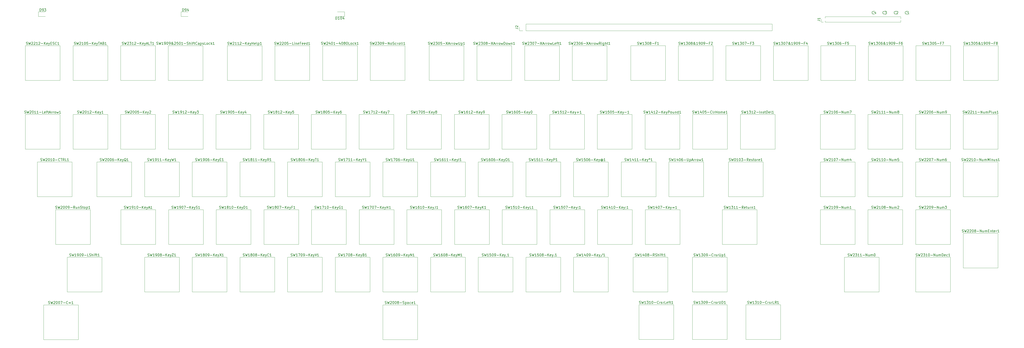
<source format=gbr>
G04 #@! TF.GenerationSoftware,KiCad,Pcbnew,(5.1.2)-1*
G04 #@! TF.CreationDate,2020-04-18T22:46:51-04:00*
G04 #@! TF.ProjectId,C128A,43313238-412e-46b6-9963-61645f706362,rev?*
G04 #@! TF.SameCoordinates,Original*
G04 #@! TF.FileFunction,Legend,Top*
G04 #@! TF.FilePolarity,Positive*
%FSLAX46Y46*%
G04 Gerber Fmt 4.6, Leading zero omitted, Abs format (unit mm)*
G04 Created by KiCad (PCBNEW (5.1.2)-1) date 2020-04-18 22:46:51*
%MOMM*%
%LPD*%
G04 APERTURE LIST*
%ADD10C,0.120000*%
%ADD11C,0.150000*%
G04 APERTURE END LIST*
D10*
X420430000Y-208120000D02*
X420430000Y-207317530D01*
X420430000Y-206702470D02*
X420430000Y-205900000D01*
X390015000Y-208120000D02*
X420430000Y-208120000D01*
X390015000Y-205900000D02*
X420430000Y-205900000D01*
X390015000Y-208120000D02*
X390015000Y-207573471D01*
X390015000Y-206446529D02*
X390015000Y-205900000D01*
X389255000Y-208120000D02*
X388495000Y-208120000D01*
X388495000Y-208120000D02*
X388495000Y-207010000D01*
X351091500Y-264414000D02*
X365061500Y-264414000D01*
X365061500Y-264414000D02*
X365061500Y-278384000D01*
X365061500Y-278384000D02*
X351091500Y-278384000D01*
X351091500Y-278384000D02*
X351091500Y-264414000D01*
X426529500Y-217560000D02*
X440499500Y-217560000D01*
X440499500Y-217560000D02*
X440499500Y-231530000D01*
X440499500Y-231530000D02*
X426529500Y-231530000D01*
X426529500Y-231530000D02*
X426529500Y-217560000D01*
X388302500Y-217560000D02*
X402272500Y-217560000D01*
X402272500Y-217560000D02*
X402272500Y-231530000D01*
X402272500Y-231530000D02*
X388302500Y-231530000D01*
X388302500Y-231530000D02*
X388302500Y-217560000D01*
X350113600Y-217560000D02*
X364083600Y-217560000D01*
X364083600Y-217560000D02*
X364083600Y-231530000D01*
X364083600Y-231530000D02*
X350113600Y-231530000D01*
X350113600Y-231530000D02*
X350113600Y-217560000D01*
X311848500Y-217560000D02*
X325818500Y-217560000D01*
X325818500Y-217560000D02*
X325818500Y-231530000D01*
X325818500Y-231530000D02*
X311848500Y-231530000D01*
X311848500Y-231530000D02*
X311848500Y-217560000D01*
X358140000Y-321881500D02*
X372110000Y-321881500D01*
X372110000Y-321881500D02*
X372110000Y-335851500D01*
X372110000Y-335851500D02*
X358140000Y-335851500D01*
X358140000Y-335851500D02*
X358140000Y-321881500D01*
X355917500Y-245237000D02*
X369887500Y-245237000D01*
X369887500Y-245237000D02*
X369887500Y-259207000D01*
X369887500Y-259207000D02*
X355917500Y-259207000D01*
X355917500Y-259207000D02*
X355917500Y-245237000D01*
X336740500Y-245237000D02*
X350710500Y-245237000D01*
X350710500Y-245237000D02*
X350710500Y-259207000D01*
X350710500Y-259207000D02*
X336740500Y-259207000D01*
X336740500Y-259207000D02*
X336740500Y-245237000D01*
X327152000Y-264414000D02*
X341122000Y-264414000D01*
X341122000Y-264414000D02*
X341122000Y-278384000D01*
X341122000Y-278384000D02*
X327152000Y-278384000D01*
X327152000Y-278384000D02*
X327152000Y-264414000D01*
X317627000Y-297561000D02*
X317627000Y-283591000D01*
X331597000Y-297561000D02*
X317627000Y-297561000D01*
X331597000Y-283591000D02*
X331597000Y-297561000D01*
X317627000Y-283591000D02*
X331597000Y-283591000D01*
X288798000Y-302768000D02*
X302768000Y-302768000D01*
X302768000Y-302768000D02*
X302768000Y-316738000D01*
X302768000Y-316738000D02*
X288798000Y-316738000D01*
X288798000Y-316738000D02*
X288798000Y-302768000D01*
X298450000Y-283591000D02*
X312420000Y-283591000D01*
X312420000Y-283591000D02*
X312420000Y-297561000D01*
X312420000Y-297561000D02*
X298450000Y-297561000D01*
X298450000Y-297561000D02*
X298450000Y-283591000D01*
X307975000Y-264414000D02*
X321945000Y-264414000D01*
X321945000Y-264414000D02*
X321945000Y-278384000D01*
X321945000Y-278384000D02*
X307975000Y-278384000D01*
X307975000Y-278384000D02*
X307975000Y-264414000D01*
X317563500Y-245237000D02*
X331533500Y-245237000D01*
X331533500Y-245237000D02*
X331533500Y-259207000D01*
X331533500Y-259207000D02*
X317563500Y-259207000D01*
X317563500Y-259207000D02*
X317563500Y-245237000D01*
X298386500Y-259207000D02*
X298386500Y-245237000D01*
X312356500Y-259207000D02*
X298386500Y-259207000D01*
X312356500Y-245237000D02*
X312356500Y-259207000D01*
X298386500Y-245237000D02*
X312356500Y-245237000D01*
X288798000Y-278384000D02*
X288798000Y-264414000D01*
X302768000Y-278384000D02*
X288798000Y-278384000D01*
X302768000Y-264414000D02*
X302768000Y-278384000D01*
X288798000Y-264414000D02*
X302768000Y-264414000D01*
X279273000Y-283591000D02*
X293243000Y-283591000D01*
X293243000Y-283591000D02*
X293243000Y-297561000D01*
X293243000Y-297561000D02*
X279273000Y-297561000D01*
X279273000Y-297561000D02*
X279273000Y-283591000D01*
X269621000Y-302768000D02*
X283591000Y-302768000D01*
X283591000Y-302768000D02*
X283591000Y-316738000D01*
X283591000Y-316738000D02*
X269621000Y-316738000D01*
X269621000Y-316738000D02*
X269621000Y-302768000D01*
X250444000Y-316738000D02*
X250444000Y-302768000D01*
X264414000Y-316738000D02*
X250444000Y-316738000D01*
X264414000Y-302768000D02*
X264414000Y-316738000D01*
X250444000Y-302768000D02*
X264414000Y-302768000D01*
X260096000Y-297561000D02*
X260096000Y-283591000D01*
X274066000Y-297561000D02*
X260096000Y-297561000D01*
X274066000Y-283591000D02*
X274066000Y-297561000D01*
X260096000Y-283591000D02*
X274066000Y-283591000D01*
X269621000Y-278384000D02*
X269621000Y-264414000D01*
X283591000Y-278384000D02*
X269621000Y-278384000D01*
X283591000Y-264414000D02*
X283591000Y-278384000D01*
X269621000Y-264414000D02*
X283591000Y-264414000D01*
X279209500Y-259207000D02*
X279209500Y-245237000D01*
X293179500Y-259207000D02*
X279209500Y-259207000D01*
X293179500Y-245237000D02*
X293179500Y-259207000D01*
X279209500Y-245237000D02*
X293179500Y-245237000D01*
X260032500Y-245237000D02*
X274002500Y-245237000D01*
X274002500Y-245237000D02*
X274002500Y-259207000D01*
X274002500Y-259207000D02*
X260032500Y-259207000D01*
X260032500Y-259207000D02*
X260032500Y-245237000D01*
X250444000Y-264414000D02*
X264414000Y-264414000D01*
X264414000Y-264414000D02*
X264414000Y-278384000D01*
X264414000Y-278384000D02*
X250444000Y-278384000D01*
X250444000Y-278384000D02*
X250444000Y-264414000D01*
X240919000Y-297561000D02*
X240919000Y-283591000D01*
X254889000Y-297561000D02*
X240919000Y-297561000D01*
X254889000Y-283591000D02*
X254889000Y-297561000D01*
X240919000Y-283591000D02*
X254889000Y-283591000D01*
X231267000Y-316738000D02*
X231267000Y-302768000D01*
X245237000Y-316738000D02*
X231267000Y-316738000D01*
X245237000Y-302768000D02*
X245237000Y-316738000D01*
X231267000Y-302768000D02*
X245237000Y-302768000D01*
X212090000Y-302768000D02*
X226060000Y-302768000D01*
X226060000Y-302768000D02*
X226060000Y-316738000D01*
X226060000Y-316738000D02*
X212090000Y-316738000D01*
X212090000Y-316738000D02*
X212090000Y-302768000D01*
X221742000Y-283591000D02*
X235712000Y-283591000D01*
X235712000Y-283591000D02*
X235712000Y-297561000D01*
X235712000Y-297561000D02*
X221742000Y-297561000D01*
X221742000Y-297561000D02*
X221742000Y-283591000D01*
X231267000Y-264414000D02*
X245237000Y-264414000D01*
X245237000Y-264414000D02*
X245237000Y-278384000D01*
X245237000Y-278384000D02*
X231267000Y-278384000D01*
X231267000Y-278384000D02*
X231267000Y-264414000D01*
X240855500Y-245237000D02*
X254825500Y-245237000D01*
X254825500Y-245237000D02*
X254825500Y-259207000D01*
X254825500Y-259207000D02*
X240855500Y-259207000D01*
X240855500Y-259207000D02*
X240855500Y-245237000D01*
X221678500Y-259207000D02*
X221678500Y-245237000D01*
X235648500Y-259207000D02*
X221678500Y-259207000D01*
X235648500Y-245237000D02*
X235648500Y-259207000D01*
X221678500Y-245237000D02*
X235648500Y-245237000D01*
X212090000Y-278384000D02*
X212090000Y-264414000D01*
X226060000Y-278384000D02*
X212090000Y-278384000D01*
X226060000Y-264414000D02*
X226060000Y-278384000D01*
X212090000Y-264414000D02*
X226060000Y-264414000D01*
X202565000Y-283591000D02*
X216535000Y-283591000D01*
X216535000Y-283591000D02*
X216535000Y-297561000D01*
X216535000Y-297561000D02*
X202565000Y-297561000D01*
X202565000Y-297561000D02*
X202565000Y-283591000D01*
X192913000Y-302768000D02*
X206883000Y-302768000D01*
X206883000Y-302768000D02*
X206883000Y-316738000D01*
X206883000Y-316738000D02*
X192913000Y-316738000D01*
X192913000Y-316738000D02*
X192913000Y-302768000D01*
X173736000Y-316738000D02*
X173736000Y-302768000D01*
X187706000Y-316738000D02*
X173736000Y-316738000D01*
X187706000Y-302768000D02*
X187706000Y-316738000D01*
X173736000Y-302768000D02*
X187706000Y-302768000D01*
X183388000Y-297561000D02*
X183388000Y-283591000D01*
X197358000Y-297561000D02*
X183388000Y-297561000D01*
X197358000Y-283591000D02*
X197358000Y-297561000D01*
X183388000Y-283591000D02*
X197358000Y-283591000D01*
X192913000Y-278384000D02*
X192913000Y-264414000D01*
X206883000Y-278384000D02*
X192913000Y-278384000D01*
X206883000Y-264414000D02*
X206883000Y-278384000D01*
X192913000Y-264414000D02*
X206883000Y-264414000D01*
X202501500Y-259207000D02*
X202501500Y-245237000D01*
X216471500Y-259207000D02*
X202501500Y-259207000D01*
X216471500Y-245237000D02*
X216471500Y-259207000D01*
X202501500Y-245237000D02*
X216471500Y-245237000D01*
X183324500Y-245237000D02*
X197294500Y-245237000D01*
X197294500Y-245237000D02*
X197294500Y-259207000D01*
X197294500Y-259207000D02*
X183324500Y-259207000D01*
X183324500Y-259207000D02*
X183324500Y-245237000D01*
X173736000Y-264414000D02*
X187706000Y-264414000D01*
X187706000Y-264414000D02*
X187706000Y-278384000D01*
X187706000Y-278384000D02*
X173736000Y-278384000D01*
X173736000Y-278384000D02*
X173736000Y-264414000D01*
X164211000Y-297561000D02*
X164211000Y-283591000D01*
X178181000Y-297561000D02*
X164211000Y-297561000D01*
X178181000Y-283591000D02*
X178181000Y-297561000D01*
X164211000Y-283591000D02*
X178181000Y-283591000D01*
X154559000Y-316738000D02*
X154559000Y-302768000D01*
X168529000Y-316738000D02*
X154559000Y-316738000D01*
X168529000Y-302768000D02*
X168529000Y-316738000D01*
X154559000Y-302768000D02*
X168529000Y-302768000D01*
X135382000Y-302768000D02*
X149352000Y-302768000D01*
X149352000Y-302768000D02*
X149352000Y-316738000D01*
X149352000Y-316738000D02*
X135382000Y-316738000D01*
X135382000Y-316738000D02*
X135382000Y-302768000D01*
X145034000Y-283591000D02*
X159004000Y-283591000D01*
X159004000Y-283591000D02*
X159004000Y-297561000D01*
X159004000Y-297561000D02*
X145034000Y-297561000D01*
X145034000Y-297561000D02*
X145034000Y-283591000D01*
X154559000Y-264414000D02*
X168529000Y-264414000D01*
X168529000Y-264414000D02*
X168529000Y-278384000D01*
X168529000Y-278384000D02*
X154559000Y-278384000D01*
X154559000Y-278384000D02*
X154559000Y-264414000D01*
X164147500Y-245237000D02*
X178117500Y-245237000D01*
X178117500Y-245237000D02*
X178117500Y-259207000D01*
X178117500Y-259207000D02*
X164147500Y-259207000D01*
X164147500Y-259207000D02*
X164147500Y-245237000D01*
X144970500Y-259207000D02*
X144970500Y-245237000D01*
X158940500Y-259207000D02*
X144970500Y-259207000D01*
X158940500Y-245237000D02*
X158940500Y-259207000D01*
X144970500Y-245237000D02*
X158940500Y-245237000D01*
X135382000Y-278384000D02*
X135382000Y-264414000D01*
X149352000Y-278384000D02*
X135382000Y-278384000D01*
X149352000Y-264414000D02*
X149352000Y-278384000D01*
X135382000Y-264414000D02*
X149352000Y-264414000D01*
X125857000Y-283591000D02*
X139827000Y-283591000D01*
X139827000Y-283591000D02*
X139827000Y-297561000D01*
X139827000Y-297561000D02*
X125857000Y-297561000D01*
X125857000Y-297561000D02*
X125857000Y-283591000D01*
X116205000Y-302768000D02*
X130175000Y-302768000D01*
X130175000Y-302768000D02*
X130175000Y-316738000D01*
X130175000Y-316738000D02*
X116205000Y-316738000D01*
X116205000Y-316738000D02*
X116205000Y-302768000D01*
X106680000Y-297561000D02*
X106680000Y-283591000D01*
X120650000Y-297561000D02*
X106680000Y-297561000D01*
X120650000Y-283591000D02*
X120650000Y-297561000D01*
X106680000Y-283591000D02*
X120650000Y-283591000D01*
X116205000Y-278384000D02*
X116205000Y-264414000D01*
X130175000Y-278384000D02*
X116205000Y-278384000D01*
X130175000Y-264414000D02*
X130175000Y-278384000D01*
X116205000Y-264414000D02*
X130175000Y-264414000D01*
X125793500Y-259207000D02*
X125793500Y-245237000D01*
X139763500Y-259207000D02*
X125793500Y-259207000D01*
X139763500Y-245237000D02*
X139763500Y-259207000D01*
X125793500Y-245237000D02*
X139763500Y-245237000D01*
X106616500Y-259207000D02*
X106616500Y-245237000D01*
X120586500Y-259207000D02*
X106616500Y-259207000D01*
X120586500Y-245237000D02*
X120586500Y-259207000D01*
X106616500Y-245237000D02*
X120586500Y-245237000D01*
X97028000Y-278384000D02*
X97028000Y-264414000D01*
X110998000Y-278384000D02*
X97028000Y-278384000D01*
X110998000Y-264414000D02*
X110998000Y-278384000D01*
X97028000Y-264414000D02*
X110998000Y-264414000D01*
X212090000Y-321945000D02*
X226060000Y-321945000D01*
X226060000Y-321945000D02*
X226060000Y-335915000D01*
X226060000Y-335915000D02*
X212090000Y-335915000D01*
X212090000Y-335915000D02*
X212090000Y-321945000D01*
X73088500Y-278384000D02*
X73088500Y-264414000D01*
X87058500Y-278384000D02*
X73088500Y-278384000D01*
X87058500Y-264414000D02*
X87058500Y-278384000D01*
X73088500Y-264414000D02*
X87058500Y-264414000D01*
X68262500Y-259207000D02*
X68262500Y-245237000D01*
X82232500Y-259207000D02*
X68262500Y-259207000D01*
X82232500Y-245237000D02*
X82232500Y-259207000D01*
X68262500Y-245237000D02*
X82232500Y-245237000D01*
X87439500Y-259207000D02*
X87439500Y-245237000D01*
X101409500Y-259207000D02*
X87439500Y-259207000D01*
X101409500Y-245237000D02*
X101409500Y-259207000D01*
X87439500Y-245237000D02*
X101409500Y-245237000D01*
X87439500Y-217560000D02*
X101409500Y-217560000D01*
X101409500Y-217560000D02*
X101409500Y-231530000D01*
X101409500Y-231530000D02*
X87439500Y-231530000D01*
X87439500Y-231530000D02*
X87439500Y-217560000D01*
X388094500Y-245237000D02*
X402064500Y-245237000D01*
X402064500Y-245237000D02*
X402064500Y-259207000D01*
X402064500Y-259207000D02*
X388094500Y-259207000D01*
X388094500Y-259207000D02*
X388094500Y-245237000D01*
X388094500Y-278384000D02*
X388094500Y-264414000D01*
X402064500Y-278384000D02*
X388094500Y-278384000D01*
X402064500Y-264414000D02*
X402064500Y-278384000D01*
X388094500Y-264414000D02*
X402064500Y-264414000D01*
X407271500Y-297561000D02*
X407271500Y-283591000D01*
X421241500Y-297561000D02*
X407271500Y-297561000D01*
X421241500Y-283591000D02*
X421241500Y-297561000D01*
X407271500Y-283591000D02*
X421241500Y-283591000D01*
X388094500Y-283591000D02*
X402064500Y-283591000D01*
X402064500Y-283591000D02*
X402064500Y-297561000D01*
X402064500Y-297561000D02*
X388094500Y-297561000D01*
X388094500Y-297561000D02*
X388094500Y-283591000D01*
X407271500Y-278384000D02*
X407271500Y-264414000D01*
X421241500Y-278384000D02*
X407271500Y-278384000D01*
X421241500Y-264414000D02*
X421241500Y-278384000D01*
X407271500Y-264414000D02*
X421241500Y-264414000D01*
X407271500Y-245237000D02*
X421241500Y-245237000D01*
X421241500Y-245237000D02*
X421241500Y-259207000D01*
X421241500Y-259207000D02*
X407271500Y-259207000D01*
X407271500Y-259207000D02*
X407271500Y-245237000D01*
X149491700Y-217560000D02*
X163461700Y-217560000D01*
X163461700Y-217560000D02*
X163461700Y-231530000D01*
X163461700Y-231530000D02*
X149491700Y-231530000D01*
X149491700Y-231530000D02*
X149491700Y-217560000D01*
X168668700Y-231530000D02*
X168668700Y-217560000D01*
X182638700Y-231530000D02*
X168668700Y-231530000D01*
X182638700Y-217560000D02*
X182638700Y-231530000D01*
X168668700Y-217560000D02*
X182638700Y-217560000D01*
X426448500Y-259207000D02*
X426448500Y-245237000D01*
X440418500Y-259207000D02*
X426448500Y-259207000D01*
X440418500Y-245237000D02*
X440418500Y-259207000D01*
X426448500Y-245237000D02*
X440418500Y-245237000D01*
X426448500Y-264414000D02*
X440418500Y-264414000D01*
X440418500Y-264414000D02*
X440418500Y-278384000D01*
X440418500Y-278384000D02*
X426448500Y-278384000D01*
X426448500Y-278384000D02*
X426448500Y-264414000D01*
X445625500Y-293116000D02*
X459595500Y-293116000D01*
X459595500Y-293116000D02*
X459595500Y-307086000D01*
X459595500Y-307086000D02*
X445625500Y-307086000D01*
X445625500Y-307086000D02*
X445625500Y-293116000D01*
X426448500Y-283591000D02*
X440418500Y-283591000D01*
X440418500Y-283591000D02*
X440418500Y-297561000D01*
X440418500Y-297561000D02*
X426448500Y-297561000D01*
X426448500Y-297561000D02*
X426448500Y-283591000D01*
X445625500Y-264414000D02*
X459595500Y-264414000D01*
X459595500Y-264414000D02*
X459595500Y-278384000D01*
X459595500Y-278384000D02*
X445625500Y-278384000D01*
X445625500Y-278384000D02*
X445625500Y-264414000D01*
X445625500Y-259207000D02*
X445625500Y-245237000D01*
X459595500Y-259207000D02*
X445625500Y-259207000D01*
X459595500Y-245237000D02*
X459595500Y-259207000D01*
X445625500Y-245237000D02*
X459595500Y-245237000D01*
X68262500Y-231530000D02*
X68262500Y-217560000D01*
X82232500Y-231530000D02*
X68262500Y-231530000D01*
X82232500Y-217560000D02*
X82232500Y-231530000D01*
X68262500Y-217560000D02*
X82232500Y-217560000D01*
X230741500Y-231530000D02*
X230741500Y-217560000D01*
X244711500Y-231530000D02*
X230741500Y-231530000D01*
X244711500Y-217560000D02*
X244711500Y-231530000D01*
X230741500Y-217560000D02*
X244711500Y-217560000D01*
X288272500Y-217560000D02*
X302242500Y-217560000D01*
X302242500Y-217560000D02*
X302242500Y-231530000D01*
X302242500Y-231530000D02*
X288272500Y-231530000D01*
X288272500Y-231530000D02*
X288272500Y-217560000D01*
X269113000Y-217551000D02*
X283083000Y-217551000D01*
X283083000Y-217551000D02*
X283083000Y-231521000D01*
X283083000Y-231521000D02*
X269113000Y-231521000D01*
X269113000Y-231521000D02*
X269113000Y-217551000D01*
X249918500Y-217560000D02*
X263888500Y-217560000D01*
X263888500Y-217560000D02*
X263888500Y-231530000D01*
X263888500Y-231530000D02*
X249918500Y-231530000D01*
X249918500Y-231530000D02*
X249918500Y-217560000D01*
X207022700Y-231530000D02*
X207022700Y-217560000D01*
X220992700Y-231530000D02*
X207022700Y-231530000D01*
X220992700Y-217560000D02*
X220992700Y-231530000D01*
X207022700Y-217560000D02*
X220992700Y-217560000D01*
X426448500Y-316738000D02*
X426448500Y-302768000D01*
X440418500Y-316738000D02*
X426448500Y-316738000D01*
X440418500Y-302768000D02*
X440418500Y-316738000D01*
X426448500Y-302768000D02*
X440418500Y-302768000D01*
X106616500Y-217560000D02*
X120586500Y-217560000D01*
X120586500Y-217560000D02*
X120586500Y-231530000D01*
X120586500Y-231530000D02*
X106616500Y-231530000D01*
X106616500Y-231530000D02*
X106616500Y-217560000D01*
X397746500Y-302768000D02*
X411716500Y-302768000D01*
X411716500Y-302768000D02*
X411716500Y-316738000D01*
X411716500Y-316738000D02*
X397746500Y-316738000D01*
X397746500Y-316738000D02*
X397746500Y-302768000D01*
X73451000Y-205811000D02*
X76311000Y-205811000D01*
X73451000Y-203891000D02*
X73451000Y-205811000D01*
X76311000Y-203891000D02*
X73451000Y-203891000D01*
X133715000Y-203891000D02*
X130855000Y-203891000D01*
X130855000Y-203891000D02*
X130855000Y-205811000D01*
X130855000Y-205811000D02*
X133715000Y-205811000D01*
X422775748Y-203633000D02*
X423298252Y-203633000D01*
X422775748Y-205053000D02*
X423298252Y-205053000D01*
X418321748Y-205053000D02*
X418844252Y-205053000D01*
X418321748Y-203633000D02*
X418844252Y-203633000D01*
X414408252Y-205053000D02*
X413885748Y-205053000D01*
X414408252Y-203633000D02*
X413885748Y-203633000D01*
X409963252Y-203633000D02*
X409440748Y-203633000D01*
X409963252Y-205053000D02*
X409440748Y-205053000D01*
X445643000Y-217551000D02*
X459613000Y-217551000D01*
X459613000Y-217551000D02*
X459613000Y-231521000D01*
X459613000Y-231521000D02*
X445643000Y-231521000D01*
X445643000Y-231521000D02*
X445643000Y-217551000D01*
X407416000Y-217551000D02*
X421386000Y-217551000D01*
X421386000Y-217551000D02*
X421386000Y-231521000D01*
X421386000Y-231521000D02*
X407416000Y-231521000D01*
X407416000Y-231521000D02*
X407416000Y-217551000D01*
X369189000Y-231533700D02*
X369189000Y-217563700D01*
X383159000Y-231533700D02*
X369189000Y-231533700D01*
X383159000Y-217563700D02*
X383159000Y-231533700D01*
X369189000Y-217563700D02*
X383159000Y-217563700D01*
X330949300Y-231533700D02*
X330949300Y-217563700D01*
X344919300Y-231533700D02*
X330949300Y-231533700D01*
X344919300Y-217563700D02*
X344919300Y-231533700D01*
X330949300Y-217563700D02*
X344919300Y-217563700D01*
X336613500Y-335851500D02*
X336613500Y-321881500D01*
X350583500Y-335851500D02*
X336613500Y-335851500D01*
X350583500Y-321881500D02*
X350583500Y-335851500D01*
X336613500Y-321881500D02*
X350583500Y-321881500D01*
X336613500Y-302768000D02*
X350583500Y-302768000D01*
X350583500Y-302768000D02*
X350583500Y-316738000D01*
X350583500Y-316738000D02*
X336613500Y-316738000D01*
X336613500Y-316738000D02*
X336613500Y-302768000D01*
X315087000Y-321881500D02*
X329057000Y-321881500D01*
X329057000Y-321881500D02*
X329057000Y-335851500D01*
X329057000Y-335851500D02*
X315087000Y-335851500D01*
X315087000Y-335851500D02*
X315087000Y-321881500D01*
X348678500Y-283591000D02*
X362648500Y-283591000D01*
X362648500Y-283591000D02*
X362648500Y-297561000D01*
X362648500Y-297561000D02*
X348678500Y-297561000D01*
X348678500Y-297561000D02*
X348678500Y-283591000D01*
X312737500Y-302768000D02*
X326707500Y-302768000D01*
X326707500Y-302768000D02*
X326707500Y-316738000D01*
X326707500Y-316738000D02*
X312737500Y-316738000D01*
X312737500Y-316738000D02*
X312737500Y-302768000D01*
X125730000Y-231521000D02*
X125730000Y-217551000D01*
X139700000Y-231521000D02*
X125730000Y-231521000D01*
X139700000Y-217551000D02*
X139700000Y-231521000D01*
X125730000Y-217551000D02*
X139700000Y-217551000D01*
X85090000Y-316738000D02*
X85090000Y-302768000D01*
X99060000Y-316738000D02*
X85090000Y-316738000D01*
X99060000Y-302768000D02*
X99060000Y-316738000D01*
X85090000Y-302768000D02*
X99060000Y-302768000D01*
X75565000Y-335915000D02*
X75565000Y-321945000D01*
X89535000Y-335915000D02*
X75565000Y-335915000D01*
X89535000Y-321945000D02*
X89535000Y-335915000D01*
X75565000Y-321945000D02*
X89535000Y-321945000D01*
X80391000Y-283591000D02*
X94361000Y-283591000D01*
X94361000Y-283591000D02*
X94361000Y-297561000D01*
X94361000Y-297561000D02*
X80391000Y-297561000D01*
X80391000Y-297561000D02*
X80391000Y-283591000D01*
X187833000Y-217551000D02*
X201803000Y-217551000D01*
X201803000Y-217551000D02*
X201803000Y-231521000D01*
X201803000Y-231521000D02*
X187833000Y-231521000D01*
X187833000Y-231521000D02*
X187833000Y-217551000D01*
X193818000Y-205811000D02*
X196678000Y-205811000D01*
X196678000Y-205811000D02*
X196678000Y-203891000D01*
X196678000Y-203891000D02*
X193818000Y-203891000D01*
X368741000Y-211515000D02*
X368741000Y-208855000D01*
X269621000Y-211515000D02*
X368741000Y-211515000D01*
X269621000Y-208855000D02*
X368741000Y-208855000D01*
X269621000Y-211515000D02*
X269621000Y-208855000D01*
X268351000Y-211515000D02*
X267021000Y-211515000D01*
X267021000Y-211515000D02*
X267021000Y-210185000D01*
D11*
X387012380Y-207343333D02*
X387726666Y-207343333D01*
X387869523Y-207390952D01*
X387964761Y-207486190D01*
X388012380Y-207629047D01*
X388012380Y-207724285D01*
X388012380Y-206343333D02*
X388012380Y-206914761D01*
X388012380Y-206629047D02*
X387012380Y-206629047D01*
X387155238Y-206724285D01*
X387250476Y-206819523D01*
X387298095Y-206914761D01*
X351409833Y-263929761D02*
X351552690Y-263977380D01*
X351790785Y-263977380D01*
X351886023Y-263929761D01*
X351933642Y-263882142D01*
X351981261Y-263786904D01*
X351981261Y-263691666D01*
X351933642Y-263596428D01*
X351886023Y-263548809D01*
X351790785Y-263501190D01*
X351600309Y-263453571D01*
X351505071Y-263405952D01*
X351457452Y-263358333D01*
X351409833Y-263263095D01*
X351409833Y-263167857D01*
X351457452Y-263072619D01*
X351505071Y-263025000D01*
X351600309Y-262977380D01*
X351838404Y-262977380D01*
X351981261Y-263025000D01*
X352314595Y-262977380D02*
X352552690Y-263977380D01*
X352743166Y-263263095D01*
X352933642Y-263977380D01*
X353171738Y-262977380D01*
X353743166Y-262977380D02*
X353838404Y-262977380D01*
X353933642Y-263025000D01*
X353981261Y-263072619D01*
X354028880Y-263167857D01*
X354076500Y-263358333D01*
X354076500Y-263596428D01*
X354028880Y-263786904D01*
X353981261Y-263882142D01*
X353933642Y-263929761D01*
X353838404Y-263977380D01*
X353743166Y-263977380D01*
X353647928Y-263929761D01*
X353600309Y-263882142D01*
X353552690Y-263786904D01*
X353505071Y-263596428D01*
X353505071Y-263358333D01*
X353552690Y-263167857D01*
X353600309Y-263072619D01*
X353647928Y-263025000D01*
X353743166Y-262977380D01*
X355028880Y-263977380D02*
X354457452Y-263977380D01*
X354743166Y-263977380D02*
X354743166Y-262977380D01*
X354647928Y-263120238D01*
X354552690Y-263215476D01*
X354457452Y-263263095D01*
X355647928Y-262977380D02*
X355743166Y-262977380D01*
X355838404Y-263025000D01*
X355886023Y-263072619D01*
X355933642Y-263167857D01*
X355981261Y-263358333D01*
X355981261Y-263596428D01*
X355933642Y-263786904D01*
X355886023Y-263882142D01*
X355838404Y-263929761D01*
X355743166Y-263977380D01*
X355647928Y-263977380D01*
X355552690Y-263929761D01*
X355505071Y-263882142D01*
X355457452Y-263786904D01*
X355409833Y-263596428D01*
X355409833Y-263358333D01*
X355457452Y-263167857D01*
X355505071Y-263072619D01*
X355552690Y-263025000D01*
X355647928Y-262977380D01*
X356314595Y-262977380D02*
X356933642Y-262977380D01*
X356600309Y-263358333D01*
X356743166Y-263358333D01*
X356838404Y-263405952D01*
X356886023Y-263453571D01*
X356933642Y-263548809D01*
X356933642Y-263786904D01*
X356886023Y-263882142D01*
X356838404Y-263929761D01*
X356743166Y-263977380D01*
X356457452Y-263977380D01*
X356362214Y-263929761D01*
X356314595Y-263882142D01*
X357362214Y-263596428D02*
X358124119Y-263596428D01*
X359171738Y-263977380D02*
X358838404Y-263501190D01*
X358600309Y-263977380D02*
X358600309Y-262977380D01*
X358981261Y-262977380D01*
X359076500Y-263025000D01*
X359124119Y-263072619D01*
X359171738Y-263167857D01*
X359171738Y-263310714D01*
X359124119Y-263405952D01*
X359076500Y-263453571D01*
X358981261Y-263501190D01*
X358600309Y-263501190D01*
X359981261Y-263929761D02*
X359886023Y-263977380D01*
X359695547Y-263977380D01*
X359600309Y-263929761D01*
X359552690Y-263834523D01*
X359552690Y-263453571D01*
X359600309Y-263358333D01*
X359695547Y-263310714D01*
X359886023Y-263310714D01*
X359981261Y-263358333D01*
X360028880Y-263453571D01*
X360028880Y-263548809D01*
X359552690Y-263644047D01*
X360409833Y-263929761D02*
X360505071Y-263977380D01*
X360695547Y-263977380D01*
X360790785Y-263929761D01*
X360838404Y-263834523D01*
X360838404Y-263786904D01*
X360790785Y-263691666D01*
X360695547Y-263644047D01*
X360552690Y-263644047D01*
X360457452Y-263596428D01*
X360409833Y-263501190D01*
X360409833Y-263453571D01*
X360457452Y-263358333D01*
X360552690Y-263310714D01*
X360695547Y-263310714D01*
X360790785Y-263358333D01*
X361124119Y-263310714D02*
X361505071Y-263310714D01*
X361266976Y-262977380D02*
X361266976Y-263834523D01*
X361314595Y-263929761D01*
X361409833Y-263977380D01*
X361505071Y-263977380D01*
X361981261Y-263977380D02*
X361886023Y-263929761D01*
X361838404Y-263882142D01*
X361790785Y-263786904D01*
X361790785Y-263501190D01*
X361838404Y-263405952D01*
X361886023Y-263358333D01*
X361981261Y-263310714D01*
X362124119Y-263310714D01*
X362219357Y-263358333D01*
X362266976Y-263405952D01*
X362314595Y-263501190D01*
X362314595Y-263786904D01*
X362266976Y-263882142D01*
X362219357Y-263929761D01*
X362124119Y-263977380D01*
X361981261Y-263977380D01*
X362743166Y-263977380D02*
X362743166Y-263310714D01*
X362743166Y-263501190D02*
X362790785Y-263405952D01*
X362838404Y-263358333D01*
X362933642Y-263310714D01*
X363028880Y-263310714D01*
X363743166Y-263929761D02*
X363647928Y-263977380D01*
X363457452Y-263977380D01*
X363362214Y-263929761D01*
X363314595Y-263834523D01*
X363314595Y-263453571D01*
X363362214Y-263358333D01*
X363457452Y-263310714D01*
X363647928Y-263310714D01*
X363743166Y-263358333D01*
X363790785Y-263453571D01*
X363790785Y-263548809D01*
X363314595Y-263644047D01*
X364743166Y-263977380D02*
X364171738Y-263977380D01*
X364457452Y-263977380D02*
X364457452Y-262977380D01*
X364362214Y-263120238D01*
X364266976Y-263215476D01*
X364171738Y-263263095D01*
X429228785Y-217075761D02*
X429371642Y-217123380D01*
X429609738Y-217123380D01*
X429704976Y-217075761D01*
X429752595Y-217028142D01*
X429800214Y-216932904D01*
X429800214Y-216837666D01*
X429752595Y-216742428D01*
X429704976Y-216694809D01*
X429609738Y-216647190D01*
X429419261Y-216599571D01*
X429324023Y-216551952D01*
X429276404Y-216504333D01*
X429228785Y-216409095D01*
X429228785Y-216313857D01*
X429276404Y-216218619D01*
X429324023Y-216171000D01*
X429419261Y-216123380D01*
X429657357Y-216123380D01*
X429800214Y-216171000D01*
X430133547Y-216123380D02*
X430371642Y-217123380D01*
X430562119Y-216409095D01*
X430752595Y-217123380D01*
X430990690Y-216123380D01*
X431895452Y-217123380D02*
X431324023Y-217123380D01*
X431609738Y-217123380D02*
X431609738Y-216123380D01*
X431514500Y-216266238D01*
X431419261Y-216361476D01*
X431324023Y-216409095D01*
X432228785Y-216123380D02*
X432847833Y-216123380D01*
X432514500Y-216504333D01*
X432657357Y-216504333D01*
X432752595Y-216551952D01*
X432800214Y-216599571D01*
X432847833Y-216694809D01*
X432847833Y-216932904D01*
X432800214Y-217028142D01*
X432752595Y-217075761D01*
X432657357Y-217123380D01*
X432371642Y-217123380D01*
X432276404Y-217075761D01*
X432228785Y-217028142D01*
X433466880Y-216123380D02*
X433562119Y-216123380D01*
X433657357Y-216171000D01*
X433704976Y-216218619D01*
X433752595Y-216313857D01*
X433800214Y-216504333D01*
X433800214Y-216742428D01*
X433752595Y-216932904D01*
X433704976Y-217028142D01*
X433657357Y-217075761D01*
X433562119Y-217123380D01*
X433466880Y-217123380D01*
X433371642Y-217075761D01*
X433324023Y-217028142D01*
X433276404Y-216932904D01*
X433228785Y-216742428D01*
X433228785Y-216504333D01*
X433276404Y-216313857D01*
X433324023Y-216218619D01*
X433371642Y-216171000D01*
X433466880Y-216123380D01*
X434704976Y-216123380D02*
X434228785Y-216123380D01*
X434181166Y-216599571D01*
X434228785Y-216551952D01*
X434324023Y-216504333D01*
X434562119Y-216504333D01*
X434657357Y-216551952D01*
X434704976Y-216599571D01*
X434752595Y-216694809D01*
X434752595Y-216932904D01*
X434704976Y-217028142D01*
X434657357Y-217075761D01*
X434562119Y-217123380D01*
X434324023Y-217123380D01*
X434228785Y-217075761D01*
X434181166Y-217028142D01*
X435181166Y-216742428D02*
X435943071Y-216742428D01*
X436752595Y-216599571D02*
X436419261Y-216599571D01*
X436419261Y-217123380D02*
X436419261Y-216123380D01*
X436895452Y-216123380D01*
X437181166Y-216123380D02*
X437847833Y-216123380D01*
X437419261Y-217123380D01*
X391001785Y-217075761D02*
X391144642Y-217123380D01*
X391382738Y-217123380D01*
X391477976Y-217075761D01*
X391525595Y-217028142D01*
X391573214Y-216932904D01*
X391573214Y-216837666D01*
X391525595Y-216742428D01*
X391477976Y-216694809D01*
X391382738Y-216647190D01*
X391192261Y-216599571D01*
X391097023Y-216551952D01*
X391049404Y-216504333D01*
X391001785Y-216409095D01*
X391001785Y-216313857D01*
X391049404Y-216218619D01*
X391097023Y-216171000D01*
X391192261Y-216123380D01*
X391430357Y-216123380D01*
X391573214Y-216171000D01*
X391906547Y-216123380D02*
X392144642Y-217123380D01*
X392335119Y-216409095D01*
X392525595Y-217123380D01*
X392763690Y-216123380D01*
X393668452Y-217123380D02*
X393097023Y-217123380D01*
X393382738Y-217123380D02*
X393382738Y-216123380D01*
X393287500Y-216266238D01*
X393192261Y-216361476D01*
X393097023Y-216409095D01*
X394001785Y-216123380D02*
X394620833Y-216123380D01*
X394287500Y-216504333D01*
X394430357Y-216504333D01*
X394525595Y-216551952D01*
X394573214Y-216599571D01*
X394620833Y-216694809D01*
X394620833Y-216932904D01*
X394573214Y-217028142D01*
X394525595Y-217075761D01*
X394430357Y-217123380D01*
X394144642Y-217123380D01*
X394049404Y-217075761D01*
X394001785Y-217028142D01*
X395239880Y-216123380D02*
X395335119Y-216123380D01*
X395430357Y-216171000D01*
X395477976Y-216218619D01*
X395525595Y-216313857D01*
X395573214Y-216504333D01*
X395573214Y-216742428D01*
X395525595Y-216932904D01*
X395477976Y-217028142D01*
X395430357Y-217075761D01*
X395335119Y-217123380D01*
X395239880Y-217123380D01*
X395144642Y-217075761D01*
X395097023Y-217028142D01*
X395049404Y-216932904D01*
X395001785Y-216742428D01*
X395001785Y-216504333D01*
X395049404Y-216313857D01*
X395097023Y-216218619D01*
X395144642Y-216171000D01*
X395239880Y-216123380D01*
X396430357Y-216123380D02*
X396239880Y-216123380D01*
X396144642Y-216171000D01*
X396097023Y-216218619D01*
X396001785Y-216361476D01*
X395954166Y-216551952D01*
X395954166Y-216932904D01*
X396001785Y-217028142D01*
X396049404Y-217075761D01*
X396144642Y-217123380D01*
X396335119Y-217123380D01*
X396430357Y-217075761D01*
X396477976Y-217028142D01*
X396525595Y-216932904D01*
X396525595Y-216694809D01*
X396477976Y-216599571D01*
X396430357Y-216551952D01*
X396335119Y-216504333D01*
X396144642Y-216504333D01*
X396049404Y-216551952D01*
X396001785Y-216599571D01*
X395954166Y-216694809D01*
X396954166Y-216742428D02*
X397716071Y-216742428D01*
X398525595Y-216599571D02*
X398192261Y-216599571D01*
X398192261Y-217123380D02*
X398192261Y-216123380D01*
X398668452Y-216123380D01*
X399525595Y-216123380D02*
X399049404Y-216123380D01*
X399001785Y-216599571D01*
X399049404Y-216551952D01*
X399144642Y-216504333D01*
X399382738Y-216504333D01*
X399477976Y-216551952D01*
X399525595Y-216599571D01*
X399573214Y-216694809D01*
X399573214Y-216932904D01*
X399525595Y-217028142D01*
X399477976Y-217075761D01*
X399382738Y-217123380D01*
X399144642Y-217123380D01*
X399049404Y-217075761D01*
X399001785Y-217028142D01*
X352812885Y-217075761D02*
X352955742Y-217123380D01*
X353193838Y-217123380D01*
X353289076Y-217075761D01*
X353336695Y-217028142D01*
X353384314Y-216932904D01*
X353384314Y-216837666D01*
X353336695Y-216742428D01*
X353289076Y-216694809D01*
X353193838Y-216647190D01*
X353003361Y-216599571D01*
X352908123Y-216551952D01*
X352860504Y-216504333D01*
X352812885Y-216409095D01*
X352812885Y-216313857D01*
X352860504Y-216218619D01*
X352908123Y-216171000D01*
X353003361Y-216123380D01*
X353241457Y-216123380D01*
X353384314Y-216171000D01*
X353717647Y-216123380D02*
X353955742Y-217123380D01*
X354146219Y-216409095D01*
X354336695Y-217123380D01*
X354574790Y-216123380D01*
X355479552Y-217123380D02*
X354908123Y-217123380D01*
X355193838Y-217123380D02*
X355193838Y-216123380D01*
X355098600Y-216266238D01*
X355003361Y-216361476D01*
X354908123Y-216409095D01*
X355812885Y-216123380D02*
X356431933Y-216123380D01*
X356098600Y-216504333D01*
X356241457Y-216504333D01*
X356336695Y-216551952D01*
X356384314Y-216599571D01*
X356431933Y-216694809D01*
X356431933Y-216932904D01*
X356384314Y-217028142D01*
X356336695Y-217075761D01*
X356241457Y-217123380D01*
X355955742Y-217123380D01*
X355860504Y-217075761D01*
X355812885Y-217028142D01*
X357050980Y-216123380D02*
X357146219Y-216123380D01*
X357241457Y-216171000D01*
X357289076Y-216218619D01*
X357336695Y-216313857D01*
X357384314Y-216504333D01*
X357384314Y-216742428D01*
X357336695Y-216932904D01*
X357289076Y-217028142D01*
X357241457Y-217075761D01*
X357146219Y-217123380D01*
X357050980Y-217123380D01*
X356955742Y-217075761D01*
X356908123Y-217028142D01*
X356860504Y-216932904D01*
X356812885Y-216742428D01*
X356812885Y-216504333D01*
X356860504Y-216313857D01*
X356908123Y-216218619D01*
X356955742Y-216171000D01*
X357050980Y-216123380D01*
X357717647Y-216123380D02*
X358384314Y-216123380D01*
X357955742Y-217123380D01*
X358765266Y-216742428D02*
X359527171Y-216742428D01*
X360336695Y-216599571D02*
X360003361Y-216599571D01*
X360003361Y-217123380D02*
X360003361Y-216123380D01*
X360479552Y-216123380D01*
X360765266Y-216123380D02*
X361384314Y-216123380D01*
X361050980Y-216504333D01*
X361193838Y-216504333D01*
X361289076Y-216551952D01*
X361336695Y-216599571D01*
X361384314Y-216694809D01*
X361384314Y-216932904D01*
X361336695Y-217028142D01*
X361289076Y-217075761D01*
X361193838Y-217123380D01*
X360908123Y-217123380D01*
X360812885Y-217075761D01*
X360765266Y-217028142D01*
X314547785Y-217075761D02*
X314690642Y-217123380D01*
X314928738Y-217123380D01*
X315023976Y-217075761D01*
X315071595Y-217028142D01*
X315119214Y-216932904D01*
X315119214Y-216837666D01*
X315071595Y-216742428D01*
X315023976Y-216694809D01*
X314928738Y-216647190D01*
X314738261Y-216599571D01*
X314643023Y-216551952D01*
X314595404Y-216504333D01*
X314547785Y-216409095D01*
X314547785Y-216313857D01*
X314595404Y-216218619D01*
X314643023Y-216171000D01*
X314738261Y-216123380D01*
X314976357Y-216123380D01*
X315119214Y-216171000D01*
X315452547Y-216123380D02*
X315690642Y-217123380D01*
X315881119Y-216409095D01*
X316071595Y-217123380D01*
X316309690Y-216123380D01*
X317214452Y-217123380D02*
X316643023Y-217123380D01*
X316928738Y-217123380D02*
X316928738Y-216123380D01*
X316833500Y-216266238D01*
X316738261Y-216361476D01*
X316643023Y-216409095D01*
X317547785Y-216123380D02*
X318166833Y-216123380D01*
X317833500Y-216504333D01*
X317976357Y-216504333D01*
X318071595Y-216551952D01*
X318119214Y-216599571D01*
X318166833Y-216694809D01*
X318166833Y-216932904D01*
X318119214Y-217028142D01*
X318071595Y-217075761D01*
X317976357Y-217123380D01*
X317690642Y-217123380D01*
X317595404Y-217075761D01*
X317547785Y-217028142D01*
X318785880Y-216123380D02*
X318881119Y-216123380D01*
X318976357Y-216171000D01*
X319023976Y-216218619D01*
X319071595Y-216313857D01*
X319119214Y-216504333D01*
X319119214Y-216742428D01*
X319071595Y-216932904D01*
X319023976Y-217028142D01*
X318976357Y-217075761D01*
X318881119Y-217123380D01*
X318785880Y-217123380D01*
X318690642Y-217075761D01*
X318643023Y-217028142D01*
X318595404Y-216932904D01*
X318547785Y-216742428D01*
X318547785Y-216504333D01*
X318595404Y-216313857D01*
X318643023Y-216218619D01*
X318690642Y-216171000D01*
X318785880Y-216123380D01*
X319690642Y-216551952D02*
X319595404Y-216504333D01*
X319547785Y-216456714D01*
X319500166Y-216361476D01*
X319500166Y-216313857D01*
X319547785Y-216218619D01*
X319595404Y-216171000D01*
X319690642Y-216123380D01*
X319881119Y-216123380D01*
X319976357Y-216171000D01*
X320023976Y-216218619D01*
X320071595Y-216313857D01*
X320071595Y-216361476D01*
X320023976Y-216456714D01*
X319976357Y-216504333D01*
X319881119Y-216551952D01*
X319690642Y-216551952D01*
X319595404Y-216599571D01*
X319547785Y-216647190D01*
X319500166Y-216742428D01*
X319500166Y-216932904D01*
X319547785Y-217028142D01*
X319595404Y-217075761D01*
X319690642Y-217123380D01*
X319881119Y-217123380D01*
X319976357Y-217075761D01*
X320023976Y-217028142D01*
X320071595Y-216932904D01*
X320071595Y-216742428D01*
X320023976Y-216647190D01*
X319976357Y-216599571D01*
X319881119Y-216551952D01*
X320500166Y-216742428D02*
X321262071Y-216742428D01*
X322071595Y-216599571D02*
X321738261Y-216599571D01*
X321738261Y-217123380D02*
X321738261Y-216123380D01*
X322214452Y-216123380D01*
X323119214Y-217123380D02*
X322547785Y-217123380D01*
X322833500Y-217123380D02*
X322833500Y-216123380D01*
X322738261Y-216266238D01*
X322643023Y-216361476D01*
X322547785Y-216409095D01*
X358839285Y-321397261D02*
X358982142Y-321444880D01*
X359220238Y-321444880D01*
X359315476Y-321397261D01*
X359363095Y-321349642D01*
X359410714Y-321254404D01*
X359410714Y-321159166D01*
X359363095Y-321063928D01*
X359315476Y-321016309D01*
X359220238Y-320968690D01*
X359029761Y-320921071D01*
X358934523Y-320873452D01*
X358886904Y-320825833D01*
X358839285Y-320730595D01*
X358839285Y-320635357D01*
X358886904Y-320540119D01*
X358934523Y-320492500D01*
X359029761Y-320444880D01*
X359267857Y-320444880D01*
X359410714Y-320492500D01*
X359744047Y-320444880D02*
X359982142Y-321444880D01*
X360172619Y-320730595D01*
X360363095Y-321444880D01*
X360601190Y-320444880D01*
X361505952Y-321444880D02*
X360934523Y-321444880D01*
X361220238Y-321444880D02*
X361220238Y-320444880D01*
X361125000Y-320587738D01*
X361029761Y-320682976D01*
X360934523Y-320730595D01*
X361839285Y-320444880D02*
X362458333Y-320444880D01*
X362125000Y-320825833D01*
X362267857Y-320825833D01*
X362363095Y-320873452D01*
X362410714Y-320921071D01*
X362458333Y-321016309D01*
X362458333Y-321254404D01*
X362410714Y-321349642D01*
X362363095Y-321397261D01*
X362267857Y-321444880D01*
X361982142Y-321444880D01*
X361886904Y-321397261D01*
X361839285Y-321349642D01*
X363410714Y-321444880D02*
X362839285Y-321444880D01*
X363125000Y-321444880D02*
X363125000Y-320444880D01*
X363029761Y-320587738D01*
X362934523Y-320682976D01*
X362839285Y-320730595D01*
X364029761Y-320444880D02*
X364125000Y-320444880D01*
X364220238Y-320492500D01*
X364267857Y-320540119D01*
X364315476Y-320635357D01*
X364363095Y-320825833D01*
X364363095Y-321063928D01*
X364315476Y-321254404D01*
X364267857Y-321349642D01*
X364220238Y-321397261D01*
X364125000Y-321444880D01*
X364029761Y-321444880D01*
X363934523Y-321397261D01*
X363886904Y-321349642D01*
X363839285Y-321254404D01*
X363791666Y-321063928D01*
X363791666Y-320825833D01*
X363839285Y-320635357D01*
X363886904Y-320540119D01*
X363934523Y-320492500D01*
X364029761Y-320444880D01*
X364791666Y-321063928D02*
X365553571Y-321063928D01*
X366601190Y-321349642D02*
X366553571Y-321397261D01*
X366410714Y-321444880D01*
X366315476Y-321444880D01*
X366172619Y-321397261D01*
X366077380Y-321302023D01*
X366029761Y-321206785D01*
X365982142Y-321016309D01*
X365982142Y-320873452D01*
X366029761Y-320682976D01*
X366077380Y-320587738D01*
X366172619Y-320492500D01*
X366315476Y-320444880D01*
X366410714Y-320444880D01*
X366553571Y-320492500D01*
X366601190Y-320540119D01*
X367029761Y-321444880D02*
X367029761Y-320778214D01*
X367029761Y-320968690D02*
X367077380Y-320873452D01*
X367125000Y-320825833D01*
X367220238Y-320778214D01*
X367315476Y-320778214D01*
X367601190Y-321397261D02*
X367696428Y-321444880D01*
X367886904Y-321444880D01*
X367982142Y-321397261D01*
X368029761Y-321302023D01*
X368029761Y-321254404D01*
X367982142Y-321159166D01*
X367886904Y-321111547D01*
X367744047Y-321111547D01*
X367648809Y-321063928D01*
X367601190Y-320968690D01*
X367601190Y-320921071D01*
X367648809Y-320825833D01*
X367744047Y-320778214D01*
X367886904Y-320778214D01*
X367982142Y-320825833D01*
X368458333Y-321444880D02*
X368458333Y-320778214D01*
X368458333Y-320968690D02*
X368505952Y-320873452D01*
X368553571Y-320825833D01*
X368648809Y-320778214D01*
X368744047Y-320778214D01*
X369553571Y-321444880D02*
X369077380Y-321444880D01*
X369077380Y-320444880D01*
X370458333Y-321444880D02*
X370125000Y-320968690D01*
X369886904Y-321444880D02*
X369886904Y-320444880D01*
X370267857Y-320444880D01*
X370363095Y-320492500D01*
X370410714Y-320540119D01*
X370458333Y-320635357D01*
X370458333Y-320778214D01*
X370410714Y-320873452D01*
X370363095Y-320921071D01*
X370267857Y-320968690D01*
X369886904Y-320968690D01*
X371410714Y-321444880D02*
X370839285Y-321444880D01*
X371125000Y-321444880D02*
X371125000Y-320444880D01*
X371029761Y-320587738D01*
X370934523Y-320682976D01*
X370839285Y-320730595D01*
X356473928Y-244752761D02*
X356616785Y-244800380D01*
X356854880Y-244800380D01*
X356950119Y-244752761D01*
X356997738Y-244705142D01*
X357045357Y-244609904D01*
X357045357Y-244514666D01*
X356997738Y-244419428D01*
X356950119Y-244371809D01*
X356854880Y-244324190D01*
X356664404Y-244276571D01*
X356569166Y-244228952D01*
X356521547Y-244181333D01*
X356473928Y-244086095D01*
X356473928Y-243990857D01*
X356521547Y-243895619D01*
X356569166Y-243848000D01*
X356664404Y-243800380D01*
X356902500Y-243800380D01*
X357045357Y-243848000D01*
X357378690Y-243800380D02*
X357616785Y-244800380D01*
X357807261Y-244086095D01*
X357997738Y-244800380D01*
X358235833Y-243800380D01*
X359140595Y-244800380D02*
X358569166Y-244800380D01*
X358854880Y-244800380D02*
X358854880Y-243800380D01*
X358759642Y-243943238D01*
X358664404Y-244038476D01*
X358569166Y-244086095D01*
X359473928Y-243800380D02*
X360092976Y-243800380D01*
X359759642Y-244181333D01*
X359902500Y-244181333D01*
X359997738Y-244228952D01*
X360045357Y-244276571D01*
X360092976Y-244371809D01*
X360092976Y-244609904D01*
X360045357Y-244705142D01*
X359997738Y-244752761D01*
X359902500Y-244800380D01*
X359616785Y-244800380D01*
X359521547Y-244752761D01*
X359473928Y-244705142D01*
X361045357Y-244800380D02*
X360473928Y-244800380D01*
X360759642Y-244800380D02*
X360759642Y-243800380D01*
X360664404Y-243943238D01*
X360569166Y-244038476D01*
X360473928Y-244086095D01*
X361426309Y-243895619D02*
X361473928Y-243848000D01*
X361569166Y-243800380D01*
X361807261Y-243800380D01*
X361902500Y-243848000D01*
X361950119Y-243895619D01*
X361997738Y-243990857D01*
X361997738Y-244086095D01*
X361950119Y-244228952D01*
X361378690Y-244800380D01*
X361997738Y-244800380D01*
X362426309Y-244419428D02*
X363188214Y-244419428D01*
X363664404Y-244800380D02*
X363664404Y-243800380D01*
X364140595Y-244133714D02*
X364140595Y-244800380D01*
X364140595Y-244228952D02*
X364188214Y-244181333D01*
X364283452Y-244133714D01*
X364426309Y-244133714D01*
X364521547Y-244181333D01*
X364569166Y-244276571D01*
X364569166Y-244800380D01*
X364997738Y-244752761D02*
X365092976Y-244800380D01*
X365283452Y-244800380D01*
X365378690Y-244752761D01*
X365426309Y-244657523D01*
X365426309Y-244609904D01*
X365378690Y-244514666D01*
X365283452Y-244467047D01*
X365140595Y-244467047D01*
X365045357Y-244419428D01*
X364997738Y-244324190D01*
X364997738Y-244276571D01*
X365045357Y-244181333D01*
X365140595Y-244133714D01*
X365283452Y-244133714D01*
X365378690Y-244181333D01*
X365712023Y-244133714D02*
X366092976Y-244133714D01*
X365854880Y-243800380D02*
X365854880Y-244657523D01*
X365902500Y-244752761D01*
X365997738Y-244800380D01*
X366092976Y-244800380D01*
X366426309Y-244800380D02*
X366426309Y-243800380D01*
X366664404Y-243800380D01*
X366807261Y-243848000D01*
X366902500Y-243943238D01*
X366950119Y-244038476D01*
X366997738Y-244228952D01*
X366997738Y-244371809D01*
X366950119Y-244562285D01*
X366902500Y-244657523D01*
X366807261Y-244752761D01*
X366664404Y-244800380D01*
X366426309Y-244800380D01*
X367807261Y-244752761D02*
X367712023Y-244800380D01*
X367521547Y-244800380D01*
X367426309Y-244752761D01*
X367378690Y-244657523D01*
X367378690Y-244276571D01*
X367426309Y-244181333D01*
X367521547Y-244133714D01*
X367712023Y-244133714D01*
X367807261Y-244181333D01*
X367854880Y-244276571D01*
X367854880Y-244371809D01*
X367378690Y-244467047D01*
X368426309Y-244800380D02*
X368331071Y-244752761D01*
X368283452Y-244657523D01*
X368283452Y-243800380D01*
X369331071Y-244800380D02*
X368759642Y-244800380D01*
X369045357Y-244800380D02*
X369045357Y-243800380D01*
X368950119Y-243943238D01*
X368854880Y-244038476D01*
X368759642Y-244086095D01*
X336725500Y-244752761D02*
X336868357Y-244800380D01*
X337106452Y-244800380D01*
X337201690Y-244752761D01*
X337249309Y-244705142D01*
X337296928Y-244609904D01*
X337296928Y-244514666D01*
X337249309Y-244419428D01*
X337201690Y-244371809D01*
X337106452Y-244324190D01*
X336915976Y-244276571D01*
X336820738Y-244228952D01*
X336773119Y-244181333D01*
X336725500Y-244086095D01*
X336725500Y-243990857D01*
X336773119Y-243895619D01*
X336820738Y-243848000D01*
X336915976Y-243800380D01*
X337154071Y-243800380D01*
X337296928Y-243848000D01*
X337630261Y-243800380D02*
X337868357Y-244800380D01*
X338058833Y-244086095D01*
X338249309Y-244800380D01*
X338487404Y-243800380D01*
X339392166Y-244800380D02*
X338820738Y-244800380D01*
X339106452Y-244800380D02*
X339106452Y-243800380D01*
X339011214Y-243943238D01*
X338915976Y-244038476D01*
X338820738Y-244086095D01*
X340249309Y-244133714D02*
X340249309Y-244800380D01*
X340011214Y-243752761D02*
X339773119Y-244467047D01*
X340392166Y-244467047D01*
X340963595Y-243800380D02*
X341058833Y-243800380D01*
X341154071Y-243848000D01*
X341201690Y-243895619D01*
X341249309Y-243990857D01*
X341296928Y-244181333D01*
X341296928Y-244419428D01*
X341249309Y-244609904D01*
X341201690Y-244705142D01*
X341154071Y-244752761D01*
X341058833Y-244800380D01*
X340963595Y-244800380D01*
X340868357Y-244752761D01*
X340820738Y-244705142D01*
X340773119Y-244609904D01*
X340725500Y-244419428D01*
X340725500Y-244181333D01*
X340773119Y-243990857D01*
X340820738Y-243895619D01*
X340868357Y-243848000D01*
X340963595Y-243800380D01*
X342201690Y-243800380D02*
X341725500Y-243800380D01*
X341677880Y-244276571D01*
X341725500Y-244228952D01*
X341820738Y-244181333D01*
X342058833Y-244181333D01*
X342154071Y-244228952D01*
X342201690Y-244276571D01*
X342249309Y-244371809D01*
X342249309Y-244609904D01*
X342201690Y-244705142D01*
X342154071Y-244752761D01*
X342058833Y-244800380D01*
X341820738Y-244800380D01*
X341725500Y-244752761D01*
X341677880Y-244705142D01*
X342677880Y-244419428D02*
X343439785Y-244419428D01*
X344487404Y-244705142D02*
X344439785Y-244752761D01*
X344296928Y-244800380D01*
X344201690Y-244800380D01*
X344058833Y-244752761D01*
X343963595Y-244657523D01*
X343915976Y-244562285D01*
X343868357Y-244371809D01*
X343868357Y-244228952D01*
X343915976Y-244038476D01*
X343963595Y-243943238D01*
X344058833Y-243848000D01*
X344201690Y-243800380D01*
X344296928Y-243800380D01*
X344439785Y-243848000D01*
X344487404Y-243895619D01*
X345058833Y-244800380D02*
X344963595Y-244752761D01*
X344915976Y-244657523D01*
X344915976Y-243800380D01*
X345439785Y-244800380D02*
X345439785Y-244133714D01*
X345439785Y-244324190D02*
X345487404Y-244228952D01*
X345535023Y-244181333D01*
X345630261Y-244133714D01*
X345725500Y-244133714D01*
X346058833Y-244800380D02*
X346058833Y-243800380D01*
X346058833Y-244276571D02*
X346630261Y-244276571D01*
X346630261Y-244800380D02*
X346630261Y-243800380D01*
X347249309Y-244800380D02*
X347154071Y-244752761D01*
X347106452Y-244705142D01*
X347058833Y-244609904D01*
X347058833Y-244324190D01*
X347106452Y-244228952D01*
X347154071Y-244181333D01*
X347249309Y-244133714D01*
X347392166Y-244133714D01*
X347487404Y-244181333D01*
X347535023Y-244228952D01*
X347582642Y-244324190D01*
X347582642Y-244609904D01*
X347535023Y-244705142D01*
X347487404Y-244752761D01*
X347392166Y-244800380D01*
X347249309Y-244800380D01*
X348011214Y-244800380D02*
X348011214Y-244133714D01*
X348011214Y-244228952D02*
X348058833Y-244181333D01*
X348154071Y-244133714D01*
X348296928Y-244133714D01*
X348392166Y-244181333D01*
X348439785Y-244276571D01*
X348439785Y-244800380D01*
X348439785Y-244276571D02*
X348487404Y-244181333D01*
X348582642Y-244133714D01*
X348725500Y-244133714D01*
X348820738Y-244181333D01*
X348868357Y-244276571D01*
X348868357Y-244800380D01*
X349725500Y-244752761D02*
X349630261Y-244800380D01*
X349439785Y-244800380D01*
X349344547Y-244752761D01*
X349296928Y-244657523D01*
X349296928Y-244276571D01*
X349344547Y-244181333D01*
X349439785Y-244133714D01*
X349630261Y-244133714D01*
X349725500Y-244181333D01*
X349773119Y-244276571D01*
X349773119Y-244371809D01*
X349296928Y-244467047D01*
X350725500Y-244800380D02*
X350154071Y-244800380D01*
X350439785Y-244800380D02*
X350439785Y-243800380D01*
X350344547Y-243943238D01*
X350249309Y-244038476D01*
X350154071Y-244086095D01*
X327279857Y-263929761D02*
X327422714Y-263977380D01*
X327660809Y-263977380D01*
X327756047Y-263929761D01*
X327803666Y-263882142D01*
X327851285Y-263786904D01*
X327851285Y-263691666D01*
X327803666Y-263596428D01*
X327756047Y-263548809D01*
X327660809Y-263501190D01*
X327470333Y-263453571D01*
X327375095Y-263405952D01*
X327327476Y-263358333D01*
X327279857Y-263263095D01*
X327279857Y-263167857D01*
X327327476Y-263072619D01*
X327375095Y-263025000D01*
X327470333Y-262977380D01*
X327708428Y-262977380D01*
X327851285Y-263025000D01*
X328184619Y-262977380D02*
X328422714Y-263977380D01*
X328613190Y-263263095D01*
X328803666Y-263977380D01*
X329041761Y-262977380D01*
X329946523Y-263977380D02*
X329375095Y-263977380D01*
X329660809Y-263977380D02*
X329660809Y-262977380D01*
X329565571Y-263120238D01*
X329470333Y-263215476D01*
X329375095Y-263263095D01*
X330803666Y-263310714D02*
X330803666Y-263977380D01*
X330565571Y-262929761D02*
X330327476Y-263644047D01*
X330946523Y-263644047D01*
X331517952Y-262977380D02*
X331613190Y-262977380D01*
X331708428Y-263025000D01*
X331756047Y-263072619D01*
X331803666Y-263167857D01*
X331851285Y-263358333D01*
X331851285Y-263596428D01*
X331803666Y-263786904D01*
X331756047Y-263882142D01*
X331708428Y-263929761D01*
X331613190Y-263977380D01*
X331517952Y-263977380D01*
X331422714Y-263929761D01*
X331375095Y-263882142D01*
X331327476Y-263786904D01*
X331279857Y-263596428D01*
X331279857Y-263358333D01*
X331327476Y-263167857D01*
X331375095Y-263072619D01*
X331422714Y-263025000D01*
X331517952Y-262977380D01*
X332708428Y-262977380D02*
X332517952Y-262977380D01*
X332422714Y-263025000D01*
X332375095Y-263072619D01*
X332279857Y-263215476D01*
X332232238Y-263405952D01*
X332232238Y-263786904D01*
X332279857Y-263882142D01*
X332327476Y-263929761D01*
X332422714Y-263977380D01*
X332613190Y-263977380D01*
X332708428Y-263929761D01*
X332756047Y-263882142D01*
X332803666Y-263786904D01*
X332803666Y-263548809D01*
X332756047Y-263453571D01*
X332708428Y-263405952D01*
X332613190Y-263358333D01*
X332422714Y-263358333D01*
X332327476Y-263405952D01*
X332279857Y-263453571D01*
X332232238Y-263548809D01*
X333232238Y-263596428D02*
X333994142Y-263596428D01*
X334470333Y-262977380D02*
X334470333Y-263786904D01*
X334517952Y-263882142D01*
X334565571Y-263929761D01*
X334660809Y-263977380D01*
X334851285Y-263977380D01*
X334946523Y-263929761D01*
X334994142Y-263882142D01*
X335041761Y-263786904D01*
X335041761Y-262977380D01*
X335517952Y-263310714D02*
X335517952Y-264310714D01*
X335517952Y-263358333D02*
X335613190Y-263310714D01*
X335803666Y-263310714D01*
X335898904Y-263358333D01*
X335946523Y-263405952D01*
X335994142Y-263501190D01*
X335994142Y-263786904D01*
X335946523Y-263882142D01*
X335898904Y-263929761D01*
X335803666Y-263977380D01*
X335613190Y-263977380D01*
X335517952Y-263929761D01*
X336375095Y-263691666D02*
X336851285Y-263691666D01*
X336279857Y-263977380D02*
X336613190Y-262977380D01*
X336946523Y-263977380D01*
X337279857Y-263977380D02*
X337279857Y-263310714D01*
X337279857Y-263501190D02*
X337327476Y-263405952D01*
X337375095Y-263358333D01*
X337470333Y-263310714D01*
X337565571Y-263310714D01*
X337898904Y-263977380D02*
X337898904Y-263310714D01*
X337898904Y-263501190D02*
X337946523Y-263405952D01*
X337994142Y-263358333D01*
X338089380Y-263310714D01*
X338184619Y-263310714D01*
X338660809Y-263977380D02*
X338565571Y-263929761D01*
X338517952Y-263882142D01*
X338470333Y-263786904D01*
X338470333Y-263501190D01*
X338517952Y-263405952D01*
X338565571Y-263358333D01*
X338660809Y-263310714D01*
X338803666Y-263310714D01*
X338898904Y-263358333D01*
X338946523Y-263405952D01*
X338994142Y-263501190D01*
X338994142Y-263786904D01*
X338946523Y-263882142D01*
X338898904Y-263929761D01*
X338803666Y-263977380D01*
X338660809Y-263977380D01*
X339327476Y-263310714D02*
X339517952Y-263977380D01*
X339708428Y-263501190D01*
X339898904Y-263977380D01*
X340089380Y-263310714D01*
X340994142Y-263977380D02*
X340422714Y-263977380D01*
X340708428Y-263977380D02*
X340708428Y-262977380D01*
X340613190Y-263120238D01*
X340517952Y-263215476D01*
X340422714Y-263263095D01*
X318826285Y-283106761D02*
X318969142Y-283154380D01*
X319207238Y-283154380D01*
X319302476Y-283106761D01*
X319350095Y-283059142D01*
X319397714Y-282963904D01*
X319397714Y-282868666D01*
X319350095Y-282773428D01*
X319302476Y-282725809D01*
X319207238Y-282678190D01*
X319016761Y-282630571D01*
X318921523Y-282582952D01*
X318873904Y-282535333D01*
X318826285Y-282440095D01*
X318826285Y-282344857D01*
X318873904Y-282249619D01*
X318921523Y-282202000D01*
X319016761Y-282154380D01*
X319254857Y-282154380D01*
X319397714Y-282202000D01*
X319731047Y-282154380D02*
X319969142Y-283154380D01*
X320159619Y-282440095D01*
X320350095Y-283154380D01*
X320588190Y-282154380D01*
X321492952Y-283154380D02*
X320921523Y-283154380D01*
X321207238Y-283154380D02*
X321207238Y-282154380D01*
X321112000Y-282297238D01*
X321016761Y-282392476D01*
X320921523Y-282440095D01*
X322350095Y-282487714D02*
X322350095Y-283154380D01*
X322112000Y-282106761D02*
X321873904Y-282821047D01*
X322492952Y-282821047D01*
X323064380Y-282154380D02*
X323159619Y-282154380D01*
X323254857Y-282202000D01*
X323302476Y-282249619D01*
X323350095Y-282344857D01*
X323397714Y-282535333D01*
X323397714Y-282773428D01*
X323350095Y-282963904D01*
X323302476Y-283059142D01*
X323254857Y-283106761D01*
X323159619Y-283154380D01*
X323064380Y-283154380D01*
X322969142Y-283106761D01*
X322921523Y-283059142D01*
X322873904Y-282963904D01*
X322826285Y-282773428D01*
X322826285Y-282535333D01*
X322873904Y-282344857D01*
X322921523Y-282249619D01*
X322969142Y-282202000D01*
X323064380Y-282154380D01*
X323731047Y-282154380D02*
X324397714Y-282154380D01*
X323969142Y-283154380D01*
X324778666Y-282773428D02*
X325540571Y-282773428D01*
X326016761Y-283154380D02*
X326016761Y-282154380D01*
X326588190Y-283154380D02*
X326159619Y-282582952D01*
X326588190Y-282154380D02*
X326016761Y-282725809D01*
X327397714Y-283106761D02*
X327302476Y-283154380D01*
X327112000Y-283154380D01*
X327016761Y-283106761D01*
X326969142Y-283011523D01*
X326969142Y-282630571D01*
X327016761Y-282535333D01*
X327112000Y-282487714D01*
X327302476Y-282487714D01*
X327397714Y-282535333D01*
X327445333Y-282630571D01*
X327445333Y-282725809D01*
X326969142Y-282821047D01*
X327778666Y-282487714D02*
X328016761Y-283154380D01*
X328254857Y-282487714D02*
X328016761Y-283154380D01*
X327921523Y-283392476D01*
X327873904Y-283440095D01*
X327778666Y-283487714D01*
X328635809Y-282630571D02*
X329397714Y-282630571D01*
X329397714Y-282916285D02*
X328635809Y-282916285D01*
X330397714Y-283154380D02*
X329826285Y-283154380D01*
X330112000Y-283154380D02*
X330112000Y-282154380D01*
X330016761Y-282297238D01*
X329921523Y-282392476D01*
X329826285Y-282440095D01*
X290092523Y-302283761D02*
X290235380Y-302331380D01*
X290473476Y-302331380D01*
X290568714Y-302283761D01*
X290616333Y-302236142D01*
X290663952Y-302140904D01*
X290663952Y-302045666D01*
X290616333Y-301950428D01*
X290568714Y-301902809D01*
X290473476Y-301855190D01*
X290283000Y-301807571D01*
X290187761Y-301759952D01*
X290140142Y-301712333D01*
X290092523Y-301617095D01*
X290092523Y-301521857D01*
X290140142Y-301426619D01*
X290187761Y-301379000D01*
X290283000Y-301331380D01*
X290521095Y-301331380D01*
X290663952Y-301379000D01*
X290997285Y-301331380D02*
X291235380Y-302331380D01*
X291425857Y-301617095D01*
X291616333Y-302331380D01*
X291854428Y-301331380D01*
X292759190Y-302331380D02*
X292187761Y-302331380D01*
X292473476Y-302331380D02*
X292473476Y-301331380D01*
X292378238Y-301474238D01*
X292283000Y-301569476D01*
X292187761Y-301617095D01*
X293616333Y-301664714D02*
X293616333Y-302331380D01*
X293378238Y-301283761D02*
X293140142Y-301998047D01*
X293759190Y-301998047D01*
X294330619Y-301331380D02*
X294425857Y-301331380D01*
X294521095Y-301379000D01*
X294568714Y-301426619D01*
X294616333Y-301521857D01*
X294663952Y-301712333D01*
X294663952Y-301950428D01*
X294616333Y-302140904D01*
X294568714Y-302236142D01*
X294521095Y-302283761D01*
X294425857Y-302331380D01*
X294330619Y-302331380D01*
X294235380Y-302283761D01*
X294187761Y-302236142D01*
X294140142Y-302140904D01*
X294092523Y-301950428D01*
X294092523Y-301712333D01*
X294140142Y-301521857D01*
X294187761Y-301426619D01*
X294235380Y-301379000D01*
X294330619Y-301331380D01*
X295140142Y-302331380D02*
X295330619Y-302331380D01*
X295425857Y-302283761D01*
X295473476Y-302236142D01*
X295568714Y-302093285D01*
X295616333Y-301902809D01*
X295616333Y-301521857D01*
X295568714Y-301426619D01*
X295521095Y-301379000D01*
X295425857Y-301331380D01*
X295235380Y-301331380D01*
X295140142Y-301379000D01*
X295092523Y-301426619D01*
X295044904Y-301521857D01*
X295044904Y-301759952D01*
X295092523Y-301855190D01*
X295140142Y-301902809D01*
X295235380Y-301950428D01*
X295425857Y-301950428D01*
X295521095Y-301902809D01*
X295568714Y-301855190D01*
X295616333Y-301759952D01*
X296044904Y-301950428D02*
X296806809Y-301950428D01*
X297283000Y-302331380D02*
X297283000Y-301331380D01*
X297854428Y-302331380D02*
X297425857Y-301759952D01*
X297854428Y-301331380D02*
X297283000Y-301902809D01*
X298663952Y-302283761D02*
X298568714Y-302331380D01*
X298378238Y-302331380D01*
X298283000Y-302283761D01*
X298235380Y-302188523D01*
X298235380Y-301807571D01*
X298283000Y-301712333D01*
X298378238Y-301664714D01*
X298568714Y-301664714D01*
X298663952Y-301712333D01*
X298711571Y-301807571D01*
X298711571Y-301902809D01*
X298235380Y-301998047D01*
X299044904Y-301664714D02*
X299283000Y-302331380D01*
X299521095Y-301664714D02*
X299283000Y-302331380D01*
X299187761Y-302569476D01*
X299140142Y-302617095D01*
X299044904Y-302664714D01*
X300616333Y-301283761D02*
X299759190Y-302569476D01*
X301473476Y-302331380D02*
X300902047Y-302331380D01*
X301187761Y-302331380D02*
X301187761Y-301331380D01*
X301092523Y-301474238D01*
X300997285Y-301569476D01*
X300902047Y-301617095D01*
X300030238Y-283106761D02*
X300173095Y-283154380D01*
X300411190Y-283154380D01*
X300506428Y-283106761D01*
X300554047Y-283059142D01*
X300601666Y-282963904D01*
X300601666Y-282868666D01*
X300554047Y-282773428D01*
X300506428Y-282725809D01*
X300411190Y-282678190D01*
X300220714Y-282630571D01*
X300125476Y-282582952D01*
X300077857Y-282535333D01*
X300030238Y-282440095D01*
X300030238Y-282344857D01*
X300077857Y-282249619D01*
X300125476Y-282202000D01*
X300220714Y-282154380D01*
X300458809Y-282154380D01*
X300601666Y-282202000D01*
X300935000Y-282154380D02*
X301173095Y-283154380D01*
X301363571Y-282440095D01*
X301554047Y-283154380D01*
X301792142Y-282154380D01*
X302696904Y-283154380D02*
X302125476Y-283154380D01*
X302411190Y-283154380D02*
X302411190Y-282154380D01*
X302315952Y-282297238D01*
X302220714Y-282392476D01*
X302125476Y-282440095D01*
X303554047Y-282487714D02*
X303554047Y-283154380D01*
X303315952Y-282106761D02*
X303077857Y-282821047D01*
X303696904Y-282821047D01*
X304601666Y-283154380D02*
X304030238Y-283154380D01*
X304315952Y-283154380D02*
X304315952Y-282154380D01*
X304220714Y-282297238D01*
X304125476Y-282392476D01*
X304030238Y-282440095D01*
X305220714Y-282154380D02*
X305315952Y-282154380D01*
X305411190Y-282202000D01*
X305458809Y-282249619D01*
X305506428Y-282344857D01*
X305554047Y-282535333D01*
X305554047Y-282773428D01*
X305506428Y-282963904D01*
X305458809Y-283059142D01*
X305411190Y-283106761D01*
X305315952Y-283154380D01*
X305220714Y-283154380D01*
X305125476Y-283106761D01*
X305077857Y-283059142D01*
X305030238Y-282963904D01*
X304982619Y-282773428D01*
X304982619Y-282535333D01*
X305030238Y-282344857D01*
X305077857Y-282249619D01*
X305125476Y-282202000D01*
X305220714Y-282154380D01*
X305982619Y-282773428D02*
X306744523Y-282773428D01*
X307220714Y-283154380D02*
X307220714Y-282154380D01*
X307792142Y-283154380D02*
X307363571Y-282582952D01*
X307792142Y-282154380D02*
X307220714Y-282725809D01*
X308601666Y-283106761D02*
X308506428Y-283154380D01*
X308315952Y-283154380D01*
X308220714Y-283106761D01*
X308173095Y-283011523D01*
X308173095Y-282630571D01*
X308220714Y-282535333D01*
X308315952Y-282487714D01*
X308506428Y-282487714D01*
X308601666Y-282535333D01*
X308649285Y-282630571D01*
X308649285Y-282725809D01*
X308173095Y-282821047D01*
X308982619Y-282487714D02*
X309220714Y-283154380D01*
X309458809Y-282487714D02*
X309220714Y-283154380D01*
X309125476Y-283392476D01*
X309077857Y-283440095D01*
X308982619Y-283487714D01*
X309887380Y-283106761D02*
X309887380Y-283154380D01*
X309839761Y-283249619D01*
X309792142Y-283297238D01*
X309839761Y-282535333D02*
X309887380Y-282582952D01*
X309839761Y-282630571D01*
X309792142Y-282582952D01*
X309839761Y-282535333D01*
X309839761Y-282630571D01*
X310839761Y-283154380D02*
X310268333Y-283154380D01*
X310554047Y-283154380D02*
X310554047Y-282154380D01*
X310458809Y-282297238D01*
X310363571Y-282392476D01*
X310268333Y-282440095D01*
X309412380Y-263929761D02*
X309555238Y-263977380D01*
X309793333Y-263977380D01*
X309888571Y-263929761D01*
X309936190Y-263882142D01*
X309983809Y-263786904D01*
X309983809Y-263691666D01*
X309936190Y-263596428D01*
X309888571Y-263548809D01*
X309793333Y-263501190D01*
X309602857Y-263453571D01*
X309507619Y-263405952D01*
X309460000Y-263358333D01*
X309412380Y-263263095D01*
X309412380Y-263167857D01*
X309460000Y-263072619D01*
X309507619Y-263025000D01*
X309602857Y-262977380D01*
X309840952Y-262977380D01*
X309983809Y-263025000D01*
X310317142Y-262977380D02*
X310555238Y-263977380D01*
X310745714Y-263263095D01*
X310936190Y-263977380D01*
X311174285Y-262977380D01*
X312079047Y-263977380D02*
X311507619Y-263977380D01*
X311793333Y-263977380D02*
X311793333Y-262977380D01*
X311698095Y-263120238D01*
X311602857Y-263215476D01*
X311507619Y-263263095D01*
X312936190Y-263310714D02*
X312936190Y-263977380D01*
X312698095Y-262929761D02*
X312460000Y-263644047D01*
X313079047Y-263644047D01*
X313983809Y-263977380D02*
X313412380Y-263977380D01*
X313698095Y-263977380D02*
X313698095Y-262977380D01*
X313602857Y-263120238D01*
X313507619Y-263215476D01*
X313412380Y-263263095D01*
X314936190Y-263977380D02*
X314364761Y-263977380D01*
X314650476Y-263977380D02*
X314650476Y-262977380D01*
X314555238Y-263120238D01*
X314460000Y-263215476D01*
X314364761Y-263263095D01*
X315364761Y-263596428D02*
X316126666Y-263596428D01*
X316602857Y-263977380D02*
X316602857Y-262977380D01*
X317174285Y-263977380D02*
X316745714Y-263405952D01*
X317174285Y-262977380D02*
X316602857Y-263548809D01*
X317983809Y-263929761D02*
X317888571Y-263977380D01*
X317698095Y-263977380D01*
X317602857Y-263929761D01*
X317555238Y-263834523D01*
X317555238Y-263453571D01*
X317602857Y-263358333D01*
X317698095Y-263310714D01*
X317888571Y-263310714D01*
X317983809Y-263358333D01*
X318031428Y-263453571D01*
X318031428Y-263548809D01*
X317555238Y-263644047D01*
X318364761Y-263310714D02*
X318602857Y-263977380D01*
X318840952Y-263310714D02*
X318602857Y-263977380D01*
X318507619Y-264215476D01*
X318460000Y-264263095D01*
X318364761Y-264310714D01*
X319364761Y-262977380D02*
X319364761Y-263215476D01*
X319126666Y-263120238D02*
X319364761Y-263215476D01*
X319602857Y-263120238D01*
X319221904Y-263405952D02*
X319364761Y-263215476D01*
X319507619Y-263405952D01*
X320507619Y-263977380D02*
X319936190Y-263977380D01*
X320221904Y-263977380D02*
X320221904Y-262977380D01*
X320126666Y-263120238D01*
X320031428Y-263215476D01*
X319936190Y-263263095D01*
X317072309Y-244752761D02*
X317215166Y-244800380D01*
X317453261Y-244800380D01*
X317548500Y-244752761D01*
X317596119Y-244705142D01*
X317643738Y-244609904D01*
X317643738Y-244514666D01*
X317596119Y-244419428D01*
X317548500Y-244371809D01*
X317453261Y-244324190D01*
X317262785Y-244276571D01*
X317167547Y-244228952D01*
X317119928Y-244181333D01*
X317072309Y-244086095D01*
X317072309Y-243990857D01*
X317119928Y-243895619D01*
X317167547Y-243848000D01*
X317262785Y-243800380D01*
X317500880Y-243800380D01*
X317643738Y-243848000D01*
X317977071Y-243800380D02*
X318215166Y-244800380D01*
X318405642Y-244086095D01*
X318596119Y-244800380D01*
X318834214Y-243800380D01*
X319738976Y-244800380D02*
X319167547Y-244800380D01*
X319453261Y-244800380D02*
X319453261Y-243800380D01*
X319358023Y-243943238D01*
X319262785Y-244038476D01*
X319167547Y-244086095D01*
X320596119Y-244133714D02*
X320596119Y-244800380D01*
X320358023Y-243752761D02*
X320119928Y-244467047D01*
X320738976Y-244467047D01*
X321643738Y-244800380D02*
X321072309Y-244800380D01*
X321358023Y-244800380D02*
X321358023Y-243800380D01*
X321262785Y-243943238D01*
X321167547Y-244038476D01*
X321072309Y-244086095D01*
X322024690Y-243895619D02*
X322072309Y-243848000D01*
X322167547Y-243800380D01*
X322405642Y-243800380D01*
X322500880Y-243848000D01*
X322548500Y-243895619D01*
X322596119Y-243990857D01*
X322596119Y-244086095D01*
X322548500Y-244228952D01*
X321977071Y-244800380D01*
X322596119Y-244800380D01*
X323024690Y-244419428D02*
X323786595Y-244419428D01*
X324262785Y-244800380D02*
X324262785Y-243800380D01*
X324834214Y-244800380D02*
X324405642Y-244228952D01*
X324834214Y-243800380D02*
X324262785Y-244371809D01*
X325643738Y-244752761D02*
X325548500Y-244800380D01*
X325358023Y-244800380D01*
X325262785Y-244752761D01*
X325215166Y-244657523D01*
X325215166Y-244276571D01*
X325262785Y-244181333D01*
X325358023Y-244133714D01*
X325548500Y-244133714D01*
X325643738Y-244181333D01*
X325691357Y-244276571D01*
X325691357Y-244371809D01*
X325215166Y-244467047D01*
X326024690Y-244133714D02*
X326262785Y-244800380D01*
X326500880Y-244133714D02*
X326262785Y-244800380D01*
X326167547Y-245038476D01*
X326119928Y-245086095D01*
X326024690Y-245133714D01*
X326881833Y-244800380D02*
X326881833Y-243800380D01*
X327262785Y-243800380D01*
X327358023Y-243848000D01*
X327405642Y-243895619D01*
X327453261Y-243990857D01*
X327453261Y-244133714D01*
X327405642Y-244228952D01*
X327358023Y-244276571D01*
X327262785Y-244324190D01*
X326881833Y-244324190D01*
X328024690Y-244800380D02*
X327929452Y-244752761D01*
X327881833Y-244705142D01*
X327834214Y-244609904D01*
X327834214Y-244324190D01*
X327881833Y-244228952D01*
X327929452Y-244181333D01*
X328024690Y-244133714D01*
X328167547Y-244133714D01*
X328262785Y-244181333D01*
X328310404Y-244228952D01*
X328358023Y-244324190D01*
X328358023Y-244609904D01*
X328310404Y-244705142D01*
X328262785Y-244752761D01*
X328167547Y-244800380D01*
X328024690Y-244800380D01*
X329215166Y-244133714D02*
X329215166Y-244800380D01*
X328786595Y-244133714D02*
X328786595Y-244657523D01*
X328834214Y-244752761D01*
X328929452Y-244800380D01*
X329072309Y-244800380D01*
X329167547Y-244752761D01*
X329215166Y-244705142D01*
X329691357Y-244133714D02*
X329691357Y-244800380D01*
X329691357Y-244228952D02*
X329738976Y-244181333D01*
X329834214Y-244133714D01*
X329977071Y-244133714D01*
X330072309Y-244181333D01*
X330119928Y-244276571D01*
X330119928Y-244800380D01*
X331024690Y-244800380D02*
X331024690Y-243800380D01*
X331024690Y-244752761D02*
X330929452Y-244800380D01*
X330738976Y-244800380D01*
X330643738Y-244752761D01*
X330596119Y-244705142D01*
X330548500Y-244609904D01*
X330548500Y-244324190D01*
X330596119Y-244228952D01*
X330643738Y-244181333D01*
X330738976Y-244133714D01*
X330929452Y-244133714D01*
X331024690Y-244181333D01*
X332024690Y-244800380D02*
X331453261Y-244800380D01*
X331738976Y-244800380D02*
X331738976Y-243800380D01*
X331643738Y-243943238D01*
X331548500Y-244038476D01*
X331453261Y-244086095D01*
X299585785Y-244752761D02*
X299728642Y-244800380D01*
X299966738Y-244800380D01*
X300061976Y-244752761D01*
X300109595Y-244705142D01*
X300157214Y-244609904D01*
X300157214Y-244514666D01*
X300109595Y-244419428D01*
X300061976Y-244371809D01*
X299966738Y-244324190D01*
X299776261Y-244276571D01*
X299681023Y-244228952D01*
X299633404Y-244181333D01*
X299585785Y-244086095D01*
X299585785Y-243990857D01*
X299633404Y-243895619D01*
X299681023Y-243848000D01*
X299776261Y-243800380D01*
X300014357Y-243800380D01*
X300157214Y-243848000D01*
X300490547Y-243800380D02*
X300728642Y-244800380D01*
X300919119Y-244086095D01*
X301109595Y-244800380D01*
X301347690Y-243800380D01*
X302252452Y-244800380D02*
X301681023Y-244800380D01*
X301966738Y-244800380D02*
X301966738Y-243800380D01*
X301871500Y-243943238D01*
X301776261Y-244038476D01*
X301681023Y-244086095D01*
X303157214Y-243800380D02*
X302681023Y-243800380D01*
X302633404Y-244276571D01*
X302681023Y-244228952D01*
X302776261Y-244181333D01*
X303014357Y-244181333D01*
X303109595Y-244228952D01*
X303157214Y-244276571D01*
X303204833Y-244371809D01*
X303204833Y-244609904D01*
X303157214Y-244705142D01*
X303109595Y-244752761D01*
X303014357Y-244800380D01*
X302776261Y-244800380D01*
X302681023Y-244752761D01*
X302633404Y-244705142D01*
X303823880Y-243800380D02*
X303919119Y-243800380D01*
X304014357Y-243848000D01*
X304061976Y-243895619D01*
X304109595Y-243990857D01*
X304157214Y-244181333D01*
X304157214Y-244419428D01*
X304109595Y-244609904D01*
X304061976Y-244705142D01*
X304014357Y-244752761D01*
X303919119Y-244800380D01*
X303823880Y-244800380D01*
X303728642Y-244752761D01*
X303681023Y-244705142D01*
X303633404Y-244609904D01*
X303585785Y-244419428D01*
X303585785Y-244181333D01*
X303633404Y-243990857D01*
X303681023Y-243895619D01*
X303728642Y-243848000D01*
X303823880Y-243800380D01*
X305061976Y-243800380D02*
X304585785Y-243800380D01*
X304538166Y-244276571D01*
X304585785Y-244228952D01*
X304681023Y-244181333D01*
X304919119Y-244181333D01*
X305014357Y-244228952D01*
X305061976Y-244276571D01*
X305109595Y-244371809D01*
X305109595Y-244609904D01*
X305061976Y-244705142D01*
X305014357Y-244752761D01*
X304919119Y-244800380D01*
X304681023Y-244800380D01*
X304585785Y-244752761D01*
X304538166Y-244705142D01*
X305538166Y-244419428D02*
X306300071Y-244419428D01*
X306776261Y-244800380D02*
X306776261Y-243800380D01*
X307347690Y-244800380D02*
X306919119Y-244228952D01*
X307347690Y-243800380D02*
X306776261Y-244371809D01*
X308157214Y-244752761D02*
X308061976Y-244800380D01*
X307871500Y-244800380D01*
X307776261Y-244752761D01*
X307728642Y-244657523D01*
X307728642Y-244276571D01*
X307776261Y-244181333D01*
X307871500Y-244133714D01*
X308061976Y-244133714D01*
X308157214Y-244181333D01*
X308204833Y-244276571D01*
X308204833Y-244371809D01*
X307728642Y-244467047D01*
X308538166Y-244133714D02*
X308776261Y-244800380D01*
X309014357Y-244133714D02*
X308776261Y-244800380D01*
X308681023Y-245038476D01*
X308633404Y-245086095D01*
X308538166Y-245133714D01*
X309395309Y-244419428D02*
X310157214Y-244419428D01*
X311157214Y-244800380D02*
X310585785Y-244800380D01*
X310871500Y-244800380D02*
X310871500Y-243800380D01*
X310776261Y-243943238D01*
X310681023Y-244038476D01*
X310585785Y-244086095D01*
X289973476Y-263929761D02*
X290116333Y-263977380D01*
X290354428Y-263977380D01*
X290449666Y-263929761D01*
X290497285Y-263882142D01*
X290544904Y-263786904D01*
X290544904Y-263691666D01*
X290497285Y-263596428D01*
X290449666Y-263548809D01*
X290354428Y-263501190D01*
X290163952Y-263453571D01*
X290068714Y-263405952D01*
X290021095Y-263358333D01*
X289973476Y-263263095D01*
X289973476Y-263167857D01*
X290021095Y-263072619D01*
X290068714Y-263025000D01*
X290163952Y-262977380D01*
X290402047Y-262977380D01*
X290544904Y-263025000D01*
X290878238Y-262977380D02*
X291116333Y-263977380D01*
X291306809Y-263263095D01*
X291497285Y-263977380D01*
X291735380Y-262977380D01*
X292640142Y-263977380D02*
X292068714Y-263977380D01*
X292354428Y-263977380D02*
X292354428Y-262977380D01*
X292259190Y-263120238D01*
X292163952Y-263215476D01*
X292068714Y-263263095D01*
X293544904Y-262977380D02*
X293068714Y-262977380D01*
X293021095Y-263453571D01*
X293068714Y-263405952D01*
X293163952Y-263358333D01*
X293402047Y-263358333D01*
X293497285Y-263405952D01*
X293544904Y-263453571D01*
X293592523Y-263548809D01*
X293592523Y-263786904D01*
X293544904Y-263882142D01*
X293497285Y-263929761D01*
X293402047Y-263977380D01*
X293163952Y-263977380D01*
X293068714Y-263929761D01*
X293021095Y-263882142D01*
X294211571Y-262977380D02*
X294306809Y-262977380D01*
X294402047Y-263025000D01*
X294449666Y-263072619D01*
X294497285Y-263167857D01*
X294544904Y-263358333D01*
X294544904Y-263596428D01*
X294497285Y-263786904D01*
X294449666Y-263882142D01*
X294402047Y-263929761D01*
X294306809Y-263977380D01*
X294211571Y-263977380D01*
X294116333Y-263929761D01*
X294068714Y-263882142D01*
X294021095Y-263786904D01*
X293973476Y-263596428D01*
X293973476Y-263358333D01*
X294021095Y-263167857D01*
X294068714Y-263072619D01*
X294116333Y-263025000D01*
X294211571Y-262977380D01*
X295402047Y-262977380D02*
X295211571Y-262977380D01*
X295116333Y-263025000D01*
X295068714Y-263072619D01*
X294973476Y-263215476D01*
X294925857Y-263405952D01*
X294925857Y-263786904D01*
X294973476Y-263882142D01*
X295021095Y-263929761D01*
X295116333Y-263977380D01*
X295306809Y-263977380D01*
X295402047Y-263929761D01*
X295449666Y-263882142D01*
X295497285Y-263786904D01*
X295497285Y-263548809D01*
X295449666Y-263453571D01*
X295402047Y-263405952D01*
X295306809Y-263358333D01*
X295116333Y-263358333D01*
X295021095Y-263405952D01*
X294973476Y-263453571D01*
X294925857Y-263548809D01*
X295925857Y-263596428D02*
X296687761Y-263596428D01*
X297163952Y-263977380D02*
X297163952Y-262977380D01*
X297735380Y-263977380D02*
X297306809Y-263405952D01*
X297735380Y-262977380D02*
X297163952Y-263548809D01*
X298544904Y-263929761D02*
X298449666Y-263977380D01*
X298259190Y-263977380D01*
X298163952Y-263929761D01*
X298116333Y-263834523D01*
X298116333Y-263453571D01*
X298163952Y-263358333D01*
X298259190Y-263310714D01*
X298449666Y-263310714D01*
X298544904Y-263358333D01*
X298592523Y-263453571D01*
X298592523Y-263548809D01*
X298116333Y-263644047D01*
X298925857Y-263310714D02*
X299163952Y-263977380D01*
X299402047Y-263310714D02*
X299163952Y-263977380D01*
X299068714Y-264215476D01*
X299021095Y-264263095D01*
X298925857Y-264310714D01*
X300402047Y-263501190D02*
X300354428Y-263453571D01*
X300259190Y-263405952D01*
X300163952Y-263405952D01*
X300068714Y-263453571D01*
X300021095Y-263501190D01*
X299973476Y-263596428D01*
X299973476Y-263691666D01*
X300021095Y-263786904D01*
X300068714Y-263834523D01*
X300163952Y-263882142D01*
X300259190Y-263882142D01*
X300354428Y-263834523D01*
X300402047Y-263786904D01*
X300402047Y-263405952D02*
X300402047Y-263786904D01*
X300449666Y-263834523D01*
X300497285Y-263834523D01*
X300592523Y-263786904D01*
X300640142Y-263691666D01*
X300640142Y-263453571D01*
X300544904Y-263310714D01*
X300402047Y-263215476D01*
X300211571Y-263167857D01*
X300021095Y-263215476D01*
X299878238Y-263310714D01*
X299783000Y-263453571D01*
X299735380Y-263644047D01*
X299783000Y-263834523D01*
X299878238Y-263977380D01*
X300021095Y-264072619D01*
X300211571Y-264120238D01*
X300402047Y-264072619D01*
X300544904Y-263977380D01*
X301592523Y-263977380D02*
X301021095Y-263977380D01*
X301306809Y-263977380D02*
X301306809Y-262977380D01*
X301211571Y-263120238D01*
X301116333Y-263215476D01*
X301021095Y-263263095D01*
X280853238Y-283106761D02*
X280996095Y-283154380D01*
X281234190Y-283154380D01*
X281329428Y-283106761D01*
X281377047Y-283059142D01*
X281424666Y-282963904D01*
X281424666Y-282868666D01*
X281377047Y-282773428D01*
X281329428Y-282725809D01*
X281234190Y-282678190D01*
X281043714Y-282630571D01*
X280948476Y-282582952D01*
X280900857Y-282535333D01*
X280853238Y-282440095D01*
X280853238Y-282344857D01*
X280900857Y-282249619D01*
X280948476Y-282202000D01*
X281043714Y-282154380D01*
X281281809Y-282154380D01*
X281424666Y-282202000D01*
X281758000Y-282154380D02*
X281996095Y-283154380D01*
X282186571Y-282440095D01*
X282377047Y-283154380D01*
X282615142Y-282154380D01*
X283519904Y-283154380D02*
X282948476Y-283154380D01*
X283234190Y-283154380D02*
X283234190Y-282154380D01*
X283138952Y-282297238D01*
X283043714Y-282392476D01*
X282948476Y-282440095D01*
X284424666Y-282154380D02*
X283948476Y-282154380D01*
X283900857Y-282630571D01*
X283948476Y-282582952D01*
X284043714Y-282535333D01*
X284281809Y-282535333D01*
X284377047Y-282582952D01*
X284424666Y-282630571D01*
X284472285Y-282725809D01*
X284472285Y-282963904D01*
X284424666Y-283059142D01*
X284377047Y-283106761D01*
X284281809Y-283154380D01*
X284043714Y-283154380D01*
X283948476Y-283106761D01*
X283900857Y-283059142D01*
X285091333Y-282154380D02*
X285186571Y-282154380D01*
X285281809Y-282202000D01*
X285329428Y-282249619D01*
X285377047Y-282344857D01*
X285424666Y-282535333D01*
X285424666Y-282773428D01*
X285377047Y-282963904D01*
X285329428Y-283059142D01*
X285281809Y-283106761D01*
X285186571Y-283154380D01*
X285091333Y-283154380D01*
X284996095Y-283106761D01*
X284948476Y-283059142D01*
X284900857Y-282963904D01*
X284853238Y-282773428D01*
X284853238Y-282535333D01*
X284900857Y-282344857D01*
X284948476Y-282249619D01*
X284996095Y-282202000D01*
X285091333Y-282154380D01*
X285758000Y-282154380D02*
X286424666Y-282154380D01*
X285996095Y-283154380D01*
X286805619Y-282773428D02*
X287567523Y-282773428D01*
X288043714Y-283154380D02*
X288043714Y-282154380D01*
X288615142Y-283154380D02*
X288186571Y-282582952D01*
X288615142Y-282154380D02*
X288043714Y-282725809D01*
X289424666Y-283106761D02*
X289329428Y-283154380D01*
X289138952Y-283154380D01*
X289043714Y-283106761D01*
X288996095Y-283011523D01*
X288996095Y-282630571D01*
X289043714Y-282535333D01*
X289138952Y-282487714D01*
X289329428Y-282487714D01*
X289424666Y-282535333D01*
X289472285Y-282630571D01*
X289472285Y-282725809D01*
X288996095Y-282821047D01*
X289805619Y-282487714D02*
X290043714Y-283154380D01*
X290281809Y-282487714D02*
X290043714Y-283154380D01*
X289948476Y-283392476D01*
X289900857Y-283440095D01*
X289805619Y-283487714D01*
X290662761Y-283059142D02*
X290710380Y-283106761D01*
X290662761Y-283154380D01*
X290615142Y-283106761D01*
X290662761Y-283059142D01*
X290662761Y-283154380D01*
X290662761Y-282535333D02*
X290710380Y-282582952D01*
X290662761Y-282630571D01*
X290615142Y-282582952D01*
X290662761Y-282535333D01*
X290662761Y-282630571D01*
X291662761Y-283154380D02*
X291091333Y-283154380D01*
X291377047Y-283154380D02*
X291377047Y-282154380D01*
X291281809Y-282297238D01*
X291186571Y-282392476D01*
X291091333Y-282440095D01*
X271201238Y-302283761D02*
X271344095Y-302331380D01*
X271582190Y-302331380D01*
X271677428Y-302283761D01*
X271725047Y-302236142D01*
X271772666Y-302140904D01*
X271772666Y-302045666D01*
X271725047Y-301950428D01*
X271677428Y-301902809D01*
X271582190Y-301855190D01*
X271391714Y-301807571D01*
X271296476Y-301759952D01*
X271248857Y-301712333D01*
X271201238Y-301617095D01*
X271201238Y-301521857D01*
X271248857Y-301426619D01*
X271296476Y-301379000D01*
X271391714Y-301331380D01*
X271629809Y-301331380D01*
X271772666Y-301379000D01*
X272106000Y-301331380D02*
X272344095Y-302331380D01*
X272534571Y-301617095D01*
X272725047Y-302331380D01*
X272963142Y-301331380D01*
X273867904Y-302331380D02*
X273296476Y-302331380D01*
X273582190Y-302331380D02*
X273582190Y-301331380D01*
X273486952Y-301474238D01*
X273391714Y-301569476D01*
X273296476Y-301617095D01*
X274772666Y-301331380D02*
X274296476Y-301331380D01*
X274248857Y-301807571D01*
X274296476Y-301759952D01*
X274391714Y-301712333D01*
X274629809Y-301712333D01*
X274725047Y-301759952D01*
X274772666Y-301807571D01*
X274820285Y-301902809D01*
X274820285Y-302140904D01*
X274772666Y-302236142D01*
X274725047Y-302283761D01*
X274629809Y-302331380D01*
X274391714Y-302331380D01*
X274296476Y-302283761D01*
X274248857Y-302236142D01*
X275439333Y-301331380D02*
X275534571Y-301331380D01*
X275629809Y-301379000D01*
X275677428Y-301426619D01*
X275725047Y-301521857D01*
X275772666Y-301712333D01*
X275772666Y-301950428D01*
X275725047Y-302140904D01*
X275677428Y-302236142D01*
X275629809Y-302283761D01*
X275534571Y-302331380D01*
X275439333Y-302331380D01*
X275344095Y-302283761D01*
X275296476Y-302236142D01*
X275248857Y-302140904D01*
X275201238Y-301950428D01*
X275201238Y-301712333D01*
X275248857Y-301521857D01*
X275296476Y-301426619D01*
X275344095Y-301379000D01*
X275439333Y-301331380D01*
X276344095Y-301759952D02*
X276248857Y-301712333D01*
X276201238Y-301664714D01*
X276153619Y-301569476D01*
X276153619Y-301521857D01*
X276201238Y-301426619D01*
X276248857Y-301379000D01*
X276344095Y-301331380D01*
X276534571Y-301331380D01*
X276629809Y-301379000D01*
X276677428Y-301426619D01*
X276725047Y-301521857D01*
X276725047Y-301569476D01*
X276677428Y-301664714D01*
X276629809Y-301712333D01*
X276534571Y-301759952D01*
X276344095Y-301759952D01*
X276248857Y-301807571D01*
X276201238Y-301855190D01*
X276153619Y-301950428D01*
X276153619Y-302140904D01*
X276201238Y-302236142D01*
X276248857Y-302283761D01*
X276344095Y-302331380D01*
X276534571Y-302331380D01*
X276629809Y-302283761D01*
X276677428Y-302236142D01*
X276725047Y-302140904D01*
X276725047Y-301950428D01*
X276677428Y-301855190D01*
X276629809Y-301807571D01*
X276534571Y-301759952D01*
X277153619Y-301950428D02*
X277915523Y-301950428D01*
X278391714Y-302331380D02*
X278391714Y-301331380D01*
X278963142Y-302331380D02*
X278534571Y-301759952D01*
X278963142Y-301331380D02*
X278391714Y-301902809D01*
X279772666Y-302283761D02*
X279677428Y-302331380D01*
X279486952Y-302331380D01*
X279391714Y-302283761D01*
X279344095Y-302188523D01*
X279344095Y-301807571D01*
X279391714Y-301712333D01*
X279486952Y-301664714D01*
X279677428Y-301664714D01*
X279772666Y-301712333D01*
X279820285Y-301807571D01*
X279820285Y-301902809D01*
X279344095Y-301998047D01*
X280153619Y-301664714D02*
X280391714Y-302331380D01*
X280629809Y-301664714D02*
X280391714Y-302331380D01*
X280296476Y-302569476D01*
X280248857Y-302617095D01*
X280153619Y-302664714D01*
X281010761Y-302236142D02*
X281058380Y-302283761D01*
X281010761Y-302331380D01*
X280963142Y-302283761D01*
X281010761Y-302236142D01*
X281010761Y-302331380D01*
X282010761Y-302331380D02*
X281439333Y-302331380D01*
X281725047Y-302331380D02*
X281725047Y-301331380D01*
X281629809Y-301474238D01*
X281534571Y-301569476D01*
X281439333Y-301617095D01*
X252024238Y-302283761D02*
X252167095Y-302331380D01*
X252405190Y-302331380D01*
X252500428Y-302283761D01*
X252548047Y-302236142D01*
X252595666Y-302140904D01*
X252595666Y-302045666D01*
X252548047Y-301950428D01*
X252500428Y-301902809D01*
X252405190Y-301855190D01*
X252214714Y-301807571D01*
X252119476Y-301759952D01*
X252071857Y-301712333D01*
X252024238Y-301617095D01*
X252024238Y-301521857D01*
X252071857Y-301426619D01*
X252119476Y-301379000D01*
X252214714Y-301331380D01*
X252452809Y-301331380D01*
X252595666Y-301379000D01*
X252929000Y-301331380D02*
X253167095Y-302331380D01*
X253357571Y-301617095D01*
X253548047Y-302331380D01*
X253786142Y-301331380D01*
X254690904Y-302331380D02*
X254119476Y-302331380D01*
X254405190Y-302331380D02*
X254405190Y-301331380D01*
X254309952Y-301474238D01*
X254214714Y-301569476D01*
X254119476Y-301617095D01*
X255595666Y-301331380D02*
X255119476Y-301331380D01*
X255071857Y-301807571D01*
X255119476Y-301759952D01*
X255214714Y-301712333D01*
X255452809Y-301712333D01*
X255548047Y-301759952D01*
X255595666Y-301807571D01*
X255643285Y-301902809D01*
X255643285Y-302140904D01*
X255595666Y-302236142D01*
X255548047Y-302283761D01*
X255452809Y-302331380D01*
X255214714Y-302331380D01*
X255119476Y-302283761D01*
X255071857Y-302236142D01*
X256262333Y-301331380D02*
X256357571Y-301331380D01*
X256452809Y-301379000D01*
X256500428Y-301426619D01*
X256548047Y-301521857D01*
X256595666Y-301712333D01*
X256595666Y-301950428D01*
X256548047Y-302140904D01*
X256500428Y-302236142D01*
X256452809Y-302283761D01*
X256357571Y-302331380D01*
X256262333Y-302331380D01*
X256167095Y-302283761D01*
X256119476Y-302236142D01*
X256071857Y-302140904D01*
X256024238Y-301950428D01*
X256024238Y-301712333D01*
X256071857Y-301521857D01*
X256119476Y-301426619D01*
X256167095Y-301379000D01*
X256262333Y-301331380D01*
X257071857Y-302331380D02*
X257262333Y-302331380D01*
X257357571Y-302283761D01*
X257405190Y-302236142D01*
X257500428Y-302093285D01*
X257548047Y-301902809D01*
X257548047Y-301521857D01*
X257500428Y-301426619D01*
X257452809Y-301379000D01*
X257357571Y-301331380D01*
X257167095Y-301331380D01*
X257071857Y-301379000D01*
X257024238Y-301426619D01*
X256976619Y-301521857D01*
X256976619Y-301759952D01*
X257024238Y-301855190D01*
X257071857Y-301902809D01*
X257167095Y-301950428D01*
X257357571Y-301950428D01*
X257452809Y-301902809D01*
X257500428Y-301855190D01*
X257548047Y-301759952D01*
X257976619Y-301950428D02*
X258738523Y-301950428D01*
X259214714Y-302331380D02*
X259214714Y-301331380D01*
X259786142Y-302331380D02*
X259357571Y-301759952D01*
X259786142Y-301331380D02*
X259214714Y-301902809D01*
X260595666Y-302283761D02*
X260500428Y-302331380D01*
X260309952Y-302331380D01*
X260214714Y-302283761D01*
X260167095Y-302188523D01*
X260167095Y-301807571D01*
X260214714Y-301712333D01*
X260309952Y-301664714D01*
X260500428Y-301664714D01*
X260595666Y-301712333D01*
X260643285Y-301807571D01*
X260643285Y-301902809D01*
X260167095Y-301998047D01*
X260976619Y-301664714D02*
X261214714Y-302331380D01*
X261452809Y-301664714D02*
X261214714Y-302331380D01*
X261119476Y-302569476D01*
X261071857Y-302617095D01*
X260976619Y-302664714D01*
X261881380Y-302283761D02*
X261881380Y-302331380D01*
X261833761Y-302426619D01*
X261786142Y-302474238D01*
X262833761Y-302331380D02*
X262262333Y-302331380D01*
X262548047Y-302331380D02*
X262548047Y-301331380D01*
X262452809Y-301474238D01*
X262357571Y-301569476D01*
X262262333Y-301617095D01*
X261509571Y-283106761D02*
X261652428Y-283154380D01*
X261890523Y-283154380D01*
X261985761Y-283106761D01*
X262033380Y-283059142D01*
X262081000Y-282963904D01*
X262081000Y-282868666D01*
X262033380Y-282773428D01*
X261985761Y-282725809D01*
X261890523Y-282678190D01*
X261700047Y-282630571D01*
X261604809Y-282582952D01*
X261557190Y-282535333D01*
X261509571Y-282440095D01*
X261509571Y-282344857D01*
X261557190Y-282249619D01*
X261604809Y-282202000D01*
X261700047Y-282154380D01*
X261938142Y-282154380D01*
X262081000Y-282202000D01*
X262414333Y-282154380D02*
X262652428Y-283154380D01*
X262842904Y-282440095D01*
X263033380Y-283154380D01*
X263271476Y-282154380D01*
X264176238Y-283154380D02*
X263604809Y-283154380D01*
X263890523Y-283154380D02*
X263890523Y-282154380D01*
X263795285Y-282297238D01*
X263700047Y-282392476D01*
X263604809Y-282440095D01*
X265081000Y-282154380D02*
X264604809Y-282154380D01*
X264557190Y-282630571D01*
X264604809Y-282582952D01*
X264700047Y-282535333D01*
X264938142Y-282535333D01*
X265033380Y-282582952D01*
X265081000Y-282630571D01*
X265128619Y-282725809D01*
X265128619Y-282963904D01*
X265081000Y-283059142D01*
X265033380Y-283106761D01*
X264938142Y-283154380D01*
X264700047Y-283154380D01*
X264604809Y-283106761D01*
X264557190Y-283059142D01*
X266081000Y-283154380D02*
X265509571Y-283154380D01*
X265795285Y-283154380D02*
X265795285Y-282154380D01*
X265700047Y-282297238D01*
X265604809Y-282392476D01*
X265509571Y-282440095D01*
X266700047Y-282154380D02*
X266795285Y-282154380D01*
X266890523Y-282202000D01*
X266938142Y-282249619D01*
X266985761Y-282344857D01*
X267033380Y-282535333D01*
X267033380Y-282773428D01*
X266985761Y-282963904D01*
X266938142Y-283059142D01*
X266890523Y-283106761D01*
X266795285Y-283154380D01*
X266700047Y-283154380D01*
X266604809Y-283106761D01*
X266557190Y-283059142D01*
X266509571Y-282963904D01*
X266461952Y-282773428D01*
X266461952Y-282535333D01*
X266509571Y-282344857D01*
X266557190Y-282249619D01*
X266604809Y-282202000D01*
X266700047Y-282154380D01*
X267461952Y-282773428D02*
X268223857Y-282773428D01*
X268700047Y-283154380D02*
X268700047Y-282154380D01*
X269271476Y-283154380D02*
X268842904Y-282582952D01*
X269271476Y-282154380D02*
X268700047Y-282725809D01*
X270081000Y-283106761D02*
X269985761Y-283154380D01*
X269795285Y-283154380D01*
X269700047Y-283106761D01*
X269652428Y-283011523D01*
X269652428Y-282630571D01*
X269700047Y-282535333D01*
X269795285Y-282487714D01*
X269985761Y-282487714D01*
X270081000Y-282535333D01*
X270128619Y-282630571D01*
X270128619Y-282725809D01*
X269652428Y-282821047D01*
X270461952Y-282487714D02*
X270700047Y-283154380D01*
X270938142Y-282487714D02*
X270700047Y-283154380D01*
X270604809Y-283392476D01*
X270557190Y-283440095D01*
X270461952Y-283487714D01*
X271795285Y-283154380D02*
X271319095Y-283154380D01*
X271319095Y-282154380D01*
X272652428Y-283154380D02*
X272081000Y-283154380D01*
X272366714Y-283154380D02*
X272366714Y-282154380D01*
X272271476Y-282297238D01*
X272176238Y-282392476D01*
X272081000Y-282440095D01*
X270939333Y-263929761D02*
X271082190Y-263977380D01*
X271320285Y-263977380D01*
X271415523Y-263929761D01*
X271463142Y-263882142D01*
X271510761Y-263786904D01*
X271510761Y-263691666D01*
X271463142Y-263596428D01*
X271415523Y-263548809D01*
X271320285Y-263501190D01*
X271129809Y-263453571D01*
X271034571Y-263405952D01*
X270986952Y-263358333D01*
X270939333Y-263263095D01*
X270939333Y-263167857D01*
X270986952Y-263072619D01*
X271034571Y-263025000D01*
X271129809Y-262977380D01*
X271367904Y-262977380D01*
X271510761Y-263025000D01*
X271844095Y-262977380D02*
X272082190Y-263977380D01*
X272272666Y-263263095D01*
X272463142Y-263977380D01*
X272701238Y-262977380D01*
X273606000Y-263977380D02*
X273034571Y-263977380D01*
X273320285Y-263977380D02*
X273320285Y-262977380D01*
X273225047Y-263120238D01*
X273129809Y-263215476D01*
X273034571Y-263263095D01*
X274510761Y-262977380D02*
X274034571Y-262977380D01*
X273986952Y-263453571D01*
X274034571Y-263405952D01*
X274129809Y-263358333D01*
X274367904Y-263358333D01*
X274463142Y-263405952D01*
X274510761Y-263453571D01*
X274558380Y-263548809D01*
X274558380Y-263786904D01*
X274510761Y-263882142D01*
X274463142Y-263929761D01*
X274367904Y-263977380D01*
X274129809Y-263977380D01*
X274034571Y-263929761D01*
X273986952Y-263882142D01*
X275510761Y-263977380D02*
X274939333Y-263977380D01*
X275225047Y-263977380D02*
X275225047Y-262977380D01*
X275129809Y-263120238D01*
X275034571Y-263215476D01*
X274939333Y-263263095D01*
X276463142Y-263977380D02*
X275891714Y-263977380D01*
X276177428Y-263977380D02*
X276177428Y-262977380D01*
X276082190Y-263120238D01*
X275986952Y-263215476D01*
X275891714Y-263263095D01*
X276891714Y-263596428D02*
X277653619Y-263596428D01*
X278129809Y-263977380D02*
X278129809Y-262977380D01*
X278701238Y-263977380D02*
X278272666Y-263405952D01*
X278701238Y-262977380D02*
X278129809Y-263548809D01*
X279510761Y-263929761D02*
X279415523Y-263977380D01*
X279225047Y-263977380D01*
X279129809Y-263929761D01*
X279082190Y-263834523D01*
X279082190Y-263453571D01*
X279129809Y-263358333D01*
X279225047Y-263310714D01*
X279415523Y-263310714D01*
X279510761Y-263358333D01*
X279558380Y-263453571D01*
X279558380Y-263548809D01*
X279082190Y-263644047D01*
X279891714Y-263310714D02*
X280129809Y-263977380D01*
X280367904Y-263310714D02*
X280129809Y-263977380D01*
X280034571Y-264215476D01*
X279986952Y-264263095D01*
X279891714Y-264310714D01*
X280748857Y-263977380D02*
X280748857Y-262977380D01*
X281129809Y-262977380D01*
X281225047Y-263025000D01*
X281272666Y-263072619D01*
X281320285Y-263167857D01*
X281320285Y-263310714D01*
X281272666Y-263405952D01*
X281225047Y-263453571D01*
X281129809Y-263501190D01*
X280748857Y-263501190D01*
X282272666Y-263977380D02*
X281701238Y-263977380D01*
X281986952Y-263977380D02*
X281986952Y-262977380D01*
X281891714Y-263120238D01*
X281796476Y-263215476D01*
X281701238Y-263263095D01*
X280408785Y-244752761D02*
X280551642Y-244800380D01*
X280789738Y-244800380D01*
X280884976Y-244752761D01*
X280932595Y-244705142D01*
X280980214Y-244609904D01*
X280980214Y-244514666D01*
X280932595Y-244419428D01*
X280884976Y-244371809D01*
X280789738Y-244324190D01*
X280599261Y-244276571D01*
X280504023Y-244228952D01*
X280456404Y-244181333D01*
X280408785Y-244086095D01*
X280408785Y-243990857D01*
X280456404Y-243895619D01*
X280504023Y-243848000D01*
X280599261Y-243800380D01*
X280837357Y-243800380D01*
X280980214Y-243848000D01*
X281313547Y-243800380D02*
X281551642Y-244800380D01*
X281742119Y-244086095D01*
X281932595Y-244800380D01*
X282170690Y-243800380D01*
X283075452Y-244800380D02*
X282504023Y-244800380D01*
X282789738Y-244800380D02*
X282789738Y-243800380D01*
X282694500Y-243943238D01*
X282599261Y-244038476D01*
X282504023Y-244086095D01*
X283980214Y-243800380D02*
X283504023Y-243800380D01*
X283456404Y-244276571D01*
X283504023Y-244228952D01*
X283599261Y-244181333D01*
X283837357Y-244181333D01*
X283932595Y-244228952D01*
X283980214Y-244276571D01*
X284027833Y-244371809D01*
X284027833Y-244609904D01*
X283980214Y-244705142D01*
X283932595Y-244752761D01*
X283837357Y-244800380D01*
X283599261Y-244800380D01*
X283504023Y-244752761D01*
X283456404Y-244705142D01*
X284980214Y-244800380D02*
X284408785Y-244800380D01*
X284694500Y-244800380D02*
X284694500Y-243800380D01*
X284599261Y-243943238D01*
X284504023Y-244038476D01*
X284408785Y-244086095D01*
X285361166Y-243895619D02*
X285408785Y-243848000D01*
X285504023Y-243800380D01*
X285742119Y-243800380D01*
X285837357Y-243848000D01*
X285884976Y-243895619D01*
X285932595Y-243990857D01*
X285932595Y-244086095D01*
X285884976Y-244228952D01*
X285313547Y-244800380D01*
X285932595Y-244800380D01*
X286361166Y-244419428D02*
X287123071Y-244419428D01*
X287599261Y-244800380D02*
X287599261Y-243800380D01*
X288170690Y-244800380D02*
X287742119Y-244228952D01*
X288170690Y-243800380D02*
X287599261Y-244371809D01*
X288980214Y-244752761D02*
X288884976Y-244800380D01*
X288694500Y-244800380D01*
X288599261Y-244752761D01*
X288551642Y-244657523D01*
X288551642Y-244276571D01*
X288599261Y-244181333D01*
X288694500Y-244133714D01*
X288884976Y-244133714D01*
X288980214Y-244181333D01*
X289027833Y-244276571D01*
X289027833Y-244371809D01*
X288551642Y-244467047D01*
X289361166Y-244133714D02*
X289599261Y-244800380D01*
X289837357Y-244133714D02*
X289599261Y-244800380D01*
X289504023Y-245038476D01*
X289456404Y-245086095D01*
X289361166Y-245133714D01*
X290218309Y-244419428D02*
X290980214Y-244419428D01*
X290599261Y-244800380D02*
X290599261Y-244038476D01*
X291980214Y-244800380D02*
X291408785Y-244800380D01*
X291694500Y-244800380D02*
X291694500Y-243800380D01*
X291599261Y-243943238D01*
X291504023Y-244038476D01*
X291408785Y-244086095D01*
X261850833Y-244752761D02*
X261993690Y-244800380D01*
X262231785Y-244800380D01*
X262327023Y-244752761D01*
X262374642Y-244705142D01*
X262422261Y-244609904D01*
X262422261Y-244514666D01*
X262374642Y-244419428D01*
X262327023Y-244371809D01*
X262231785Y-244324190D01*
X262041309Y-244276571D01*
X261946071Y-244228952D01*
X261898452Y-244181333D01*
X261850833Y-244086095D01*
X261850833Y-243990857D01*
X261898452Y-243895619D01*
X261946071Y-243848000D01*
X262041309Y-243800380D01*
X262279404Y-243800380D01*
X262422261Y-243848000D01*
X262755595Y-243800380D02*
X262993690Y-244800380D01*
X263184166Y-244086095D01*
X263374642Y-244800380D01*
X263612738Y-243800380D01*
X264517500Y-244800380D02*
X263946071Y-244800380D01*
X264231785Y-244800380D02*
X264231785Y-243800380D01*
X264136547Y-243943238D01*
X264041309Y-244038476D01*
X263946071Y-244086095D01*
X265374642Y-243800380D02*
X265184166Y-243800380D01*
X265088928Y-243848000D01*
X265041309Y-243895619D01*
X264946071Y-244038476D01*
X264898452Y-244228952D01*
X264898452Y-244609904D01*
X264946071Y-244705142D01*
X264993690Y-244752761D01*
X265088928Y-244800380D01*
X265279404Y-244800380D01*
X265374642Y-244752761D01*
X265422261Y-244705142D01*
X265469880Y-244609904D01*
X265469880Y-244371809D01*
X265422261Y-244276571D01*
X265374642Y-244228952D01*
X265279404Y-244181333D01*
X265088928Y-244181333D01*
X264993690Y-244228952D01*
X264946071Y-244276571D01*
X264898452Y-244371809D01*
X266088928Y-243800380D02*
X266184166Y-243800380D01*
X266279404Y-243848000D01*
X266327023Y-243895619D01*
X266374642Y-243990857D01*
X266422261Y-244181333D01*
X266422261Y-244419428D01*
X266374642Y-244609904D01*
X266327023Y-244705142D01*
X266279404Y-244752761D01*
X266184166Y-244800380D01*
X266088928Y-244800380D01*
X265993690Y-244752761D01*
X265946071Y-244705142D01*
X265898452Y-244609904D01*
X265850833Y-244419428D01*
X265850833Y-244181333D01*
X265898452Y-243990857D01*
X265946071Y-243895619D01*
X265993690Y-243848000D01*
X266088928Y-243800380D01*
X267327023Y-243800380D02*
X266850833Y-243800380D01*
X266803214Y-244276571D01*
X266850833Y-244228952D01*
X266946071Y-244181333D01*
X267184166Y-244181333D01*
X267279404Y-244228952D01*
X267327023Y-244276571D01*
X267374642Y-244371809D01*
X267374642Y-244609904D01*
X267327023Y-244705142D01*
X267279404Y-244752761D01*
X267184166Y-244800380D01*
X266946071Y-244800380D01*
X266850833Y-244752761D01*
X266803214Y-244705142D01*
X267803214Y-244419428D02*
X268565119Y-244419428D01*
X269041309Y-244800380D02*
X269041309Y-243800380D01*
X269612738Y-244800380D02*
X269184166Y-244228952D01*
X269612738Y-243800380D02*
X269041309Y-244371809D01*
X270422261Y-244752761D02*
X270327023Y-244800380D01*
X270136547Y-244800380D01*
X270041309Y-244752761D01*
X269993690Y-244657523D01*
X269993690Y-244276571D01*
X270041309Y-244181333D01*
X270136547Y-244133714D01*
X270327023Y-244133714D01*
X270422261Y-244181333D01*
X270469880Y-244276571D01*
X270469880Y-244371809D01*
X269993690Y-244467047D01*
X270803214Y-244133714D02*
X271041309Y-244800380D01*
X271279404Y-244133714D02*
X271041309Y-244800380D01*
X270946071Y-245038476D01*
X270898452Y-245086095D01*
X270803214Y-245133714D01*
X271850833Y-243800380D02*
X271946071Y-243800380D01*
X272041309Y-243848000D01*
X272088928Y-243895619D01*
X272136547Y-243990857D01*
X272184166Y-244181333D01*
X272184166Y-244419428D01*
X272136547Y-244609904D01*
X272088928Y-244705142D01*
X272041309Y-244752761D01*
X271946071Y-244800380D01*
X271850833Y-244800380D01*
X271755595Y-244752761D01*
X271707976Y-244705142D01*
X271660357Y-244609904D01*
X271612738Y-244419428D01*
X271612738Y-244181333D01*
X271660357Y-243990857D01*
X271707976Y-243895619D01*
X271755595Y-243848000D01*
X271850833Y-243800380D01*
X251738523Y-263929761D02*
X251881380Y-263977380D01*
X252119476Y-263977380D01*
X252214714Y-263929761D01*
X252262333Y-263882142D01*
X252309952Y-263786904D01*
X252309952Y-263691666D01*
X252262333Y-263596428D01*
X252214714Y-263548809D01*
X252119476Y-263501190D01*
X251929000Y-263453571D01*
X251833761Y-263405952D01*
X251786142Y-263358333D01*
X251738523Y-263263095D01*
X251738523Y-263167857D01*
X251786142Y-263072619D01*
X251833761Y-263025000D01*
X251929000Y-262977380D01*
X252167095Y-262977380D01*
X252309952Y-263025000D01*
X252643285Y-262977380D02*
X252881380Y-263977380D01*
X253071857Y-263263095D01*
X253262333Y-263977380D01*
X253500428Y-262977380D01*
X254405190Y-263977380D02*
X253833761Y-263977380D01*
X254119476Y-263977380D02*
X254119476Y-262977380D01*
X254024238Y-263120238D01*
X253929000Y-263215476D01*
X253833761Y-263263095D01*
X255262333Y-262977380D02*
X255071857Y-262977380D01*
X254976619Y-263025000D01*
X254929000Y-263072619D01*
X254833761Y-263215476D01*
X254786142Y-263405952D01*
X254786142Y-263786904D01*
X254833761Y-263882142D01*
X254881380Y-263929761D01*
X254976619Y-263977380D01*
X255167095Y-263977380D01*
X255262333Y-263929761D01*
X255309952Y-263882142D01*
X255357571Y-263786904D01*
X255357571Y-263548809D01*
X255309952Y-263453571D01*
X255262333Y-263405952D01*
X255167095Y-263358333D01*
X254976619Y-263358333D01*
X254881380Y-263405952D01*
X254833761Y-263453571D01*
X254786142Y-263548809D01*
X255976619Y-262977380D02*
X256071857Y-262977380D01*
X256167095Y-263025000D01*
X256214714Y-263072619D01*
X256262333Y-263167857D01*
X256309952Y-263358333D01*
X256309952Y-263596428D01*
X256262333Y-263786904D01*
X256214714Y-263882142D01*
X256167095Y-263929761D01*
X256071857Y-263977380D01*
X255976619Y-263977380D01*
X255881380Y-263929761D01*
X255833761Y-263882142D01*
X255786142Y-263786904D01*
X255738523Y-263596428D01*
X255738523Y-263358333D01*
X255786142Y-263167857D01*
X255833761Y-263072619D01*
X255881380Y-263025000D01*
X255976619Y-262977380D01*
X257167095Y-262977380D02*
X256976619Y-262977380D01*
X256881380Y-263025000D01*
X256833761Y-263072619D01*
X256738523Y-263215476D01*
X256690904Y-263405952D01*
X256690904Y-263786904D01*
X256738523Y-263882142D01*
X256786142Y-263929761D01*
X256881380Y-263977380D01*
X257071857Y-263977380D01*
X257167095Y-263929761D01*
X257214714Y-263882142D01*
X257262333Y-263786904D01*
X257262333Y-263548809D01*
X257214714Y-263453571D01*
X257167095Y-263405952D01*
X257071857Y-263358333D01*
X256881380Y-263358333D01*
X256786142Y-263405952D01*
X256738523Y-263453571D01*
X256690904Y-263548809D01*
X257690904Y-263596428D02*
X258452809Y-263596428D01*
X258929000Y-263977380D02*
X258929000Y-262977380D01*
X259500428Y-263977380D02*
X259071857Y-263405952D01*
X259500428Y-262977380D02*
X258929000Y-263548809D01*
X260309952Y-263929761D02*
X260214714Y-263977380D01*
X260024238Y-263977380D01*
X259929000Y-263929761D01*
X259881380Y-263834523D01*
X259881380Y-263453571D01*
X259929000Y-263358333D01*
X260024238Y-263310714D01*
X260214714Y-263310714D01*
X260309952Y-263358333D01*
X260357571Y-263453571D01*
X260357571Y-263548809D01*
X259881380Y-263644047D01*
X260690904Y-263310714D02*
X260929000Y-263977380D01*
X261167095Y-263310714D02*
X260929000Y-263977380D01*
X260833761Y-264215476D01*
X260786142Y-264263095D01*
X260690904Y-264310714D01*
X261738523Y-262977380D02*
X261929000Y-262977380D01*
X262024238Y-263025000D01*
X262119476Y-263120238D01*
X262167095Y-263310714D01*
X262167095Y-263644047D01*
X262119476Y-263834523D01*
X262024238Y-263929761D01*
X261929000Y-263977380D01*
X261738523Y-263977380D01*
X261643285Y-263929761D01*
X261548047Y-263834523D01*
X261500428Y-263644047D01*
X261500428Y-263310714D01*
X261548047Y-263120238D01*
X261643285Y-263025000D01*
X261738523Y-262977380D01*
X263119476Y-263977380D02*
X262548047Y-263977380D01*
X262833761Y-263977380D02*
X262833761Y-262977380D01*
X262738523Y-263120238D01*
X262643285Y-263215476D01*
X262548047Y-263263095D01*
X242237333Y-283106761D02*
X242380190Y-283154380D01*
X242618285Y-283154380D01*
X242713523Y-283106761D01*
X242761142Y-283059142D01*
X242808761Y-282963904D01*
X242808761Y-282868666D01*
X242761142Y-282773428D01*
X242713523Y-282725809D01*
X242618285Y-282678190D01*
X242427809Y-282630571D01*
X242332571Y-282582952D01*
X242284952Y-282535333D01*
X242237333Y-282440095D01*
X242237333Y-282344857D01*
X242284952Y-282249619D01*
X242332571Y-282202000D01*
X242427809Y-282154380D01*
X242665904Y-282154380D01*
X242808761Y-282202000D01*
X243142095Y-282154380D02*
X243380190Y-283154380D01*
X243570666Y-282440095D01*
X243761142Y-283154380D01*
X243999238Y-282154380D01*
X244904000Y-283154380D02*
X244332571Y-283154380D01*
X244618285Y-283154380D02*
X244618285Y-282154380D01*
X244523047Y-282297238D01*
X244427809Y-282392476D01*
X244332571Y-282440095D01*
X245761142Y-282154380D02*
X245570666Y-282154380D01*
X245475428Y-282202000D01*
X245427809Y-282249619D01*
X245332571Y-282392476D01*
X245284952Y-282582952D01*
X245284952Y-282963904D01*
X245332571Y-283059142D01*
X245380190Y-283106761D01*
X245475428Y-283154380D01*
X245665904Y-283154380D01*
X245761142Y-283106761D01*
X245808761Y-283059142D01*
X245856380Y-282963904D01*
X245856380Y-282725809D01*
X245808761Y-282630571D01*
X245761142Y-282582952D01*
X245665904Y-282535333D01*
X245475428Y-282535333D01*
X245380190Y-282582952D01*
X245332571Y-282630571D01*
X245284952Y-282725809D01*
X246475428Y-282154380D02*
X246570666Y-282154380D01*
X246665904Y-282202000D01*
X246713523Y-282249619D01*
X246761142Y-282344857D01*
X246808761Y-282535333D01*
X246808761Y-282773428D01*
X246761142Y-282963904D01*
X246713523Y-283059142D01*
X246665904Y-283106761D01*
X246570666Y-283154380D01*
X246475428Y-283154380D01*
X246380190Y-283106761D01*
X246332571Y-283059142D01*
X246284952Y-282963904D01*
X246237333Y-282773428D01*
X246237333Y-282535333D01*
X246284952Y-282344857D01*
X246332571Y-282249619D01*
X246380190Y-282202000D01*
X246475428Y-282154380D01*
X247142095Y-282154380D02*
X247808761Y-282154380D01*
X247380190Y-283154380D01*
X248189714Y-282773428D02*
X248951619Y-282773428D01*
X249427809Y-283154380D02*
X249427809Y-282154380D01*
X249999238Y-283154380D02*
X249570666Y-282582952D01*
X249999238Y-282154380D02*
X249427809Y-282725809D01*
X250808761Y-283106761D02*
X250713523Y-283154380D01*
X250523047Y-283154380D01*
X250427809Y-283106761D01*
X250380190Y-283011523D01*
X250380190Y-282630571D01*
X250427809Y-282535333D01*
X250523047Y-282487714D01*
X250713523Y-282487714D01*
X250808761Y-282535333D01*
X250856380Y-282630571D01*
X250856380Y-282725809D01*
X250380190Y-282821047D01*
X251189714Y-282487714D02*
X251427809Y-283154380D01*
X251665904Y-282487714D02*
X251427809Y-283154380D01*
X251332571Y-283392476D01*
X251284952Y-283440095D01*
X251189714Y-283487714D01*
X252046857Y-283154380D02*
X252046857Y-282154380D01*
X252618285Y-283154380D02*
X252189714Y-282582952D01*
X252618285Y-282154380D02*
X252046857Y-282725809D01*
X253570666Y-283154380D02*
X252999238Y-283154380D01*
X253284952Y-283154380D02*
X253284952Y-282154380D01*
X253189714Y-282297238D01*
X253094476Y-282392476D01*
X252999238Y-282440095D01*
X232513904Y-302283761D02*
X232656761Y-302331380D01*
X232894857Y-302331380D01*
X232990095Y-302283761D01*
X233037714Y-302236142D01*
X233085333Y-302140904D01*
X233085333Y-302045666D01*
X233037714Y-301950428D01*
X232990095Y-301902809D01*
X232894857Y-301855190D01*
X232704380Y-301807571D01*
X232609142Y-301759952D01*
X232561523Y-301712333D01*
X232513904Y-301617095D01*
X232513904Y-301521857D01*
X232561523Y-301426619D01*
X232609142Y-301379000D01*
X232704380Y-301331380D01*
X232942476Y-301331380D01*
X233085333Y-301379000D01*
X233418666Y-301331380D02*
X233656761Y-302331380D01*
X233847238Y-301617095D01*
X234037714Y-302331380D01*
X234275809Y-301331380D01*
X235180571Y-302331380D02*
X234609142Y-302331380D01*
X234894857Y-302331380D02*
X234894857Y-301331380D01*
X234799619Y-301474238D01*
X234704380Y-301569476D01*
X234609142Y-301617095D01*
X236037714Y-301331380D02*
X235847238Y-301331380D01*
X235752000Y-301379000D01*
X235704380Y-301426619D01*
X235609142Y-301569476D01*
X235561523Y-301759952D01*
X235561523Y-302140904D01*
X235609142Y-302236142D01*
X235656761Y-302283761D01*
X235752000Y-302331380D01*
X235942476Y-302331380D01*
X236037714Y-302283761D01*
X236085333Y-302236142D01*
X236132952Y-302140904D01*
X236132952Y-301902809D01*
X236085333Y-301807571D01*
X236037714Y-301759952D01*
X235942476Y-301712333D01*
X235752000Y-301712333D01*
X235656761Y-301759952D01*
X235609142Y-301807571D01*
X235561523Y-301902809D01*
X236752000Y-301331380D02*
X236847238Y-301331380D01*
X236942476Y-301379000D01*
X236990095Y-301426619D01*
X237037714Y-301521857D01*
X237085333Y-301712333D01*
X237085333Y-301950428D01*
X237037714Y-302140904D01*
X236990095Y-302236142D01*
X236942476Y-302283761D01*
X236847238Y-302331380D01*
X236752000Y-302331380D01*
X236656761Y-302283761D01*
X236609142Y-302236142D01*
X236561523Y-302140904D01*
X236513904Y-301950428D01*
X236513904Y-301712333D01*
X236561523Y-301521857D01*
X236609142Y-301426619D01*
X236656761Y-301379000D01*
X236752000Y-301331380D01*
X237656761Y-301759952D02*
X237561523Y-301712333D01*
X237513904Y-301664714D01*
X237466285Y-301569476D01*
X237466285Y-301521857D01*
X237513904Y-301426619D01*
X237561523Y-301379000D01*
X237656761Y-301331380D01*
X237847238Y-301331380D01*
X237942476Y-301379000D01*
X237990095Y-301426619D01*
X238037714Y-301521857D01*
X238037714Y-301569476D01*
X237990095Y-301664714D01*
X237942476Y-301712333D01*
X237847238Y-301759952D01*
X237656761Y-301759952D01*
X237561523Y-301807571D01*
X237513904Y-301855190D01*
X237466285Y-301950428D01*
X237466285Y-302140904D01*
X237513904Y-302236142D01*
X237561523Y-302283761D01*
X237656761Y-302331380D01*
X237847238Y-302331380D01*
X237942476Y-302283761D01*
X237990095Y-302236142D01*
X238037714Y-302140904D01*
X238037714Y-301950428D01*
X237990095Y-301855190D01*
X237942476Y-301807571D01*
X237847238Y-301759952D01*
X238466285Y-301950428D02*
X239228190Y-301950428D01*
X239704380Y-302331380D02*
X239704380Y-301331380D01*
X240275809Y-302331380D02*
X239847238Y-301759952D01*
X240275809Y-301331380D02*
X239704380Y-301902809D01*
X241085333Y-302283761D02*
X240990095Y-302331380D01*
X240799619Y-302331380D01*
X240704380Y-302283761D01*
X240656761Y-302188523D01*
X240656761Y-301807571D01*
X240704380Y-301712333D01*
X240799619Y-301664714D01*
X240990095Y-301664714D01*
X241085333Y-301712333D01*
X241132952Y-301807571D01*
X241132952Y-301902809D01*
X240656761Y-301998047D01*
X241466285Y-301664714D02*
X241704380Y-302331380D01*
X241942476Y-301664714D02*
X241704380Y-302331380D01*
X241609142Y-302569476D01*
X241561523Y-302617095D01*
X241466285Y-302664714D01*
X242323428Y-302331380D02*
X242323428Y-301331380D01*
X242656761Y-302045666D01*
X242990095Y-301331380D01*
X242990095Y-302331380D01*
X243990095Y-302331380D02*
X243418666Y-302331380D01*
X243704380Y-302331380D02*
X243704380Y-301331380D01*
X243609142Y-301474238D01*
X243513904Y-301569476D01*
X243418666Y-301617095D01*
X213384523Y-302283761D02*
X213527380Y-302331380D01*
X213765476Y-302331380D01*
X213860714Y-302283761D01*
X213908333Y-302236142D01*
X213955952Y-302140904D01*
X213955952Y-302045666D01*
X213908333Y-301950428D01*
X213860714Y-301902809D01*
X213765476Y-301855190D01*
X213575000Y-301807571D01*
X213479761Y-301759952D01*
X213432142Y-301712333D01*
X213384523Y-301617095D01*
X213384523Y-301521857D01*
X213432142Y-301426619D01*
X213479761Y-301379000D01*
X213575000Y-301331380D01*
X213813095Y-301331380D01*
X213955952Y-301379000D01*
X214289285Y-301331380D02*
X214527380Y-302331380D01*
X214717857Y-301617095D01*
X214908333Y-302331380D01*
X215146428Y-301331380D01*
X216051190Y-302331380D02*
X215479761Y-302331380D01*
X215765476Y-302331380D02*
X215765476Y-301331380D01*
X215670238Y-301474238D01*
X215575000Y-301569476D01*
X215479761Y-301617095D01*
X216908333Y-301331380D02*
X216717857Y-301331380D01*
X216622619Y-301379000D01*
X216575000Y-301426619D01*
X216479761Y-301569476D01*
X216432142Y-301759952D01*
X216432142Y-302140904D01*
X216479761Y-302236142D01*
X216527380Y-302283761D01*
X216622619Y-302331380D01*
X216813095Y-302331380D01*
X216908333Y-302283761D01*
X216955952Y-302236142D01*
X217003571Y-302140904D01*
X217003571Y-301902809D01*
X216955952Y-301807571D01*
X216908333Y-301759952D01*
X216813095Y-301712333D01*
X216622619Y-301712333D01*
X216527380Y-301759952D01*
X216479761Y-301807571D01*
X216432142Y-301902809D01*
X217622619Y-301331380D02*
X217717857Y-301331380D01*
X217813095Y-301379000D01*
X217860714Y-301426619D01*
X217908333Y-301521857D01*
X217955952Y-301712333D01*
X217955952Y-301950428D01*
X217908333Y-302140904D01*
X217860714Y-302236142D01*
X217813095Y-302283761D01*
X217717857Y-302331380D01*
X217622619Y-302331380D01*
X217527380Y-302283761D01*
X217479761Y-302236142D01*
X217432142Y-302140904D01*
X217384523Y-301950428D01*
X217384523Y-301712333D01*
X217432142Y-301521857D01*
X217479761Y-301426619D01*
X217527380Y-301379000D01*
X217622619Y-301331380D01*
X218432142Y-302331380D02*
X218622619Y-302331380D01*
X218717857Y-302283761D01*
X218765476Y-302236142D01*
X218860714Y-302093285D01*
X218908333Y-301902809D01*
X218908333Y-301521857D01*
X218860714Y-301426619D01*
X218813095Y-301379000D01*
X218717857Y-301331380D01*
X218527380Y-301331380D01*
X218432142Y-301379000D01*
X218384523Y-301426619D01*
X218336904Y-301521857D01*
X218336904Y-301759952D01*
X218384523Y-301855190D01*
X218432142Y-301902809D01*
X218527380Y-301950428D01*
X218717857Y-301950428D01*
X218813095Y-301902809D01*
X218860714Y-301855190D01*
X218908333Y-301759952D01*
X219336904Y-301950428D02*
X220098809Y-301950428D01*
X220575000Y-302331380D02*
X220575000Y-301331380D01*
X221146428Y-302331380D02*
X220717857Y-301759952D01*
X221146428Y-301331380D02*
X220575000Y-301902809D01*
X221955952Y-302283761D02*
X221860714Y-302331380D01*
X221670238Y-302331380D01*
X221575000Y-302283761D01*
X221527380Y-302188523D01*
X221527380Y-301807571D01*
X221575000Y-301712333D01*
X221670238Y-301664714D01*
X221860714Y-301664714D01*
X221955952Y-301712333D01*
X222003571Y-301807571D01*
X222003571Y-301902809D01*
X221527380Y-301998047D01*
X222336904Y-301664714D02*
X222575000Y-302331380D01*
X222813095Y-301664714D02*
X222575000Y-302331380D01*
X222479761Y-302569476D01*
X222432142Y-302617095D01*
X222336904Y-302664714D01*
X223194047Y-302331380D02*
X223194047Y-301331380D01*
X223765476Y-302331380D01*
X223765476Y-301331380D01*
X224765476Y-302331380D02*
X224194047Y-302331380D01*
X224479761Y-302331380D02*
X224479761Y-301331380D01*
X224384523Y-301474238D01*
X224289285Y-301569476D01*
X224194047Y-301617095D01*
X223179380Y-283106761D02*
X223322238Y-283154380D01*
X223560333Y-283154380D01*
X223655571Y-283106761D01*
X223703190Y-283059142D01*
X223750809Y-282963904D01*
X223750809Y-282868666D01*
X223703190Y-282773428D01*
X223655571Y-282725809D01*
X223560333Y-282678190D01*
X223369857Y-282630571D01*
X223274619Y-282582952D01*
X223227000Y-282535333D01*
X223179380Y-282440095D01*
X223179380Y-282344857D01*
X223227000Y-282249619D01*
X223274619Y-282202000D01*
X223369857Y-282154380D01*
X223607952Y-282154380D01*
X223750809Y-282202000D01*
X224084142Y-282154380D02*
X224322238Y-283154380D01*
X224512714Y-282440095D01*
X224703190Y-283154380D01*
X224941285Y-282154380D01*
X225846047Y-283154380D02*
X225274619Y-283154380D01*
X225560333Y-283154380D02*
X225560333Y-282154380D01*
X225465095Y-282297238D01*
X225369857Y-282392476D01*
X225274619Y-282440095D01*
X226703190Y-282154380D02*
X226512714Y-282154380D01*
X226417476Y-282202000D01*
X226369857Y-282249619D01*
X226274619Y-282392476D01*
X226227000Y-282582952D01*
X226227000Y-282963904D01*
X226274619Y-283059142D01*
X226322238Y-283106761D01*
X226417476Y-283154380D01*
X226607952Y-283154380D01*
X226703190Y-283106761D01*
X226750809Y-283059142D01*
X226798428Y-282963904D01*
X226798428Y-282725809D01*
X226750809Y-282630571D01*
X226703190Y-282582952D01*
X226607952Y-282535333D01*
X226417476Y-282535333D01*
X226322238Y-282582952D01*
X226274619Y-282630571D01*
X226227000Y-282725809D01*
X227750809Y-283154380D02*
X227179380Y-283154380D01*
X227465095Y-283154380D02*
X227465095Y-282154380D01*
X227369857Y-282297238D01*
X227274619Y-282392476D01*
X227179380Y-282440095D01*
X228369857Y-282154380D02*
X228465095Y-282154380D01*
X228560333Y-282202000D01*
X228607952Y-282249619D01*
X228655571Y-282344857D01*
X228703190Y-282535333D01*
X228703190Y-282773428D01*
X228655571Y-282963904D01*
X228607952Y-283059142D01*
X228560333Y-283106761D01*
X228465095Y-283154380D01*
X228369857Y-283154380D01*
X228274619Y-283106761D01*
X228227000Y-283059142D01*
X228179380Y-282963904D01*
X228131761Y-282773428D01*
X228131761Y-282535333D01*
X228179380Y-282344857D01*
X228227000Y-282249619D01*
X228274619Y-282202000D01*
X228369857Y-282154380D01*
X229131761Y-282773428D02*
X229893666Y-282773428D01*
X230369857Y-283154380D02*
X230369857Y-282154380D01*
X230941285Y-283154380D02*
X230512714Y-282582952D01*
X230941285Y-282154380D02*
X230369857Y-282725809D01*
X231750809Y-283106761D02*
X231655571Y-283154380D01*
X231465095Y-283154380D01*
X231369857Y-283106761D01*
X231322238Y-283011523D01*
X231322238Y-282630571D01*
X231369857Y-282535333D01*
X231465095Y-282487714D01*
X231655571Y-282487714D01*
X231750809Y-282535333D01*
X231798428Y-282630571D01*
X231798428Y-282725809D01*
X231322238Y-282821047D01*
X232131761Y-282487714D02*
X232369857Y-283154380D01*
X232607952Y-282487714D02*
X232369857Y-283154380D01*
X232274619Y-283392476D01*
X232227000Y-283440095D01*
X232131761Y-283487714D01*
X233274619Y-282154380D02*
X233274619Y-282868666D01*
X233227000Y-283011523D01*
X233131761Y-283106761D01*
X232988904Y-283154380D01*
X232893666Y-283154380D01*
X234274619Y-283154380D02*
X233703190Y-283154380D01*
X233988904Y-283154380D02*
X233988904Y-282154380D01*
X233893666Y-282297238D01*
X233798428Y-282392476D01*
X233703190Y-282440095D01*
X232847238Y-263929761D02*
X232990095Y-263977380D01*
X233228190Y-263977380D01*
X233323428Y-263929761D01*
X233371047Y-263882142D01*
X233418666Y-263786904D01*
X233418666Y-263691666D01*
X233371047Y-263596428D01*
X233323428Y-263548809D01*
X233228190Y-263501190D01*
X233037714Y-263453571D01*
X232942476Y-263405952D01*
X232894857Y-263358333D01*
X232847238Y-263263095D01*
X232847238Y-263167857D01*
X232894857Y-263072619D01*
X232942476Y-263025000D01*
X233037714Y-262977380D01*
X233275809Y-262977380D01*
X233418666Y-263025000D01*
X233752000Y-262977380D02*
X233990095Y-263977380D01*
X234180571Y-263263095D01*
X234371047Y-263977380D01*
X234609142Y-262977380D01*
X235513904Y-263977380D02*
X234942476Y-263977380D01*
X235228190Y-263977380D02*
X235228190Y-262977380D01*
X235132952Y-263120238D01*
X235037714Y-263215476D01*
X234942476Y-263263095D01*
X236371047Y-262977380D02*
X236180571Y-262977380D01*
X236085333Y-263025000D01*
X236037714Y-263072619D01*
X235942476Y-263215476D01*
X235894857Y-263405952D01*
X235894857Y-263786904D01*
X235942476Y-263882142D01*
X235990095Y-263929761D01*
X236085333Y-263977380D01*
X236275809Y-263977380D01*
X236371047Y-263929761D01*
X236418666Y-263882142D01*
X236466285Y-263786904D01*
X236466285Y-263548809D01*
X236418666Y-263453571D01*
X236371047Y-263405952D01*
X236275809Y-263358333D01*
X236085333Y-263358333D01*
X235990095Y-263405952D01*
X235942476Y-263453571D01*
X235894857Y-263548809D01*
X237418666Y-263977380D02*
X236847238Y-263977380D01*
X237132952Y-263977380D02*
X237132952Y-262977380D01*
X237037714Y-263120238D01*
X236942476Y-263215476D01*
X236847238Y-263263095D01*
X238371047Y-263977380D02*
X237799619Y-263977380D01*
X238085333Y-263977380D02*
X238085333Y-262977380D01*
X237990095Y-263120238D01*
X237894857Y-263215476D01*
X237799619Y-263263095D01*
X238799619Y-263596428D02*
X239561523Y-263596428D01*
X240037714Y-263977380D02*
X240037714Y-262977380D01*
X240609142Y-263977380D02*
X240180571Y-263405952D01*
X240609142Y-262977380D02*
X240037714Y-263548809D01*
X241418666Y-263929761D02*
X241323428Y-263977380D01*
X241132952Y-263977380D01*
X241037714Y-263929761D01*
X240990095Y-263834523D01*
X240990095Y-263453571D01*
X241037714Y-263358333D01*
X241132952Y-263310714D01*
X241323428Y-263310714D01*
X241418666Y-263358333D01*
X241466285Y-263453571D01*
X241466285Y-263548809D01*
X240990095Y-263644047D01*
X241799619Y-263310714D02*
X242037714Y-263977380D01*
X242275809Y-263310714D02*
X242037714Y-263977380D01*
X241942476Y-264215476D01*
X241894857Y-264263095D01*
X241799619Y-264310714D01*
X242656761Y-263977380D02*
X242656761Y-262977380D01*
X243656761Y-263977380D02*
X243085333Y-263977380D01*
X243371047Y-263977380D02*
X243371047Y-262977380D01*
X243275809Y-263120238D01*
X243180571Y-263215476D01*
X243085333Y-263263095D01*
X242673833Y-244752761D02*
X242816690Y-244800380D01*
X243054785Y-244800380D01*
X243150023Y-244752761D01*
X243197642Y-244705142D01*
X243245261Y-244609904D01*
X243245261Y-244514666D01*
X243197642Y-244419428D01*
X243150023Y-244371809D01*
X243054785Y-244324190D01*
X242864309Y-244276571D01*
X242769071Y-244228952D01*
X242721452Y-244181333D01*
X242673833Y-244086095D01*
X242673833Y-243990857D01*
X242721452Y-243895619D01*
X242769071Y-243848000D01*
X242864309Y-243800380D01*
X243102404Y-243800380D01*
X243245261Y-243848000D01*
X243578595Y-243800380D02*
X243816690Y-244800380D01*
X244007166Y-244086095D01*
X244197642Y-244800380D01*
X244435738Y-243800380D01*
X245340500Y-244800380D02*
X244769071Y-244800380D01*
X245054785Y-244800380D02*
X245054785Y-243800380D01*
X244959547Y-243943238D01*
X244864309Y-244038476D01*
X244769071Y-244086095D01*
X246197642Y-243800380D02*
X246007166Y-243800380D01*
X245911928Y-243848000D01*
X245864309Y-243895619D01*
X245769071Y-244038476D01*
X245721452Y-244228952D01*
X245721452Y-244609904D01*
X245769071Y-244705142D01*
X245816690Y-244752761D01*
X245911928Y-244800380D01*
X246102404Y-244800380D01*
X246197642Y-244752761D01*
X246245261Y-244705142D01*
X246292880Y-244609904D01*
X246292880Y-244371809D01*
X246245261Y-244276571D01*
X246197642Y-244228952D01*
X246102404Y-244181333D01*
X245911928Y-244181333D01*
X245816690Y-244228952D01*
X245769071Y-244276571D01*
X245721452Y-244371809D01*
X247245261Y-244800380D02*
X246673833Y-244800380D01*
X246959547Y-244800380D02*
X246959547Y-243800380D01*
X246864309Y-243943238D01*
X246769071Y-244038476D01*
X246673833Y-244086095D01*
X247626214Y-243895619D02*
X247673833Y-243848000D01*
X247769071Y-243800380D01*
X248007166Y-243800380D01*
X248102404Y-243848000D01*
X248150023Y-243895619D01*
X248197642Y-243990857D01*
X248197642Y-244086095D01*
X248150023Y-244228952D01*
X247578595Y-244800380D01*
X248197642Y-244800380D01*
X248626214Y-244419428D02*
X249388119Y-244419428D01*
X249864309Y-244800380D02*
X249864309Y-243800380D01*
X250435738Y-244800380D02*
X250007166Y-244228952D01*
X250435738Y-243800380D02*
X249864309Y-244371809D01*
X251245261Y-244752761D02*
X251150023Y-244800380D01*
X250959547Y-244800380D01*
X250864309Y-244752761D01*
X250816690Y-244657523D01*
X250816690Y-244276571D01*
X250864309Y-244181333D01*
X250959547Y-244133714D01*
X251150023Y-244133714D01*
X251245261Y-244181333D01*
X251292880Y-244276571D01*
X251292880Y-244371809D01*
X250816690Y-244467047D01*
X251626214Y-244133714D02*
X251864309Y-244800380D01*
X252102404Y-244133714D02*
X251864309Y-244800380D01*
X251769071Y-245038476D01*
X251721452Y-245086095D01*
X251626214Y-245133714D01*
X252530976Y-244800380D02*
X252721452Y-244800380D01*
X252816690Y-244752761D01*
X252864309Y-244705142D01*
X252959547Y-244562285D01*
X253007166Y-244371809D01*
X253007166Y-243990857D01*
X252959547Y-243895619D01*
X252911928Y-243848000D01*
X252816690Y-243800380D01*
X252626214Y-243800380D01*
X252530976Y-243848000D01*
X252483357Y-243895619D01*
X252435738Y-243990857D01*
X252435738Y-244228952D01*
X252483357Y-244324190D01*
X252530976Y-244371809D01*
X252626214Y-244419428D01*
X252816690Y-244419428D01*
X252911928Y-244371809D01*
X252959547Y-244324190D01*
X253007166Y-244228952D01*
X223496833Y-244752761D02*
X223639690Y-244800380D01*
X223877785Y-244800380D01*
X223973023Y-244752761D01*
X224020642Y-244705142D01*
X224068261Y-244609904D01*
X224068261Y-244514666D01*
X224020642Y-244419428D01*
X223973023Y-244371809D01*
X223877785Y-244324190D01*
X223687309Y-244276571D01*
X223592071Y-244228952D01*
X223544452Y-244181333D01*
X223496833Y-244086095D01*
X223496833Y-243990857D01*
X223544452Y-243895619D01*
X223592071Y-243848000D01*
X223687309Y-243800380D01*
X223925404Y-243800380D01*
X224068261Y-243848000D01*
X224401595Y-243800380D02*
X224639690Y-244800380D01*
X224830166Y-244086095D01*
X225020642Y-244800380D01*
X225258738Y-243800380D01*
X226163500Y-244800380D02*
X225592071Y-244800380D01*
X225877785Y-244800380D02*
X225877785Y-243800380D01*
X225782547Y-243943238D01*
X225687309Y-244038476D01*
X225592071Y-244086095D01*
X226496833Y-243800380D02*
X227163500Y-243800380D01*
X226734928Y-244800380D01*
X227734928Y-243800380D02*
X227830166Y-243800380D01*
X227925404Y-243848000D01*
X227973023Y-243895619D01*
X228020642Y-243990857D01*
X228068261Y-244181333D01*
X228068261Y-244419428D01*
X228020642Y-244609904D01*
X227973023Y-244705142D01*
X227925404Y-244752761D01*
X227830166Y-244800380D01*
X227734928Y-244800380D01*
X227639690Y-244752761D01*
X227592071Y-244705142D01*
X227544452Y-244609904D01*
X227496833Y-244419428D01*
X227496833Y-244181333D01*
X227544452Y-243990857D01*
X227592071Y-243895619D01*
X227639690Y-243848000D01*
X227734928Y-243800380D01*
X228973023Y-243800380D02*
X228496833Y-243800380D01*
X228449214Y-244276571D01*
X228496833Y-244228952D01*
X228592071Y-244181333D01*
X228830166Y-244181333D01*
X228925404Y-244228952D01*
X228973023Y-244276571D01*
X229020642Y-244371809D01*
X229020642Y-244609904D01*
X228973023Y-244705142D01*
X228925404Y-244752761D01*
X228830166Y-244800380D01*
X228592071Y-244800380D01*
X228496833Y-244752761D01*
X228449214Y-244705142D01*
X229449214Y-244419428D02*
X230211119Y-244419428D01*
X230687309Y-244800380D02*
X230687309Y-243800380D01*
X231258738Y-244800380D02*
X230830166Y-244228952D01*
X231258738Y-243800380D02*
X230687309Y-244371809D01*
X232068261Y-244752761D02*
X231973023Y-244800380D01*
X231782547Y-244800380D01*
X231687309Y-244752761D01*
X231639690Y-244657523D01*
X231639690Y-244276571D01*
X231687309Y-244181333D01*
X231782547Y-244133714D01*
X231973023Y-244133714D01*
X232068261Y-244181333D01*
X232115880Y-244276571D01*
X232115880Y-244371809D01*
X231639690Y-244467047D01*
X232449214Y-244133714D02*
X232687309Y-244800380D01*
X232925404Y-244133714D02*
X232687309Y-244800380D01*
X232592071Y-245038476D01*
X232544452Y-245086095D01*
X232449214Y-245133714D01*
X233449214Y-244228952D02*
X233353976Y-244181333D01*
X233306357Y-244133714D01*
X233258738Y-244038476D01*
X233258738Y-243990857D01*
X233306357Y-243895619D01*
X233353976Y-243848000D01*
X233449214Y-243800380D01*
X233639690Y-243800380D01*
X233734928Y-243848000D01*
X233782547Y-243895619D01*
X233830166Y-243990857D01*
X233830166Y-244038476D01*
X233782547Y-244133714D01*
X233734928Y-244181333D01*
X233639690Y-244228952D01*
X233449214Y-244228952D01*
X233353976Y-244276571D01*
X233306357Y-244324190D01*
X233258738Y-244419428D01*
X233258738Y-244609904D01*
X233306357Y-244705142D01*
X233353976Y-244752761D01*
X233449214Y-244800380D01*
X233639690Y-244800380D01*
X233734928Y-244752761D01*
X233782547Y-244705142D01*
X233830166Y-244609904D01*
X233830166Y-244419428D01*
X233782547Y-244324190D01*
X233734928Y-244276571D01*
X233639690Y-244228952D01*
X213384523Y-263929761D02*
X213527380Y-263977380D01*
X213765476Y-263977380D01*
X213860714Y-263929761D01*
X213908333Y-263882142D01*
X213955952Y-263786904D01*
X213955952Y-263691666D01*
X213908333Y-263596428D01*
X213860714Y-263548809D01*
X213765476Y-263501190D01*
X213575000Y-263453571D01*
X213479761Y-263405952D01*
X213432142Y-263358333D01*
X213384523Y-263263095D01*
X213384523Y-263167857D01*
X213432142Y-263072619D01*
X213479761Y-263025000D01*
X213575000Y-262977380D01*
X213813095Y-262977380D01*
X213955952Y-263025000D01*
X214289285Y-262977380D02*
X214527380Y-263977380D01*
X214717857Y-263263095D01*
X214908333Y-263977380D01*
X215146428Y-262977380D01*
X216051190Y-263977380D02*
X215479761Y-263977380D01*
X215765476Y-263977380D02*
X215765476Y-262977380D01*
X215670238Y-263120238D01*
X215575000Y-263215476D01*
X215479761Y-263263095D01*
X216384523Y-262977380D02*
X217051190Y-262977380D01*
X216622619Y-263977380D01*
X217622619Y-262977380D02*
X217717857Y-262977380D01*
X217813095Y-263025000D01*
X217860714Y-263072619D01*
X217908333Y-263167857D01*
X217955952Y-263358333D01*
X217955952Y-263596428D01*
X217908333Y-263786904D01*
X217860714Y-263882142D01*
X217813095Y-263929761D01*
X217717857Y-263977380D01*
X217622619Y-263977380D01*
X217527380Y-263929761D01*
X217479761Y-263882142D01*
X217432142Y-263786904D01*
X217384523Y-263596428D01*
X217384523Y-263358333D01*
X217432142Y-263167857D01*
X217479761Y-263072619D01*
X217527380Y-263025000D01*
X217622619Y-262977380D01*
X218813095Y-262977380D02*
X218622619Y-262977380D01*
X218527380Y-263025000D01*
X218479761Y-263072619D01*
X218384523Y-263215476D01*
X218336904Y-263405952D01*
X218336904Y-263786904D01*
X218384523Y-263882142D01*
X218432142Y-263929761D01*
X218527380Y-263977380D01*
X218717857Y-263977380D01*
X218813095Y-263929761D01*
X218860714Y-263882142D01*
X218908333Y-263786904D01*
X218908333Y-263548809D01*
X218860714Y-263453571D01*
X218813095Y-263405952D01*
X218717857Y-263358333D01*
X218527380Y-263358333D01*
X218432142Y-263405952D01*
X218384523Y-263453571D01*
X218336904Y-263548809D01*
X219336904Y-263596428D02*
X220098809Y-263596428D01*
X220575000Y-263977380D02*
X220575000Y-262977380D01*
X221146428Y-263977380D02*
X220717857Y-263405952D01*
X221146428Y-262977380D02*
X220575000Y-263548809D01*
X221955952Y-263929761D02*
X221860714Y-263977380D01*
X221670238Y-263977380D01*
X221575000Y-263929761D01*
X221527380Y-263834523D01*
X221527380Y-263453571D01*
X221575000Y-263358333D01*
X221670238Y-263310714D01*
X221860714Y-263310714D01*
X221955952Y-263358333D01*
X222003571Y-263453571D01*
X222003571Y-263548809D01*
X221527380Y-263644047D01*
X222336904Y-263310714D02*
X222575000Y-263977380D01*
X222813095Y-263310714D02*
X222575000Y-263977380D01*
X222479761Y-264215476D01*
X222432142Y-264263095D01*
X222336904Y-264310714D01*
X223194047Y-262977380D02*
X223194047Y-263786904D01*
X223241666Y-263882142D01*
X223289285Y-263929761D01*
X223384523Y-263977380D01*
X223575000Y-263977380D01*
X223670238Y-263929761D01*
X223717857Y-263882142D01*
X223765476Y-263786904D01*
X223765476Y-262977380D01*
X224765476Y-263977380D02*
X224194047Y-263977380D01*
X224479761Y-263977380D02*
X224479761Y-262977380D01*
X224384523Y-263120238D01*
X224289285Y-263215476D01*
X224194047Y-263263095D01*
X203859523Y-283106761D02*
X204002380Y-283154380D01*
X204240476Y-283154380D01*
X204335714Y-283106761D01*
X204383333Y-283059142D01*
X204430952Y-282963904D01*
X204430952Y-282868666D01*
X204383333Y-282773428D01*
X204335714Y-282725809D01*
X204240476Y-282678190D01*
X204050000Y-282630571D01*
X203954761Y-282582952D01*
X203907142Y-282535333D01*
X203859523Y-282440095D01*
X203859523Y-282344857D01*
X203907142Y-282249619D01*
X203954761Y-282202000D01*
X204050000Y-282154380D01*
X204288095Y-282154380D01*
X204430952Y-282202000D01*
X204764285Y-282154380D02*
X205002380Y-283154380D01*
X205192857Y-282440095D01*
X205383333Y-283154380D01*
X205621428Y-282154380D01*
X206526190Y-283154380D02*
X205954761Y-283154380D01*
X206240476Y-283154380D02*
X206240476Y-282154380D01*
X206145238Y-282297238D01*
X206050000Y-282392476D01*
X205954761Y-282440095D01*
X206859523Y-282154380D02*
X207526190Y-282154380D01*
X207097619Y-283154380D01*
X208097619Y-282154380D02*
X208192857Y-282154380D01*
X208288095Y-282202000D01*
X208335714Y-282249619D01*
X208383333Y-282344857D01*
X208430952Y-282535333D01*
X208430952Y-282773428D01*
X208383333Y-282963904D01*
X208335714Y-283059142D01*
X208288095Y-283106761D01*
X208192857Y-283154380D01*
X208097619Y-283154380D01*
X208002380Y-283106761D01*
X207954761Y-283059142D01*
X207907142Y-282963904D01*
X207859523Y-282773428D01*
X207859523Y-282535333D01*
X207907142Y-282344857D01*
X207954761Y-282249619D01*
X208002380Y-282202000D01*
X208097619Y-282154380D01*
X208764285Y-282154380D02*
X209430952Y-282154380D01*
X209002380Y-283154380D01*
X209811904Y-282773428D02*
X210573809Y-282773428D01*
X211050000Y-283154380D02*
X211050000Y-282154380D01*
X211621428Y-283154380D02*
X211192857Y-282582952D01*
X211621428Y-282154380D02*
X211050000Y-282725809D01*
X212430952Y-283106761D02*
X212335714Y-283154380D01*
X212145238Y-283154380D01*
X212050000Y-283106761D01*
X212002380Y-283011523D01*
X212002380Y-282630571D01*
X212050000Y-282535333D01*
X212145238Y-282487714D01*
X212335714Y-282487714D01*
X212430952Y-282535333D01*
X212478571Y-282630571D01*
X212478571Y-282725809D01*
X212002380Y-282821047D01*
X212811904Y-282487714D02*
X213050000Y-283154380D01*
X213288095Y-282487714D02*
X213050000Y-283154380D01*
X212954761Y-283392476D01*
X212907142Y-283440095D01*
X212811904Y-283487714D01*
X213669047Y-283154380D02*
X213669047Y-282154380D01*
X213669047Y-282630571D02*
X214240476Y-282630571D01*
X214240476Y-283154380D02*
X214240476Y-282154380D01*
X215240476Y-283154380D02*
X214669047Y-283154380D01*
X214954761Y-283154380D02*
X214954761Y-282154380D01*
X214859523Y-282297238D01*
X214764285Y-282392476D01*
X214669047Y-282440095D01*
X194231333Y-302283761D02*
X194374190Y-302331380D01*
X194612285Y-302331380D01*
X194707523Y-302283761D01*
X194755142Y-302236142D01*
X194802761Y-302140904D01*
X194802761Y-302045666D01*
X194755142Y-301950428D01*
X194707523Y-301902809D01*
X194612285Y-301855190D01*
X194421809Y-301807571D01*
X194326571Y-301759952D01*
X194278952Y-301712333D01*
X194231333Y-301617095D01*
X194231333Y-301521857D01*
X194278952Y-301426619D01*
X194326571Y-301379000D01*
X194421809Y-301331380D01*
X194659904Y-301331380D01*
X194802761Y-301379000D01*
X195136095Y-301331380D02*
X195374190Y-302331380D01*
X195564666Y-301617095D01*
X195755142Y-302331380D01*
X195993238Y-301331380D01*
X196898000Y-302331380D02*
X196326571Y-302331380D01*
X196612285Y-302331380D02*
X196612285Y-301331380D01*
X196517047Y-301474238D01*
X196421809Y-301569476D01*
X196326571Y-301617095D01*
X197231333Y-301331380D02*
X197898000Y-301331380D01*
X197469428Y-302331380D01*
X198469428Y-301331380D02*
X198564666Y-301331380D01*
X198659904Y-301379000D01*
X198707523Y-301426619D01*
X198755142Y-301521857D01*
X198802761Y-301712333D01*
X198802761Y-301950428D01*
X198755142Y-302140904D01*
X198707523Y-302236142D01*
X198659904Y-302283761D01*
X198564666Y-302331380D01*
X198469428Y-302331380D01*
X198374190Y-302283761D01*
X198326571Y-302236142D01*
X198278952Y-302140904D01*
X198231333Y-301950428D01*
X198231333Y-301712333D01*
X198278952Y-301521857D01*
X198326571Y-301426619D01*
X198374190Y-301379000D01*
X198469428Y-301331380D01*
X199374190Y-301759952D02*
X199278952Y-301712333D01*
X199231333Y-301664714D01*
X199183714Y-301569476D01*
X199183714Y-301521857D01*
X199231333Y-301426619D01*
X199278952Y-301379000D01*
X199374190Y-301331380D01*
X199564666Y-301331380D01*
X199659904Y-301379000D01*
X199707523Y-301426619D01*
X199755142Y-301521857D01*
X199755142Y-301569476D01*
X199707523Y-301664714D01*
X199659904Y-301712333D01*
X199564666Y-301759952D01*
X199374190Y-301759952D01*
X199278952Y-301807571D01*
X199231333Y-301855190D01*
X199183714Y-301950428D01*
X199183714Y-302140904D01*
X199231333Y-302236142D01*
X199278952Y-302283761D01*
X199374190Y-302331380D01*
X199564666Y-302331380D01*
X199659904Y-302283761D01*
X199707523Y-302236142D01*
X199755142Y-302140904D01*
X199755142Y-301950428D01*
X199707523Y-301855190D01*
X199659904Y-301807571D01*
X199564666Y-301759952D01*
X200183714Y-301950428D02*
X200945619Y-301950428D01*
X201421809Y-302331380D02*
X201421809Y-301331380D01*
X201993238Y-302331380D02*
X201564666Y-301759952D01*
X201993238Y-301331380D02*
X201421809Y-301902809D01*
X202802761Y-302283761D02*
X202707523Y-302331380D01*
X202517047Y-302331380D01*
X202421809Y-302283761D01*
X202374190Y-302188523D01*
X202374190Y-301807571D01*
X202421809Y-301712333D01*
X202517047Y-301664714D01*
X202707523Y-301664714D01*
X202802761Y-301712333D01*
X202850380Y-301807571D01*
X202850380Y-301902809D01*
X202374190Y-301998047D01*
X203183714Y-301664714D02*
X203421809Y-302331380D01*
X203659904Y-301664714D02*
X203421809Y-302331380D01*
X203326571Y-302569476D01*
X203278952Y-302617095D01*
X203183714Y-302664714D01*
X204374190Y-301807571D02*
X204517047Y-301855190D01*
X204564666Y-301902809D01*
X204612285Y-301998047D01*
X204612285Y-302140904D01*
X204564666Y-302236142D01*
X204517047Y-302283761D01*
X204421809Y-302331380D01*
X204040857Y-302331380D01*
X204040857Y-301331380D01*
X204374190Y-301331380D01*
X204469428Y-301379000D01*
X204517047Y-301426619D01*
X204564666Y-301521857D01*
X204564666Y-301617095D01*
X204517047Y-301712333D01*
X204469428Y-301759952D01*
X204374190Y-301807571D01*
X204040857Y-301807571D01*
X205564666Y-302331380D02*
X204993238Y-302331380D01*
X205278952Y-302331380D02*
X205278952Y-301331380D01*
X205183714Y-301474238D01*
X205088476Y-301569476D01*
X204993238Y-301617095D01*
X175125761Y-302283761D02*
X175268619Y-302331380D01*
X175506714Y-302331380D01*
X175601952Y-302283761D01*
X175649571Y-302236142D01*
X175697190Y-302140904D01*
X175697190Y-302045666D01*
X175649571Y-301950428D01*
X175601952Y-301902809D01*
X175506714Y-301855190D01*
X175316238Y-301807571D01*
X175221000Y-301759952D01*
X175173380Y-301712333D01*
X175125761Y-301617095D01*
X175125761Y-301521857D01*
X175173380Y-301426619D01*
X175221000Y-301379000D01*
X175316238Y-301331380D01*
X175554333Y-301331380D01*
X175697190Y-301379000D01*
X176030523Y-301331380D02*
X176268619Y-302331380D01*
X176459095Y-301617095D01*
X176649571Y-302331380D01*
X176887666Y-301331380D01*
X177792428Y-302331380D02*
X177221000Y-302331380D01*
X177506714Y-302331380D02*
X177506714Y-301331380D01*
X177411476Y-301474238D01*
X177316238Y-301569476D01*
X177221000Y-301617095D01*
X178125761Y-301331380D02*
X178792428Y-301331380D01*
X178363857Y-302331380D01*
X179363857Y-301331380D02*
X179459095Y-301331380D01*
X179554333Y-301379000D01*
X179601952Y-301426619D01*
X179649571Y-301521857D01*
X179697190Y-301712333D01*
X179697190Y-301950428D01*
X179649571Y-302140904D01*
X179601952Y-302236142D01*
X179554333Y-302283761D01*
X179459095Y-302331380D01*
X179363857Y-302331380D01*
X179268619Y-302283761D01*
X179221000Y-302236142D01*
X179173380Y-302140904D01*
X179125761Y-301950428D01*
X179125761Y-301712333D01*
X179173380Y-301521857D01*
X179221000Y-301426619D01*
X179268619Y-301379000D01*
X179363857Y-301331380D01*
X180173380Y-302331380D02*
X180363857Y-302331380D01*
X180459095Y-302283761D01*
X180506714Y-302236142D01*
X180601952Y-302093285D01*
X180649571Y-301902809D01*
X180649571Y-301521857D01*
X180601952Y-301426619D01*
X180554333Y-301379000D01*
X180459095Y-301331380D01*
X180268619Y-301331380D01*
X180173380Y-301379000D01*
X180125761Y-301426619D01*
X180078142Y-301521857D01*
X180078142Y-301759952D01*
X180125761Y-301855190D01*
X180173380Y-301902809D01*
X180268619Y-301950428D01*
X180459095Y-301950428D01*
X180554333Y-301902809D01*
X180601952Y-301855190D01*
X180649571Y-301759952D01*
X181078142Y-301950428D02*
X181840047Y-301950428D01*
X182316238Y-302331380D02*
X182316238Y-301331380D01*
X182887666Y-302331380D02*
X182459095Y-301759952D01*
X182887666Y-301331380D02*
X182316238Y-301902809D01*
X183697190Y-302283761D02*
X183601952Y-302331380D01*
X183411476Y-302331380D01*
X183316238Y-302283761D01*
X183268619Y-302188523D01*
X183268619Y-301807571D01*
X183316238Y-301712333D01*
X183411476Y-301664714D01*
X183601952Y-301664714D01*
X183697190Y-301712333D01*
X183744809Y-301807571D01*
X183744809Y-301902809D01*
X183268619Y-301998047D01*
X184078142Y-301664714D02*
X184316238Y-302331380D01*
X184554333Y-301664714D02*
X184316238Y-302331380D01*
X184221000Y-302569476D01*
X184173380Y-302617095D01*
X184078142Y-302664714D01*
X184792428Y-301331380D02*
X185125761Y-302331380D01*
X185459095Y-301331380D01*
X186316238Y-302331380D02*
X185744809Y-302331380D01*
X186030523Y-302331380D02*
X186030523Y-301331380D01*
X185935285Y-301474238D01*
X185840047Y-301569476D01*
X185744809Y-301617095D01*
X184706333Y-283106761D02*
X184849190Y-283154380D01*
X185087285Y-283154380D01*
X185182523Y-283106761D01*
X185230142Y-283059142D01*
X185277761Y-282963904D01*
X185277761Y-282868666D01*
X185230142Y-282773428D01*
X185182523Y-282725809D01*
X185087285Y-282678190D01*
X184896809Y-282630571D01*
X184801571Y-282582952D01*
X184753952Y-282535333D01*
X184706333Y-282440095D01*
X184706333Y-282344857D01*
X184753952Y-282249619D01*
X184801571Y-282202000D01*
X184896809Y-282154380D01*
X185134904Y-282154380D01*
X185277761Y-282202000D01*
X185611095Y-282154380D02*
X185849190Y-283154380D01*
X186039666Y-282440095D01*
X186230142Y-283154380D01*
X186468238Y-282154380D01*
X187373000Y-283154380D02*
X186801571Y-283154380D01*
X187087285Y-283154380D02*
X187087285Y-282154380D01*
X186992047Y-282297238D01*
X186896809Y-282392476D01*
X186801571Y-282440095D01*
X187706333Y-282154380D02*
X188373000Y-282154380D01*
X187944428Y-283154380D01*
X189277761Y-283154380D02*
X188706333Y-283154380D01*
X188992047Y-283154380D02*
X188992047Y-282154380D01*
X188896809Y-282297238D01*
X188801571Y-282392476D01*
X188706333Y-282440095D01*
X189896809Y-282154380D02*
X189992047Y-282154380D01*
X190087285Y-282202000D01*
X190134904Y-282249619D01*
X190182523Y-282344857D01*
X190230142Y-282535333D01*
X190230142Y-282773428D01*
X190182523Y-282963904D01*
X190134904Y-283059142D01*
X190087285Y-283106761D01*
X189992047Y-283154380D01*
X189896809Y-283154380D01*
X189801571Y-283106761D01*
X189753952Y-283059142D01*
X189706333Y-282963904D01*
X189658714Y-282773428D01*
X189658714Y-282535333D01*
X189706333Y-282344857D01*
X189753952Y-282249619D01*
X189801571Y-282202000D01*
X189896809Y-282154380D01*
X190658714Y-282773428D02*
X191420619Y-282773428D01*
X191896809Y-283154380D02*
X191896809Y-282154380D01*
X192468238Y-283154380D02*
X192039666Y-282582952D01*
X192468238Y-282154380D02*
X191896809Y-282725809D01*
X193277761Y-283106761D02*
X193182523Y-283154380D01*
X192992047Y-283154380D01*
X192896809Y-283106761D01*
X192849190Y-283011523D01*
X192849190Y-282630571D01*
X192896809Y-282535333D01*
X192992047Y-282487714D01*
X193182523Y-282487714D01*
X193277761Y-282535333D01*
X193325380Y-282630571D01*
X193325380Y-282725809D01*
X192849190Y-282821047D01*
X193658714Y-282487714D02*
X193896809Y-283154380D01*
X194134904Y-282487714D02*
X193896809Y-283154380D01*
X193801571Y-283392476D01*
X193753952Y-283440095D01*
X193658714Y-283487714D01*
X195039666Y-282202000D02*
X194944428Y-282154380D01*
X194801571Y-282154380D01*
X194658714Y-282202000D01*
X194563476Y-282297238D01*
X194515857Y-282392476D01*
X194468238Y-282582952D01*
X194468238Y-282725809D01*
X194515857Y-282916285D01*
X194563476Y-283011523D01*
X194658714Y-283106761D01*
X194801571Y-283154380D01*
X194896809Y-283154380D01*
X195039666Y-283106761D01*
X195087285Y-283059142D01*
X195087285Y-282725809D01*
X194896809Y-282725809D01*
X196039666Y-283154380D02*
X195468238Y-283154380D01*
X195753952Y-283154380D02*
X195753952Y-282154380D01*
X195658714Y-282297238D01*
X195563476Y-282392476D01*
X195468238Y-282440095D01*
X194302761Y-263929761D02*
X194445619Y-263977380D01*
X194683714Y-263977380D01*
X194778952Y-263929761D01*
X194826571Y-263882142D01*
X194874190Y-263786904D01*
X194874190Y-263691666D01*
X194826571Y-263596428D01*
X194778952Y-263548809D01*
X194683714Y-263501190D01*
X194493238Y-263453571D01*
X194398000Y-263405952D01*
X194350380Y-263358333D01*
X194302761Y-263263095D01*
X194302761Y-263167857D01*
X194350380Y-263072619D01*
X194398000Y-263025000D01*
X194493238Y-262977380D01*
X194731333Y-262977380D01*
X194874190Y-263025000D01*
X195207523Y-262977380D02*
X195445619Y-263977380D01*
X195636095Y-263263095D01*
X195826571Y-263977380D01*
X196064666Y-262977380D01*
X196969428Y-263977380D02*
X196398000Y-263977380D01*
X196683714Y-263977380D02*
X196683714Y-262977380D01*
X196588476Y-263120238D01*
X196493238Y-263215476D01*
X196398000Y-263263095D01*
X197302761Y-262977380D02*
X197969428Y-262977380D01*
X197540857Y-263977380D01*
X198874190Y-263977380D02*
X198302761Y-263977380D01*
X198588476Y-263977380D02*
X198588476Y-262977380D01*
X198493238Y-263120238D01*
X198398000Y-263215476D01*
X198302761Y-263263095D01*
X199826571Y-263977380D02*
X199255142Y-263977380D01*
X199540857Y-263977380D02*
X199540857Y-262977380D01*
X199445619Y-263120238D01*
X199350380Y-263215476D01*
X199255142Y-263263095D01*
X200255142Y-263596428D02*
X201017047Y-263596428D01*
X201493238Y-263977380D02*
X201493238Y-262977380D01*
X202064666Y-263977380D02*
X201636095Y-263405952D01*
X202064666Y-262977380D02*
X201493238Y-263548809D01*
X202874190Y-263929761D02*
X202778952Y-263977380D01*
X202588476Y-263977380D01*
X202493238Y-263929761D01*
X202445619Y-263834523D01*
X202445619Y-263453571D01*
X202493238Y-263358333D01*
X202588476Y-263310714D01*
X202778952Y-263310714D01*
X202874190Y-263358333D01*
X202921809Y-263453571D01*
X202921809Y-263548809D01*
X202445619Y-263644047D01*
X203255142Y-263310714D02*
X203493238Y-263977380D01*
X203731333Y-263310714D02*
X203493238Y-263977380D01*
X203398000Y-264215476D01*
X203350380Y-264263095D01*
X203255142Y-264310714D01*
X204302761Y-263501190D02*
X204302761Y-263977380D01*
X203969428Y-262977380D02*
X204302761Y-263501190D01*
X204636095Y-262977380D01*
X205493238Y-263977380D02*
X204921809Y-263977380D01*
X205207523Y-263977380D02*
X205207523Y-262977380D01*
X205112285Y-263120238D01*
X205017047Y-263215476D01*
X204921809Y-263263095D01*
X204319833Y-244752761D02*
X204462690Y-244800380D01*
X204700785Y-244800380D01*
X204796023Y-244752761D01*
X204843642Y-244705142D01*
X204891261Y-244609904D01*
X204891261Y-244514666D01*
X204843642Y-244419428D01*
X204796023Y-244371809D01*
X204700785Y-244324190D01*
X204510309Y-244276571D01*
X204415071Y-244228952D01*
X204367452Y-244181333D01*
X204319833Y-244086095D01*
X204319833Y-243990857D01*
X204367452Y-243895619D01*
X204415071Y-243848000D01*
X204510309Y-243800380D01*
X204748404Y-243800380D01*
X204891261Y-243848000D01*
X205224595Y-243800380D02*
X205462690Y-244800380D01*
X205653166Y-244086095D01*
X205843642Y-244800380D01*
X206081738Y-243800380D01*
X206986500Y-244800380D02*
X206415071Y-244800380D01*
X206700785Y-244800380D02*
X206700785Y-243800380D01*
X206605547Y-243943238D01*
X206510309Y-244038476D01*
X206415071Y-244086095D01*
X207319833Y-243800380D02*
X207986500Y-243800380D01*
X207557928Y-244800380D01*
X208891261Y-244800380D02*
X208319833Y-244800380D01*
X208605547Y-244800380D02*
X208605547Y-243800380D01*
X208510309Y-243943238D01*
X208415071Y-244038476D01*
X208319833Y-244086095D01*
X209272214Y-243895619D02*
X209319833Y-243848000D01*
X209415071Y-243800380D01*
X209653166Y-243800380D01*
X209748404Y-243848000D01*
X209796023Y-243895619D01*
X209843642Y-243990857D01*
X209843642Y-244086095D01*
X209796023Y-244228952D01*
X209224595Y-244800380D01*
X209843642Y-244800380D01*
X210272214Y-244419428D02*
X211034119Y-244419428D01*
X211510309Y-244800380D02*
X211510309Y-243800380D01*
X212081738Y-244800380D02*
X211653166Y-244228952D01*
X212081738Y-243800380D02*
X211510309Y-244371809D01*
X212891261Y-244752761D02*
X212796023Y-244800380D01*
X212605547Y-244800380D01*
X212510309Y-244752761D01*
X212462690Y-244657523D01*
X212462690Y-244276571D01*
X212510309Y-244181333D01*
X212605547Y-244133714D01*
X212796023Y-244133714D01*
X212891261Y-244181333D01*
X212938880Y-244276571D01*
X212938880Y-244371809D01*
X212462690Y-244467047D01*
X213272214Y-244133714D02*
X213510309Y-244800380D01*
X213748404Y-244133714D02*
X213510309Y-244800380D01*
X213415071Y-245038476D01*
X213367452Y-245086095D01*
X213272214Y-245133714D01*
X214034119Y-243800380D02*
X214700785Y-243800380D01*
X214272214Y-244800380D01*
X185142833Y-244752761D02*
X185285690Y-244800380D01*
X185523785Y-244800380D01*
X185619023Y-244752761D01*
X185666642Y-244705142D01*
X185714261Y-244609904D01*
X185714261Y-244514666D01*
X185666642Y-244419428D01*
X185619023Y-244371809D01*
X185523785Y-244324190D01*
X185333309Y-244276571D01*
X185238071Y-244228952D01*
X185190452Y-244181333D01*
X185142833Y-244086095D01*
X185142833Y-243990857D01*
X185190452Y-243895619D01*
X185238071Y-243848000D01*
X185333309Y-243800380D01*
X185571404Y-243800380D01*
X185714261Y-243848000D01*
X186047595Y-243800380D02*
X186285690Y-244800380D01*
X186476166Y-244086095D01*
X186666642Y-244800380D01*
X186904738Y-243800380D01*
X187809500Y-244800380D02*
X187238071Y-244800380D01*
X187523785Y-244800380D02*
X187523785Y-243800380D01*
X187428547Y-243943238D01*
X187333309Y-244038476D01*
X187238071Y-244086095D01*
X188380928Y-244228952D02*
X188285690Y-244181333D01*
X188238071Y-244133714D01*
X188190452Y-244038476D01*
X188190452Y-243990857D01*
X188238071Y-243895619D01*
X188285690Y-243848000D01*
X188380928Y-243800380D01*
X188571404Y-243800380D01*
X188666642Y-243848000D01*
X188714261Y-243895619D01*
X188761880Y-243990857D01*
X188761880Y-244038476D01*
X188714261Y-244133714D01*
X188666642Y-244181333D01*
X188571404Y-244228952D01*
X188380928Y-244228952D01*
X188285690Y-244276571D01*
X188238071Y-244324190D01*
X188190452Y-244419428D01*
X188190452Y-244609904D01*
X188238071Y-244705142D01*
X188285690Y-244752761D01*
X188380928Y-244800380D01*
X188571404Y-244800380D01*
X188666642Y-244752761D01*
X188714261Y-244705142D01*
X188761880Y-244609904D01*
X188761880Y-244419428D01*
X188714261Y-244324190D01*
X188666642Y-244276571D01*
X188571404Y-244228952D01*
X189380928Y-243800380D02*
X189476166Y-243800380D01*
X189571404Y-243848000D01*
X189619023Y-243895619D01*
X189666642Y-243990857D01*
X189714261Y-244181333D01*
X189714261Y-244419428D01*
X189666642Y-244609904D01*
X189619023Y-244705142D01*
X189571404Y-244752761D01*
X189476166Y-244800380D01*
X189380928Y-244800380D01*
X189285690Y-244752761D01*
X189238071Y-244705142D01*
X189190452Y-244609904D01*
X189142833Y-244419428D01*
X189142833Y-244181333D01*
X189190452Y-243990857D01*
X189238071Y-243895619D01*
X189285690Y-243848000D01*
X189380928Y-243800380D01*
X190619023Y-243800380D02*
X190142833Y-243800380D01*
X190095214Y-244276571D01*
X190142833Y-244228952D01*
X190238071Y-244181333D01*
X190476166Y-244181333D01*
X190571404Y-244228952D01*
X190619023Y-244276571D01*
X190666642Y-244371809D01*
X190666642Y-244609904D01*
X190619023Y-244705142D01*
X190571404Y-244752761D01*
X190476166Y-244800380D01*
X190238071Y-244800380D01*
X190142833Y-244752761D01*
X190095214Y-244705142D01*
X191095214Y-244419428D02*
X191857119Y-244419428D01*
X192333309Y-244800380D02*
X192333309Y-243800380D01*
X192904738Y-244800380D02*
X192476166Y-244228952D01*
X192904738Y-243800380D02*
X192333309Y-244371809D01*
X193714261Y-244752761D02*
X193619023Y-244800380D01*
X193428547Y-244800380D01*
X193333309Y-244752761D01*
X193285690Y-244657523D01*
X193285690Y-244276571D01*
X193333309Y-244181333D01*
X193428547Y-244133714D01*
X193619023Y-244133714D01*
X193714261Y-244181333D01*
X193761880Y-244276571D01*
X193761880Y-244371809D01*
X193285690Y-244467047D01*
X194095214Y-244133714D02*
X194333309Y-244800380D01*
X194571404Y-244133714D02*
X194333309Y-244800380D01*
X194238071Y-245038476D01*
X194190452Y-245086095D01*
X194095214Y-245133714D01*
X195380928Y-243800380D02*
X195190452Y-243800380D01*
X195095214Y-243848000D01*
X195047595Y-243895619D01*
X194952357Y-244038476D01*
X194904738Y-244228952D01*
X194904738Y-244609904D01*
X194952357Y-244705142D01*
X194999976Y-244752761D01*
X195095214Y-244800380D01*
X195285690Y-244800380D01*
X195380928Y-244752761D01*
X195428547Y-244705142D01*
X195476166Y-244609904D01*
X195476166Y-244371809D01*
X195428547Y-244276571D01*
X195380928Y-244228952D01*
X195285690Y-244181333D01*
X195095214Y-244181333D01*
X194999976Y-244228952D01*
X194952357Y-244276571D01*
X194904738Y-244371809D01*
X175173380Y-263929761D02*
X175316238Y-263977380D01*
X175554333Y-263977380D01*
X175649571Y-263929761D01*
X175697190Y-263882142D01*
X175744809Y-263786904D01*
X175744809Y-263691666D01*
X175697190Y-263596428D01*
X175649571Y-263548809D01*
X175554333Y-263501190D01*
X175363857Y-263453571D01*
X175268619Y-263405952D01*
X175221000Y-263358333D01*
X175173380Y-263263095D01*
X175173380Y-263167857D01*
X175221000Y-263072619D01*
X175268619Y-263025000D01*
X175363857Y-262977380D01*
X175601952Y-262977380D01*
X175744809Y-263025000D01*
X176078142Y-262977380D02*
X176316238Y-263977380D01*
X176506714Y-263263095D01*
X176697190Y-263977380D01*
X176935285Y-262977380D01*
X177840047Y-263977380D02*
X177268619Y-263977380D01*
X177554333Y-263977380D02*
X177554333Y-262977380D01*
X177459095Y-263120238D01*
X177363857Y-263215476D01*
X177268619Y-263263095D01*
X178411476Y-263405952D02*
X178316238Y-263358333D01*
X178268619Y-263310714D01*
X178221000Y-263215476D01*
X178221000Y-263167857D01*
X178268619Y-263072619D01*
X178316238Y-263025000D01*
X178411476Y-262977380D01*
X178601952Y-262977380D01*
X178697190Y-263025000D01*
X178744809Y-263072619D01*
X178792428Y-263167857D01*
X178792428Y-263215476D01*
X178744809Y-263310714D01*
X178697190Y-263358333D01*
X178601952Y-263405952D01*
X178411476Y-263405952D01*
X178316238Y-263453571D01*
X178268619Y-263501190D01*
X178221000Y-263596428D01*
X178221000Y-263786904D01*
X178268619Y-263882142D01*
X178316238Y-263929761D01*
X178411476Y-263977380D01*
X178601952Y-263977380D01*
X178697190Y-263929761D01*
X178744809Y-263882142D01*
X178792428Y-263786904D01*
X178792428Y-263596428D01*
X178744809Y-263501190D01*
X178697190Y-263453571D01*
X178601952Y-263405952D01*
X179411476Y-262977380D02*
X179506714Y-262977380D01*
X179601952Y-263025000D01*
X179649571Y-263072619D01*
X179697190Y-263167857D01*
X179744809Y-263358333D01*
X179744809Y-263596428D01*
X179697190Y-263786904D01*
X179649571Y-263882142D01*
X179601952Y-263929761D01*
X179506714Y-263977380D01*
X179411476Y-263977380D01*
X179316238Y-263929761D01*
X179268619Y-263882142D01*
X179221000Y-263786904D01*
X179173380Y-263596428D01*
X179173380Y-263358333D01*
X179221000Y-263167857D01*
X179268619Y-263072619D01*
X179316238Y-263025000D01*
X179411476Y-262977380D01*
X180601952Y-262977380D02*
X180411476Y-262977380D01*
X180316238Y-263025000D01*
X180268619Y-263072619D01*
X180173380Y-263215476D01*
X180125761Y-263405952D01*
X180125761Y-263786904D01*
X180173380Y-263882142D01*
X180221000Y-263929761D01*
X180316238Y-263977380D01*
X180506714Y-263977380D01*
X180601952Y-263929761D01*
X180649571Y-263882142D01*
X180697190Y-263786904D01*
X180697190Y-263548809D01*
X180649571Y-263453571D01*
X180601952Y-263405952D01*
X180506714Y-263358333D01*
X180316238Y-263358333D01*
X180221000Y-263405952D01*
X180173380Y-263453571D01*
X180125761Y-263548809D01*
X181125761Y-263596428D02*
X181887666Y-263596428D01*
X182363857Y-263977380D02*
X182363857Y-262977380D01*
X182935285Y-263977380D02*
X182506714Y-263405952D01*
X182935285Y-262977380D02*
X182363857Y-263548809D01*
X183744809Y-263929761D02*
X183649571Y-263977380D01*
X183459095Y-263977380D01*
X183363857Y-263929761D01*
X183316238Y-263834523D01*
X183316238Y-263453571D01*
X183363857Y-263358333D01*
X183459095Y-263310714D01*
X183649571Y-263310714D01*
X183744809Y-263358333D01*
X183792428Y-263453571D01*
X183792428Y-263548809D01*
X183316238Y-263644047D01*
X184125761Y-263310714D02*
X184363857Y-263977380D01*
X184601952Y-263310714D02*
X184363857Y-263977380D01*
X184268619Y-264215476D01*
X184221000Y-264263095D01*
X184125761Y-264310714D01*
X184840047Y-262977380D02*
X185411476Y-262977380D01*
X185125761Y-263977380D02*
X185125761Y-262977380D01*
X186268619Y-263977380D02*
X185697190Y-263977380D01*
X185982904Y-263977380D02*
X185982904Y-262977380D01*
X185887666Y-263120238D01*
X185792428Y-263215476D01*
X185697190Y-263263095D01*
X165600761Y-283106761D02*
X165743619Y-283154380D01*
X165981714Y-283154380D01*
X166076952Y-283106761D01*
X166124571Y-283059142D01*
X166172190Y-282963904D01*
X166172190Y-282868666D01*
X166124571Y-282773428D01*
X166076952Y-282725809D01*
X165981714Y-282678190D01*
X165791238Y-282630571D01*
X165696000Y-282582952D01*
X165648380Y-282535333D01*
X165600761Y-282440095D01*
X165600761Y-282344857D01*
X165648380Y-282249619D01*
X165696000Y-282202000D01*
X165791238Y-282154380D01*
X166029333Y-282154380D01*
X166172190Y-282202000D01*
X166505523Y-282154380D02*
X166743619Y-283154380D01*
X166934095Y-282440095D01*
X167124571Y-283154380D01*
X167362666Y-282154380D01*
X168267428Y-283154380D02*
X167696000Y-283154380D01*
X167981714Y-283154380D02*
X167981714Y-282154380D01*
X167886476Y-282297238D01*
X167791238Y-282392476D01*
X167696000Y-282440095D01*
X168838857Y-282582952D02*
X168743619Y-282535333D01*
X168696000Y-282487714D01*
X168648380Y-282392476D01*
X168648380Y-282344857D01*
X168696000Y-282249619D01*
X168743619Y-282202000D01*
X168838857Y-282154380D01*
X169029333Y-282154380D01*
X169124571Y-282202000D01*
X169172190Y-282249619D01*
X169219809Y-282344857D01*
X169219809Y-282392476D01*
X169172190Y-282487714D01*
X169124571Y-282535333D01*
X169029333Y-282582952D01*
X168838857Y-282582952D01*
X168743619Y-282630571D01*
X168696000Y-282678190D01*
X168648380Y-282773428D01*
X168648380Y-282963904D01*
X168696000Y-283059142D01*
X168743619Y-283106761D01*
X168838857Y-283154380D01*
X169029333Y-283154380D01*
X169124571Y-283106761D01*
X169172190Y-283059142D01*
X169219809Y-282963904D01*
X169219809Y-282773428D01*
X169172190Y-282678190D01*
X169124571Y-282630571D01*
X169029333Y-282582952D01*
X169838857Y-282154380D02*
X169934095Y-282154380D01*
X170029333Y-282202000D01*
X170076952Y-282249619D01*
X170124571Y-282344857D01*
X170172190Y-282535333D01*
X170172190Y-282773428D01*
X170124571Y-282963904D01*
X170076952Y-283059142D01*
X170029333Y-283106761D01*
X169934095Y-283154380D01*
X169838857Y-283154380D01*
X169743619Y-283106761D01*
X169696000Y-283059142D01*
X169648380Y-282963904D01*
X169600761Y-282773428D01*
X169600761Y-282535333D01*
X169648380Y-282344857D01*
X169696000Y-282249619D01*
X169743619Y-282202000D01*
X169838857Y-282154380D01*
X170505523Y-282154380D02*
X171172190Y-282154380D01*
X170743619Y-283154380D01*
X171553142Y-282773428D02*
X172315047Y-282773428D01*
X172791238Y-283154380D02*
X172791238Y-282154380D01*
X173362666Y-283154380D02*
X172934095Y-282582952D01*
X173362666Y-282154380D02*
X172791238Y-282725809D01*
X174172190Y-283106761D02*
X174076952Y-283154380D01*
X173886476Y-283154380D01*
X173791238Y-283106761D01*
X173743619Y-283011523D01*
X173743619Y-282630571D01*
X173791238Y-282535333D01*
X173886476Y-282487714D01*
X174076952Y-282487714D01*
X174172190Y-282535333D01*
X174219809Y-282630571D01*
X174219809Y-282725809D01*
X173743619Y-282821047D01*
X174553142Y-282487714D02*
X174791238Y-283154380D01*
X175029333Y-282487714D02*
X174791238Y-283154380D01*
X174696000Y-283392476D01*
X174648380Y-283440095D01*
X174553142Y-283487714D01*
X175743619Y-282630571D02*
X175410285Y-282630571D01*
X175410285Y-283154380D02*
X175410285Y-282154380D01*
X175886476Y-282154380D01*
X176791238Y-283154380D02*
X176219809Y-283154380D01*
X176505523Y-283154380D02*
X176505523Y-282154380D01*
X176410285Y-282297238D01*
X176315047Y-282392476D01*
X176219809Y-282440095D01*
X155877333Y-302283761D02*
X156020190Y-302331380D01*
X156258285Y-302331380D01*
X156353523Y-302283761D01*
X156401142Y-302236142D01*
X156448761Y-302140904D01*
X156448761Y-302045666D01*
X156401142Y-301950428D01*
X156353523Y-301902809D01*
X156258285Y-301855190D01*
X156067809Y-301807571D01*
X155972571Y-301759952D01*
X155924952Y-301712333D01*
X155877333Y-301617095D01*
X155877333Y-301521857D01*
X155924952Y-301426619D01*
X155972571Y-301379000D01*
X156067809Y-301331380D01*
X156305904Y-301331380D01*
X156448761Y-301379000D01*
X156782095Y-301331380D02*
X157020190Y-302331380D01*
X157210666Y-301617095D01*
X157401142Y-302331380D01*
X157639238Y-301331380D01*
X158544000Y-302331380D02*
X157972571Y-302331380D01*
X158258285Y-302331380D02*
X158258285Y-301331380D01*
X158163047Y-301474238D01*
X158067809Y-301569476D01*
X157972571Y-301617095D01*
X159115428Y-301759952D02*
X159020190Y-301712333D01*
X158972571Y-301664714D01*
X158924952Y-301569476D01*
X158924952Y-301521857D01*
X158972571Y-301426619D01*
X159020190Y-301379000D01*
X159115428Y-301331380D01*
X159305904Y-301331380D01*
X159401142Y-301379000D01*
X159448761Y-301426619D01*
X159496380Y-301521857D01*
X159496380Y-301569476D01*
X159448761Y-301664714D01*
X159401142Y-301712333D01*
X159305904Y-301759952D01*
X159115428Y-301759952D01*
X159020190Y-301807571D01*
X158972571Y-301855190D01*
X158924952Y-301950428D01*
X158924952Y-302140904D01*
X158972571Y-302236142D01*
X159020190Y-302283761D01*
X159115428Y-302331380D01*
X159305904Y-302331380D01*
X159401142Y-302283761D01*
X159448761Y-302236142D01*
X159496380Y-302140904D01*
X159496380Y-301950428D01*
X159448761Y-301855190D01*
X159401142Y-301807571D01*
X159305904Y-301759952D01*
X160115428Y-301331380D02*
X160210666Y-301331380D01*
X160305904Y-301379000D01*
X160353523Y-301426619D01*
X160401142Y-301521857D01*
X160448761Y-301712333D01*
X160448761Y-301950428D01*
X160401142Y-302140904D01*
X160353523Y-302236142D01*
X160305904Y-302283761D01*
X160210666Y-302331380D01*
X160115428Y-302331380D01*
X160020190Y-302283761D01*
X159972571Y-302236142D01*
X159924952Y-302140904D01*
X159877333Y-301950428D01*
X159877333Y-301712333D01*
X159924952Y-301521857D01*
X159972571Y-301426619D01*
X160020190Y-301379000D01*
X160115428Y-301331380D01*
X161020190Y-301759952D02*
X160924952Y-301712333D01*
X160877333Y-301664714D01*
X160829714Y-301569476D01*
X160829714Y-301521857D01*
X160877333Y-301426619D01*
X160924952Y-301379000D01*
X161020190Y-301331380D01*
X161210666Y-301331380D01*
X161305904Y-301379000D01*
X161353523Y-301426619D01*
X161401142Y-301521857D01*
X161401142Y-301569476D01*
X161353523Y-301664714D01*
X161305904Y-301712333D01*
X161210666Y-301759952D01*
X161020190Y-301759952D01*
X160924952Y-301807571D01*
X160877333Y-301855190D01*
X160829714Y-301950428D01*
X160829714Y-302140904D01*
X160877333Y-302236142D01*
X160924952Y-302283761D01*
X161020190Y-302331380D01*
X161210666Y-302331380D01*
X161305904Y-302283761D01*
X161353523Y-302236142D01*
X161401142Y-302140904D01*
X161401142Y-301950428D01*
X161353523Y-301855190D01*
X161305904Y-301807571D01*
X161210666Y-301759952D01*
X161829714Y-301950428D02*
X162591619Y-301950428D01*
X163067809Y-302331380D02*
X163067809Y-301331380D01*
X163639238Y-302331380D02*
X163210666Y-301759952D01*
X163639238Y-301331380D02*
X163067809Y-301902809D01*
X164448761Y-302283761D02*
X164353523Y-302331380D01*
X164163047Y-302331380D01*
X164067809Y-302283761D01*
X164020190Y-302188523D01*
X164020190Y-301807571D01*
X164067809Y-301712333D01*
X164163047Y-301664714D01*
X164353523Y-301664714D01*
X164448761Y-301712333D01*
X164496380Y-301807571D01*
X164496380Y-301902809D01*
X164020190Y-301998047D01*
X164829714Y-301664714D02*
X165067809Y-302331380D01*
X165305904Y-301664714D02*
X165067809Y-302331380D01*
X164972571Y-302569476D01*
X164924952Y-302617095D01*
X164829714Y-302664714D01*
X166258285Y-302236142D02*
X166210666Y-302283761D01*
X166067809Y-302331380D01*
X165972571Y-302331380D01*
X165829714Y-302283761D01*
X165734476Y-302188523D01*
X165686857Y-302093285D01*
X165639238Y-301902809D01*
X165639238Y-301759952D01*
X165686857Y-301569476D01*
X165734476Y-301474238D01*
X165829714Y-301379000D01*
X165972571Y-301331380D01*
X166067809Y-301331380D01*
X166210666Y-301379000D01*
X166258285Y-301426619D01*
X167210666Y-302331380D02*
X166639238Y-302331380D01*
X166924952Y-302331380D02*
X166924952Y-301331380D01*
X166829714Y-301474238D01*
X166734476Y-301569476D01*
X166639238Y-301617095D01*
X136724142Y-302283761D02*
X136867000Y-302331380D01*
X137105095Y-302331380D01*
X137200333Y-302283761D01*
X137247952Y-302236142D01*
X137295571Y-302140904D01*
X137295571Y-302045666D01*
X137247952Y-301950428D01*
X137200333Y-301902809D01*
X137105095Y-301855190D01*
X136914619Y-301807571D01*
X136819380Y-301759952D01*
X136771761Y-301712333D01*
X136724142Y-301617095D01*
X136724142Y-301521857D01*
X136771761Y-301426619D01*
X136819380Y-301379000D01*
X136914619Y-301331380D01*
X137152714Y-301331380D01*
X137295571Y-301379000D01*
X137628904Y-301331380D02*
X137867000Y-302331380D01*
X138057476Y-301617095D01*
X138247952Y-302331380D01*
X138486047Y-301331380D01*
X139390809Y-302331380D02*
X138819380Y-302331380D01*
X139105095Y-302331380D02*
X139105095Y-301331380D01*
X139009857Y-301474238D01*
X138914619Y-301569476D01*
X138819380Y-301617095D01*
X139962238Y-301759952D02*
X139867000Y-301712333D01*
X139819380Y-301664714D01*
X139771761Y-301569476D01*
X139771761Y-301521857D01*
X139819380Y-301426619D01*
X139867000Y-301379000D01*
X139962238Y-301331380D01*
X140152714Y-301331380D01*
X140247952Y-301379000D01*
X140295571Y-301426619D01*
X140343190Y-301521857D01*
X140343190Y-301569476D01*
X140295571Y-301664714D01*
X140247952Y-301712333D01*
X140152714Y-301759952D01*
X139962238Y-301759952D01*
X139867000Y-301807571D01*
X139819380Y-301855190D01*
X139771761Y-301950428D01*
X139771761Y-302140904D01*
X139819380Y-302236142D01*
X139867000Y-302283761D01*
X139962238Y-302331380D01*
X140152714Y-302331380D01*
X140247952Y-302283761D01*
X140295571Y-302236142D01*
X140343190Y-302140904D01*
X140343190Y-301950428D01*
X140295571Y-301855190D01*
X140247952Y-301807571D01*
X140152714Y-301759952D01*
X140962238Y-301331380D02*
X141057476Y-301331380D01*
X141152714Y-301379000D01*
X141200333Y-301426619D01*
X141247952Y-301521857D01*
X141295571Y-301712333D01*
X141295571Y-301950428D01*
X141247952Y-302140904D01*
X141200333Y-302236142D01*
X141152714Y-302283761D01*
X141057476Y-302331380D01*
X140962238Y-302331380D01*
X140867000Y-302283761D01*
X140819380Y-302236142D01*
X140771761Y-302140904D01*
X140724142Y-301950428D01*
X140724142Y-301712333D01*
X140771761Y-301521857D01*
X140819380Y-301426619D01*
X140867000Y-301379000D01*
X140962238Y-301331380D01*
X141771761Y-302331380D02*
X141962238Y-302331380D01*
X142057476Y-302283761D01*
X142105095Y-302236142D01*
X142200333Y-302093285D01*
X142247952Y-301902809D01*
X142247952Y-301521857D01*
X142200333Y-301426619D01*
X142152714Y-301379000D01*
X142057476Y-301331380D01*
X141867000Y-301331380D01*
X141771761Y-301379000D01*
X141724142Y-301426619D01*
X141676523Y-301521857D01*
X141676523Y-301759952D01*
X141724142Y-301855190D01*
X141771761Y-301902809D01*
X141867000Y-301950428D01*
X142057476Y-301950428D01*
X142152714Y-301902809D01*
X142200333Y-301855190D01*
X142247952Y-301759952D01*
X142676523Y-301950428D02*
X143438428Y-301950428D01*
X143914619Y-302331380D02*
X143914619Y-301331380D01*
X144486047Y-302331380D02*
X144057476Y-301759952D01*
X144486047Y-301331380D02*
X143914619Y-301902809D01*
X145295571Y-302283761D02*
X145200333Y-302331380D01*
X145009857Y-302331380D01*
X144914619Y-302283761D01*
X144867000Y-302188523D01*
X144867000Y-301807571D01*
X144914619Y-301712333D01*
X145009857Y-301664714D01*
X145200333Y-301664714D01*
X145295571Y-301712333D01*
X145343190Y-301807571D01*
X145343190Y-301902809D01*
X144867000Y-301998047D01*
X145676523Y-301664714D02*
X145914619Y-302331380D01*
X146152714Y-301664714D02*
X145914619Y-302331380D01*
X145819380Y-302569476D01*
X145771761Y-302617095D01*
X145676523Y-302664714D01*
X146438428Y-301331380D02*
X147105095Y-302331380D01*
X147105095Y-301331380D02*
X146438428Y-302331380D01*
X148009857Y-302331380D02*
X147438428Y-302331380D01*
X147724142Y-302331380D02*
X147724142Y-301331380D01*
X147628904Y-301474238D01*
X147533666Y-301569476D01*
X147438428Y-301617095D01*
X146352333Y-283106761D02*
X146495190Y-283154380D01*
X146733285Y-283154380D01*
X146828523Y-283106761D01*
X146876142Y-283059142D01*
X146923761Y-282963904D01*
X146923761Y-282868666D01*
X146876142Y-282773428D01*
X146828523Y-282725809D01*
X146733285Y-282678190D01*
X146542809Y-282630571D01*
X146447571Y-282582952D01*
X146399952Y-282535333D01*
X146352333Y-282440095D01*
X146352333Y-282344857D01*
X146399952Y-282249619D01*
X146447571Y-282202000D01*
X146542809Y-282154380D01*
X146780904Y-282154380D01*
X146923761Y-282202000D01*
X147257095Y-282154380D02*
X147495190Y-283154380D01*
X147685666Y-282440095D01*
X147876142Y-283154380D01*
X148114238Y-282154380D01*
X149019000Y-283154380D02*
X148447571Y-283154380D01*
X148733285Y-283154380D02*
X148733285Y-282154380D01*
X148638047Y-282297238D01*
X148542809Y-282392476D01*
X148447571Y-282440095D01*
X149590428Y-282582952D02*
X149495190Y-282535333D01*
X149447571Y-282487714D01*
X149399952Y-282392476D01*
X149399952Y-282344857D01*
X149447571Y-282249619D01*
X149495190Y-282202000D01*
X149590428Y-282154380D01*
X149780904Y-282154380D01*
X149876142Y-282202000D01*
X149923761Y-282249619D01*
X149971380Y-282344857D01*
X149971380Y-282392476D01*
X149923761Y-282487714D01*
X149876142Y-282535333D01*
X149780904Y-282582952D01*
X149590428Y-282582952D01*
X149495190Y-282630571D01*
X149447571Y-282678190D01*
X149399952Y-282773428D01*
X149399952Y-282963904D01*
X149447571Y-283059142D01*
X149495190Y-283106761D01*
X149590428Y-283154380D01*
X149780904Y-283154380D01*
X149876142Y-283106761D01*
X149923761Y-283059142D01*
X149971380Y-282963904D01*
X149971380Y-282773428D01*
X149923761Y-282678190D01*
X149876142Y-282630571D01*
X149780904Y-282582952D01*
X150923761Y-283154380D02*
X150352333Y-283154380D01*
X150638047Y-283154380D02*
X150638047Y-282154380D01*
X150542809Y-282297238D01*
X150447571Y-282392476D01*
X150352333Y-282440095D01*
X151542809Y-282154380D02*
X151638047Y-282154380D01*
X151733285Y-282202000D01*
X151780904Y-282249619D01*
X151828523Y-282344857D01*
X151876142Y-282535333D01*
X151876142Y-282773428D01*
X151828523Y-282963904D01*
X151780904Y-283059142D01*
X151733285Y-283106761D01*
X151638047Y-283154380D01*
X151542809Y-283154380D01*
X151447571Y-283106761D01*
X151399952Y-283059142D01*
X151352333Y-282963904D01*
X151304714Y-282773428D01*
X151304714Y-282535333D01*
X151352333Y-282344857D01*
X151399952Y-282249619D01*
X151447571Y-282202000D01*
X151542809Y-282154380D01*
X152304714Y-282773428D02*
X153066619Y-282773428D01*
X153542809Y-283154380D02*
X153542809Y-282154380D01*
X154114238Y-283154380D02*
X153685666Y-282582952D01*
X154114238Y-282154380D02*
X153542809Y-282725809D01*
X154923761Y-283106761D02*
X154828523Y-283154380D01*
X154638047Y-283154380D01*
X154542809Y-283106761D01*
X154495190Y-283011523D01*
X154495190Y-282630571D01*
X154542809Y-282535333D01*
X154638047Y-282487714D01*
X154828523Y-282487714D01*
X154923761Y-282535333D01*
X154971380Y-282630571D01*
X154971380Y-282725809D01*
X154495190Y-282821047D01*
X155304714Y-282487714D02*
X155542809Y-283154380D01*
X155780904Y-282487714D02*
X155542809Y-283154380D01*
X155447571Y-283392476D01*
X155399952Y-283440095D01*
X155304714Y-283487714D01*
X156161857Y-283154380D02*
X156161857Y-282154380D01*
X156399952Y-282154380D01*
X156542809Y-282202000D01*
X156638047Y-282297238D01*
X156685666Y-282392476D01*
X156733285Y-282582952D01*
X156733285Y-282725809D01*
X156685666Y-282916285D01*
X156638047Y-283011523D01*
X156542809Y-283106761D01*
X156399952Y-283154380D01*
X156161857Y-283154380D01*
X157685666Y-283154380D02*
X157114238Y-283154380D01*
X157399952Y-283154380D02*
X157399952Y-282154380D01*
X157304714Y-282297238D01*
X157209476Y-282392476D01*
X157114238Y-282440095D01*
X155877333Y-263929761D02*
X156020190Y-263977380D01*
X156258285Y-263977380D01*
X156353523Y-263929761D01*
X156401142Y-263882142D01*
X156448761Y-263786904D01*
X156448761Y-263691666D01*
X156401142Y-263596428D01*
X156353523Y-263548809D01*
X156258285Y-263501190D01*
X156067809Y-263453571D01*
X155972571Y-263405952D01*
X155924952Y-263358333D01*
X155877333Y-263263095D01*
X155877333Y-263167857D01*
X155924952Y-263072619D01*
X155972571Y-263025000D01*
X156067809Y-262977380D01*
X156305904Y-262977380D01*
X156448761Y-263025000D01*
X156782095Y-262977380D02*
X157020190Y-263977380D01*
X157210666Y-263263095D01*
X157401142Y-263977380D01*
X157639238Y-262977380D01*
X158544000Y-263977380D02*
X157972571Y-263977380D01*
X158258285Y-263977380D02*
X158258285Y-262977380D01*
X158163047Y-263120238D01*
X158067809Y-263215476D01*
X157972571Y-263263095D01*
X159115428Y-263405952D02*
X159020190Y-263358333D01*
X158972571Y-263310714D01*
X158924952Y-263215476D01*
X158924952Y-263167857D01*
X158972571Y-263072619D01*
X159020190Y-263025000D01*
X159115428Y-262977380D01*
X159305904Y-262977380D01*
X159401142Y-263025000D01*
X159448761Y-263072619D01*
X159496380Y-263167857D01*
X159496380Y-263215476D01*
X159448761Y-263310714D01*
X159401142Y-263358333D01*
X159305904Y-263405952D01*
X159115428Y-263405952D01*
X159020190Y-263453571D01*
X158972571Y-263501190D01*
X158924952Y-263596428D01*
X158924952Y-263786904D01*
X158972571Y-263882142D01*
X159020190Y-263929761D01*
X159115428Y-263977380D01*
X159305904Y-263977380D01*
X159401142Y-263929761D01*
X159448761Y-263882142D01*
X159496380Y-263786904D01*
X159496380Y-263596428D01*
X159448761Y-263501190D01*
X159401142Y-263453571D01*
X159305904Y-263405952D01*
X160448761Y-263977380D02*
X159877333Y-263977380D01*
X160163047Y-263977380D02*
X160163047Y-262977380D01*
X160067809Y-263120238D01*
X159972571Y-263215476D01*
X159877333Y-263263095D01*
X161401142Y-263977380D02*
X160829714Y-263977380D01*
X161115428Y-263977380D02*
X161115428Y-262977380D01*
X161020190Y-263120238D01*
X160924952Y-263215476D01*
X160829714Y-263263095D01*
X161829714Y-263596428D02*
X162591619Y-263596428D01*
X163067809Y-263977380D02*
X163067809Y-262977380D01*
X163639238Y-263977380D02*
X163210666Y-263405952D01*
X163639238Y-262977380D02*
X163067809Y-263548809D01*
X164448761Y-263929761D02*
X164353523Y-263977380D01*
X164163047Y-263977380D01*
X164067809Y-263929761D01*
X164020190Y-263834523D01*
X164020190Y-263453571D01*
X164067809Y-263358333D01*
X164163047Y-263310714D01*
X164353523Y-263310714D01*
X164448761Y-263358333D01*
X164496380Y-263453571D01*
X164496380Y-263548809D01*
X164020190Y-263644047D01*
X164829714Y-263310714D02*
X165067809Y-263977380D01*
X165305904Y-263310714D02*
X165067809Y-263977380D01*
X164972571Y-264215476D01*
X164924952Y-264263095D01*
X164829714Y-264310714D01*
X166258285Y-263977380D02*
X165924952Y-263501190D01*
X165686857Y-263977380D02*
X165686857Y-262977380D01*
X166067809Y-262977380D01*
X166163047Y-263025000D01*
X166210666Y-263072619D01*
X166258285Y-263167857D01*
X166258285Y-263310714D01*
X166210666Y-263405952D01*
X166163047Y-263453571D01*
X166067809Y-263501190D01*
X165686857Y-263501190D01*
X167210666Y-263977380D02*
X166639238Y-263977380D01*
X166924952Y-263977380D02*
X166924952Y-262977380D01*
X166829714Y-263120238D01*
X166734476Y-263215476D01*
X166639238Y-263263095D01*
X165965833Y-244752761D02*
X166108690Y-244800380D01*
X166346785Y-244800380D01*
X166442023Y-244752761D01*
X166489642Y-244705142D01*
X166537261Y-244609904D01*
X166537261Y-244514666D01*
X166489642Y-244419428D01*
X166442023Y-244371809D01*
X166346785Y-244324190D01*
X166156309Y-244276571D01*
X166061071Y-244228952D01*
X166013452Y-244181333D01*
X165965833Y-244086095D01*
X165965833Y-243990857D01*
X166013452Y-243895619D01*
X166061071Y-243848000D01*
X166156309Y-243800380D01*
X166394404Y-243800380D01*
X166537261Y-243848000D01*
X166870595Y-243800380D02*
X167108690Y-244800380D01*
X167299166Y-244086095D01*
X167489642Y-244800380D01*
X167727738Y-243800380D01*
X168632500Y-244800380D02*
X168061071Y-244800380D01*
X168346785Y-244800380D02*
X168346785Y-243800380D01*
X168251547Y-243943238D01*
X168156309Y-244038476D01*
X168061071Y-244086095D01*
X169203928Y-244228952D02*
X169108690Y-244181333D01*
X169061071Y-244133714D01*
X169013452Y-244038476D01*
X169013452Y-243990857D01*
X169061071Y-243895619D01*
X169108690Y-243848000D01*
X169203928Y-243800380D01*
X169394404Y-243800380D01*
X169489642Y-243848000D01*
X169537261Y-243895619D01*
X169584880Y-243990857D01*
X169584880Y-244038476D01*
X169537261Y-244133714D01*
X169489642Y-244181333D01*
X169394404Y-244228952D01*
X169203928Y-244228952D01*
X169108690Y-244276571D01*
X169061071Y-244324190D01*
X169013452Y-244419428D01*
X169013452Y-244609904D01*
X169061071Y-244705142D01*
X169108690Y-244752761D01*
X169203928Y-244800380D01*
X169394404Y-244800380D01*
X169489642Y-244752761D01*
X169537261Y-244705142D01*
X169584880Y-244609904D01*
X169584880Y-244419428D01*
X169537261Y-244324190D01*
X169489642Y-244276571D01*
X169394404Y-244228952D01*
X170537261Y-244800380D02*
X169965833Y-244800380D01*
X170251547Y-244800380D02*
X170251547Y-243800380D01*
X170156309Y-243943238D01*
X170061071Y-244038476D01*
X169965833Y-244086095D01*
X170918214Y-243895619D02*
X170965833Y-243848000D01*
X171061071Y-243800380D01*
X171299166Y-243800380D01*
X171394404Y-243848000D01*
X171442023Y-243895619D01*
X171489642Y-243990857D01*
X171489642Y-244086095D01*
X171442023Y-244228952D01*
X170870595Y-244800380D01*
X171489642Y-244800380D01*
X171918214Y-244419428D02*
X172680119Y-244419428D01*
X173156309Y-244800380D02*
X173156309Y-243800380D01*
X173727738Y-244800380D02*
X173299166Y-244228952D01*
X173727738Y-243800380D02*
X173156309Y-244371809D01*
X174537261Y-244752761D02*
X174442023Y-244800380D01*
X174251547Y-244800380D01*
X174156309Y-244752761D01*
X174108690Y-244657523D01*
X174108690Y-244276571D01*
X174156309Y-244181333D01*
X174251547Y-244133714D01*
X174442023Y-244133714D01*
X174537261Y-244181333D01*
X174584880Y-244276571D01*
X174584880Y-244371809D01*
X174108690Y-244467047D01*
X174918214Y-244133714D02*
X175156309Y-244800380D01*
X175394404Y-244133714D02*
X175156309Y-244800380D01*
X175061071Y-245038476D01*
X175013452Y-245086095D01*
X174918214Y-245133714D01*
X176251547Y-243800380D02*
X175775357Y-243800380D01*
X175727738Y-244276571D01*
X175775357Y-244228952D01*
X175870595Y-244181333D01*
X176108690Y-244181333D01*
X176203928Y-244228952D01*
X176251547Y-244276571D01*
X176299166Y-244371809D01*
X176299166Y-244609904D01*
X176251547Y-244705142D01*
X176203928Y-244752761D01*
X176108690Y-244800380D01*
X175870595Y-244800380D01*
X175775357Y-244752761D01*
X175727738Y-244705142D01*
X146788833Y-244752761D02*
X146931690Y-244800380D01*
X147169785Y-244800380D01*
X147265023Y-244752761D01*
X147312642Y-244705142D01*
X147360261Y-244609904D01*
X147360261Y-244514666D01*
X147312642Y-244419428D01*
X147265023Y-244371809D01*
X147169785Y-244324190D01*
X146979309Y-244276571D01*
X146884071Y-244228952D01*
X146836452Y-244181333D01*
X146788833Y-244086095D01*
X146788833Y-243990857D01*
X146836452Y-243895619D01*
X146884071Y-243848000D01*
X146979309Y-243800380D01*
X147217404Y-243800380D01*
X147360261Y-243848000D01*
X147693595Y-243800380D02*
X147931690Y-244800380D01*
X148122166Y-244086095D01*
X148312642Y-244800380D01*
X148550738Y-243800380D01*
X149455500Y-244800380D02*
X148884071Y-244800380D01*
X149169785Y-244800380D02*
X149169785Y-243800380D01*
X149074547Y-243943238D01*
X148979309Y-244038476D01*
X148884071Y-244086095D01*
X149931690Y-244800380D02*
X150122166Y-244800380D01*
X150217404Y-244752761D01*
X150265023Y-244705142D01*
X150360261Y-244562285D01*
X150407880Y-244371809D01*
X150407880Y-243990857D01*
X150360261Y-243895619D01*
X150312642Y-243848000D01*
X150217404Y-243800380D01*
X150026928Y-243800380D01*
X149931690Y-243848000D01*
X149884071Y-243895619D01*
X149836452Y-243990857D01*
X149836452Y-244228952D01*
X149884071Y-244324190D01*
X149931690Y-244371809D01*
X150026928Y-244419428D01*
X150217404Y-244419428D01*
X150312642Y-244371809D01*
X150360261Y-244324190D01*
X150407880Y-244228952D01*
X151026928Y-243800380D02*
X151122166Y-243800380D01*
X151217404Y-243848000D01*
X151265023Y-243895619D01*
X151312642Y-243990857D01*
X151360261Y-244181333D01*
X151360261Y-244419428D01*
X151312642Y-244609904D01*
X151265023Y-244705142D01*
X151217404Y-244752761D01*
X151122166Y-244800380D01*
X151026928Y-244800380D01*
X150931690Y-244752761D01*
X150884071Y-244705142D01*
X150836452Y-244609904D01*
X150788833Y-244419428D01*
X150788833Y-244181333D01*
X150836452Y-243990857D01*
X150884071Y-243895619D01*
X150931690Y-243848000D01*
X151026928Y-243800380D01*
X152265023Y-243800380D02*
X151788833Y-243800380D01*
X151741214Y-244276571D01*
X151788833Y-244228952D01*
X151884071Y-244181333D01*
X152122166Y-244181333D01*
X152217404Y-244228952D01*
X152265023Y-244276571D01*
X152312642Y-244371809D01*
X152312642Y-244609904D01*
X152265023Y-244705142D01*
X152217404Y-244752761D01*
X152122166Y-244800380D01*
X151884071Y-244800380D01*
X151788833Y-244752761D01*
X151741214Y-244705142D01*
X152741214Y-244419428D02*
X153503119Y-244419428D01*
X153979309Y-244800380D02*
X153979309Y-243800380D01*
X154550738Y-244800380D02*
X154122166Y-244228952D01*
X154550738Y-243800380D02*
X153979309Y-244371809D01*
X155360261Y-244752761D02*
X155265023Y-244800380D01*
X155074547Y-244800380D01*
X154979309Y-244752761D01*
X154931690Y-244657523D01*
X154931690Y-244276571D01*
X154979309Y-244181333D01*
X155074547Y-244133714D01*
X155265023Y-244133714D01*
X155360261Y-244181333D01*
X155407880Y-244276571D01*
X155407880Y-244371809D01*
X154931690Y-244467047D01*
X155741214Y-244133714D02*
X155979309Y-244800380D01*
X156217404Y-244133714D02*
X155979309Y-244800380D01*
X155884071Y-245038476D01*
X155836452Y-245086095D01*
X155741214Y-245133714D01*
X157026928Y-244133714D02*
X157026928Y-244800380D01*
X156788833Y-243752761D02*
X156550738Y-244467047D01*
X157169785Y-244467047D01*
X136747952Y-263929761D02*
X136890809Y-263977380D01*
X137128904Y-263977380D01*
X137224142Y-263929761D01*
X137271761Y-263882142D01*
X137319380Y-263786904D01*
X137319380Y-263691666D01*
X137271761Y-263596428D01*
X137224142Y-263548809D01*
X137128904Y-263501190D01*
X136938428Y-263453571D01*
X136843190Y-263405952D01*
X136795571Y-263358333D01*
X136747952Y-263263095D01*
X136747952Y-263167857D01*
X136795571Y-263072619D01*
X136843190Y-263025000D01*
X136938428Y-262977380D01*
X137176523Y-262977380D01*
X137319380Y-263025000D01*
X137652714Y-262977380D02*
X137890809Y-263977380D01*
X138081285Y-263263095D01*
X138271761Y-263977380D01*
X138509857Y-262977380D01*
X139414619Y-263977380D02*
X138843190Y-263977380D01*
X139128904Y-263977380D02*
X139128904Y-262977380D01*
X139033666Y-263120238D01*
X138938428Y-263215476D01*
X138843190Y-263263095D01*
X139890809Y-263977380D02*
X140081285Y-263977380D01*
X140176523Y-263929761D01*
X140224142Y-263882142D01*
X140319380Y-263739285D01*
X140367000Y-263548809D01*
X140367000Y-263167857D01*
X140319380Y-263072619D01*
X140271761Y-263025000D01*
X140176523Y-262977380D01*
X139986047Y-262977380D01*
X139890809Y-263025000D01*
X139843190Y-263072619D01*
X139795571Y-263167857D01*
X139795571Y-263405952D01*
X139843190Y-263501190D01*
X139890809Y-263548809D01*
X139986047Y-263596428D01*
X140176523Y-263596428D01*
X140271761Y-263548809D01*
X140319380Y-263501190D01*
X140367000Y-263405952D01*
X140986047Y-262977380D02*
X141081285Y-262977380D01*
X141176523Y-263025000D01*
X141224142Y-263072619D01*
X141271761Y-263167857D01*
X141319380Y-263358333D01*
X141319380Y-263596428D01*
X141271761Y-263786904D01*
X141224142Y-263882142D01*
X141176523Y-263929761D01*
X141081285Y-263977380D01*
X140986047Y-263977380D01*
X140890809Y-263929761D01*
X140843190Y-263882142D01*
X140795571Y-263786904D01*
X140747952Y-263596428D01*
X140747952Y-263358333D01*
X140795571Y-263167857D01*
X140843190Y-263072619D01*
X140890809Y-263025000D01*
X140986047Y-262977380D01*
X142176523Y-262977380D02*
X141986047Y-262977380D01*
X141890809Y-263025000D01*
X141843190Y-263072619D01*
X141747952Y-263215476D01*
X141700333Y-263405952D01*
X141700333Y-263786904D01*
X141747952Y-263882142D01*
X141795571Y-263929761D01*
X141890809Y-263977380D01*
X142081285Y-263977380D01*
X142176523Y-263929761D01*
X142224142Y-263882142D01*
X142271761Y-263786904D01*
X142271761Y-263548809D01*
X142224142Y-263453571D01*
X142176523Y-263405952D01*
X142081285Y-263358333D01*
X141890809Y-263358333D01*
X141795571Y-263405952D01*
X141747952Y-263453571D01*
X141700333Y-263548809D01*
X142700333Y-263596428D02*
X143462238Y-263596428D01*
X143938428Y-263977380D02*
X143938428Y-262977380D01*
X144509857Y-263977380D02*
X144081285Y-263405952D01*
X144509857Y-262977380D02*
X143938428Y-263548809D01*
X145319380Y-263929761D02*
X145224142Y-263977380D01*
X145033666Y-263977380D01*
X144938428Y-263929761D01*
X144890809Y-263834523D01*
X144890809Y-263453571D01*
X144938428Y-263358333D01*
X145033666Y-263310714D01*
X145224142Y-263310714D01*
X145319380Y-263358333D01*
X145367000Y-263453571D01*
X145367000Y-263548809D01*
X144890809Y-263644047D01*
X145700333Y-263310714D02*
X145938428Y-263977380D01*
X146176523Y-263310714D02*
X145938428Y-263977380D01*
X145843190Y-264215476D01*
X145795571Y-264263095D01*
X145700333Y-264310714D01*
X146557476Y-263453571D02*
X146890809Y-263453571D01*
X147033666Y-263977380D02*
X146557476Y-263977380D01*
X146557476Y-262977380D01*
X147033666Y-262977380D01*
X147986047Y-263977380D02*
X147414619Y-263977380D01*
X147700333Y-263977380D02*
X147700333Y-262977380D01*
X147605095Y-263120238D01*
X147509857Y-263215476D01*
X147414619Y-263263095D01*
X127199142Y-283106761D02*
X127342000Y-283154380D01*
X127580095Y-283154380D01*
X127675333Y-283106761D01*
X127722952Y-283059142D01*
X127770571Y-282963904D01*
X127770571Y-282868666D01*
X127722952Y-282773428D01*
X127675333Y-282725809D01*
X127580095Y-282678190D01*
X127389619Y-282630571D01*
X127294380Y-282582952D01*
X127246761Y-282535333D01*
X127199142Y-282440095D01*
X127199142Y-282344857D01*
X127246761Y-282249619D01*
X127294380Y-282202000D01*
X127389619Y-282154380D01*
X127627714Y-282154380D01*
X127770571Y-282202000D01*
X128103904Y-282154380D02*
X128342000Y-283154380D01*
X128532476Y-282440095D01*
X128722952Y-283154380D01*
X128961047Y-282154380D01*
X129865809Y-283154380D02*
X129294380Y-283154380D01*
X129580095Y-283154380D02*
X129580095Y-282154380D01*
X129484857Y-282297238D01*
X129389619Y-282392476D01*
X129294380Y-282440095D01*
X130342000Y-283154380D02*
X130532476Y-283154380D01*
X130627714Y-283106761D01*
X130675333Y-283059142D01*
X130770571Y-282916285D01*
X130818190Y-282725809D01*
X130818190Y-282344857D01*
X130770571Y-282249619D01*
X130722952Y-282202000D01*
X130627714Y-282154380D01*
X130437238Y-282154380D01*
X130342000Y-282202000D01*
X130294380Y-282249619D01*
X130246761Y-282344857D01*
X130246761Y-282582952D01*
X130294380Y-282678190D01*
X130342000Y-282725809D01*
X130437238Y-282773428D01*
X130627714Y-282773428D01*
X130722952Y-282725809D01*
X130770571Y-282678190D01*
X130818190Y-282582952D01*
X131437238Y-282154380D02*
X131532476Y-282154380D01*
X131627714Y-282202000D01*
X131675333Y-282249619D01*
X131722952Y-282344857D01*
X131770571Y-282535333D01*
X131770571Y-282773428D01*
X131722952Y-282963904D01*
X131675333Y-283059142D01*
X131627714Y-283106761D01*
X131532476Y-283154380D01*
X131437238Y-283154380D01*
X131342000Y-283106761D01*
X131294380Y-283059142D01*
X131246761Y-282963904D01*
X131199142Y-282773428D01*
X131199142Y-282535333D01*
X131246761Y-282344857D01*
X131294380Y-282249619D01*
X131342000Y-282202000D01*
X131437238Y-282154380D01*
X132103904Y-282154380D02*
X132770571Y-282154380D01*
X132342000Y-283154380D01*
X133151523Y-282773428D02*
X133913428Y-282773428D01*
X134389619Y-283154380D02*
X134389619Y-282154380D01*
X134961047Y-283154380D02*
X134532476Y-282582952D01*
X134961047Y-282154380D02*
X134389619Y-282725809D01*
X135770571Y-283106761D02*
X135675333Y-283154380D01*
X135484857Y-283154380D01*
X135389619Y-283106761D01*
X135342000Y-283011523D01*
X135342000Y-282630571D01*
X135389619Y-282535333D01*
X135484857Y-282487714D01*
X135675333Y-282487714D01*
X135770571Y-282535333D01*
X135818190Y-282630571D01*
X135818190Y-282725809D01*
X135342000Y-282821047D01*
X136151523Y-282487714D02*
X136389619Y-283154380D01*
X136627714Y-282487714D02*
X136389619Y-283154380D01*
X136294380Y-283392476D01*
X136246761Y-283440095D01*
X136151523Y-283487714D01*
X136961047Y-283106761D02*
X137103904Y-283154380D01*
X137342000Y-283154380D01*
X137437238Y-283106761D01*
X137484857Y-283059142D01*
X137532476Y-282963904D01*
X137532476Y-282868666D01*
X137484857Y-282773428D01*
X137437238Y-282725809D01*
X137342000Y-282678190D01*
X137151523Y-282630571D01*
X137056285Y-282582952D01*
X137008666Y-282535333D01*
X136961047Y-282440095D01*
X136961047Y-282344857D01*
X137008666Y-282249619D01*
X137056285Y-282202000D01*
X137151523Y-282154380D01*
X137389619Y-282154380D01*
X137532476Y-282202000D01*
X138484857Y-283154380D02*
X137913428Y-283154380D01*
X138199142Y-283154380D02*
X138199142Y-282154380D01*
X138103904Y-282297238D01*
X138008666Y-282392476D01*
X137913428Y-282440095D01*
X117547142Y-302283761D02*
X117690000Y-302331380D01*
X117928095Y-302331380D01*
X118023333Y-302283761D01*
X118070952Y-302236142D01*
X118118571Y-302140904D01*
X118118571Y-302045666D01*
X118070952Y-301950428D01*
X118023333Y-301902809D01*
X117928095Y-301855190D01*
X117737619Y-301807571D01*
X117642380Y-301759952D01*
X117594761Y-301712333D01*
X117547142Y-301617095D01*
X117547142Y-301521857D01*
X117594761Y-301426619D01*
X117642380Y-301379000D01*
X117737619Y-301331380D01*
X117975714Y-301331380D01*
X118118571Y-301379000D01*
X118451904Y-301331380D02*
X118690000Y-302331380D01*
X118880476Y-301617095D01*
X119070952Y-302331380D01*
X119309047Y-301331380D01*
X120213809Y-302331380D02*
X119642380Y-302331380D01*
X119928095Y-302331380D02*
X119928095Y-301331380D01*
X119832857Y-301474238D01*
X119737619Y-301569476D01*
X119642380Y-301617095D01*
X120690000Y-302331380D02*
X120880476Y-302331380D01*
X120975714Y-302283761D01*
X121023333Y-302236142D01*
X121118571Y-302093285D01*
X121166190Y-301902809D01*
X121166190Y-301521857D01*
X121118571Y-301426619D01*
X121070952Y-301379000D01*
X120975714Y-301331380D01*
X120785238Y-301331380D01*
X120690000Y-301379000D01*
X120642380Y-301426619D01*
X120594761Y-301521857D01*
X120594761Y-301759952D01*
X120642380Y-301855190D01*
X120690000Y-301902809D01*
X120785238Y-301950428D01*
X120975714Y-301950428D01*
X121070952Y-301902809D01*
X121118571Y-301855190D01*
X121166190Y-301759952D01*
X121785238Y-301331380D02*
X121880476Y-301331380D01*
X121975714Y-301379000D01*
X122023333Y-301426619D01*
X122070952Y-301521857D01*
X122118571Y-301712333D01*
X122118571Y-301950428D01*
X122070952Y-302140904D01*
X122023333Y-302236142D01*
X121975714Y-302283761D01*
X121880476Y-302331380D01*
X121785238Y-302331380D01*
X121690000Y-302283761D01*
X121642380Y-302236142D01*
X121594761Y-302140904D01*
X121547142Y-301950428D01*
X121547142Y-301712333D01*
X121594761Y-301521857D01*
X121642380Y-301426619D01*
X121690000Y-301379000D01*
X121785238Y-301331380D01*
X122690000Y-301759952D02*
X122594761Y-301712333D01*
X122547142Y-301664714D01*
X122499523Y-301569476D01*
X122499523Y-301521857D01*
X122547142Y-301426619D01*
X122594761Y-301379000D01*
X122690000Y-301331380D01*
X122880476Y-301331380D01*
X122975714Y-301379000D01*
X123023333Y-301426619D01*
X123070952Y-301521857D01*
X123070952Y-301569476D01*
X123023333Y-301664714D01*
X122975714Y-301712333D01*
X122880476Y-301759952D01*
X122690000Y-301759952D01*
X122594761Y-301807571D01*
X122547142Y-301855190D01*
X122499523Y-301950428D01*
X122499523Y-302140904D01*
X122547142Y-302236142D01*
X122594761Y-302283761D01*
X122690000Y-302331380D01*
X122880476Y-302331380D01*
X122975714Y-302283761D01*
X123023333Y-302236142D01*
X123070952Y-302140904D01*
X123070952Y-301950428D01*
X123023333Y-301855190D01*
X122975714Y-301807571D01*
X122880476Y-301759952D01*
X123499523Y-301950428D02*
X124261428Y-301950428D01*
X124737619Y-302331380D02*
X124737619Y-301331380D01*
X125309047Y-302331380D02*
X124880476Y-301759952D01*
X125309047Y-301331380D02*
X124737619Y-301902809D01*
X126118571Y-302283761D02*
X126023333Y-302331380D01*
X125832857Y-302331380D01*
X125737619Y-302283761D01*
X125690000Y-302188523D01*
X125690000Y-301807571D01*
X125737619Y-301712333D01*
X125832857Y-301664714D01*
X126023333Y-301664714D01*
X126118571Y-301712333D01*
X126166190Y-301807571D01*
X126166190Y-301902809D01*
X125690000Y-301998047D01*
X126499523Y-301664714D02*
X126737619Y-302331380D01*
X126975714Y-301664714D02*
X126737619Y-302331380D01*
X126642380Y-302569476D01*
X126594761Y-302617095D01*
X126499523Y-302664714D01*
X127261428Y-301331380D02*
X127928095Y-301331380D01*
X127261428Y-302331380D01*
X127928095Y-302331380D01*
X128832857Y-302331380D02*
X128261428Y-302331380D01*
X128547142Y-302331380D02*
X128547142Y-301331380D01*
X128451904Y-301474238D01*
X128356666Y-301569476D01*
X128261428Y-301617095D01*
X108069761Y-283106761D02*
X108212619Y-283154380D01*
X108450714Y-283154380D01*
X108545952Y-283106761D01*
X108593571Y-283059142D01*
X108641190Y-282963904D01*
X108641190Y-282868666D01*
X108593571Y-282773428D01*
X108545952Y-282725809D01*
X108450714Y-282678190D01*
X108260238Y-282630571D01*
X108165000Y-282582952D01*
X108117380Y-282535333D01*
X108069761Y-282440095D01*
X108069761Y-282344857D01*
X108117380Y-282249619D01*
X108165000Y-282202000D01*
X108260238Y-282154380D01*
X108498333Y-282154380D01*
X108641190Y-282202000D01*
X108974523Y-282154380D02*
X109212619Y-283154380D01*
X109403095Y-282440095D01*
X109593571Y-283154380D01*
X109831666Y-282154380D01*
X110736428Y-283154380D02*
X110165000Y-283154380D01*
X110450714Y-283154380D02*
X110450714Y-282154380D01*
X110355476Y-282297238D01*
X110260238Y-282392476D01*
X110165000Y-282440095D01*
X111212619Y-283154380D02*
X111403095Y-283154380D01*
X111498333Y-283106761D01*
X111545952Y-283059142D01*
X111641190Y-282916285D01*
X111688809Y-282725809D01*
X111688809Y-282344857D01*
X111641190Y-282249619D01*
X111593571Y-282202000D01*
X111498333Y-282154380D01*
X111307857Y-282154380D01*
X111212619Y-282202000D01*
X111165000Y-282249619D01*
X111117380Y-282344857D01*
X111117380Y-282582952D01*
X111165000Y-282678190D01*
X111212619Y-282725809D01*
X111307857Y-282773428D01*
X111498333Y-282773428D01*
X111593571Y-282725809D01*
X111641190Y-282678190D01*
X111688809Y-282582952D01*
X112641190Y-283154380D02*
X112069761Y-283154380D01*
X112355476Y-283154380D02*
X112355476Y-282154380D01*
X112260238Y-282297238D01*
X112165000Y-282392476D01*
X112069761Y-282440095D01*
X113260238Y-282154380D02*
X113355476Y-282154380D01*
X113450714Y-282202000D01*
X113498333Y-282249619D01*
X113545952Y-282344857D01*
X113593571Y-282535333D01*
X113593571Y-282773428D01*
X113545952Y-282963904D01*
X113498333Y-283059142D01*
X113450714Y-283106761D01*
X113355476Y-283154380D01*
X113260238Y-283154380D01*
X113165000Y-283106761D01*
X113117380Y-283059142D01*
X113069761Y-282963904D01*
X113022142Y-282773428D01*
X113022142Y-282535333D01*
X113069761Y-282344857D01*
X113117380Y-282249619D01*
X113165000Y-282202000D01*
X113260238Y-282154380D01*
X114022142Y-282773428D02*
X114784047Y-282773428D01*
X115260238Y-283154380D02*
X115260238Y-282154380D01*
X115831666Y-283154380D02*
X115403095Y-282582952D01*
X115831666Y-282154380D02*
X115260238Y-282725809D01*
X116641190Y-283106761D02*
X116545952Y-283154380D01*
X116355476Y-283154380D01*
X116260238Y-283106761D01*
X116212619Y-283011523D01*
X116212619Y-282630571D01*
X116260238Y-282535333D01*
X116355476Y-282487714D01*
X116545952Y-282487714D01*
X116641190Y-282535333D01*
X116688809Y-282630571D01*
X116688809Y-282725809D01*
X116212619Y-282821047D01*
X117022142Y-282487714D02*
X117260238Y-283154380D01*
X117498333Y-282487714D02*
X117260238Y-283154380D01*
X117165000Y-283392476D01*
X117117380Y-283440095D01*
X117022142Y-283487714D01*
X117831666Y-282868666D02*
X118307857Y-282868666D01*
X117736428Y-283154380D02*
X118069761Y-282154380D01*
X118403095Y-283154380D01*
X119260238Y-283154380D02*
X118688809Y-283154380D01*
X118974523Y-283154380D02*
X118974523Y-282154380D01*
X118879285Y-282297238D01*
X118784047Y-282392476D01*
X118688809Y-282440095D01*
X117451904Y-263929761D02*
X117594761Y-263977380D01*
X117832857Y-263977380D01*
X117928095Y-263929761D01*
X117975714Y-263882142D01*
X118023333Y-263786904D01*
X118023333Y-263691666D01*
X117975714Y-263596428D01*
X117928095Y-263548809D01*
X117832857Y-263501190D01*
X117642380Y-263453571D01*
X117547142Y-263405952D01*
X117499523Y-263358333D01*
X117451904Y-263263095D01*
X117451904Y-263167857D01*
X117499523Y-263072619D01*
X117547142Y-263025000D01*
X117642380Y-262977380D01*
X117880476Y-262977380D01*
X118023333Y-263025000D01*
X118356666Y-262977380D02*
X118594761Y-263977380D01*
X118785238Y-263263095D01*
X118975714Y-263977380D01*
X119213809Y-262977380D01*
X120118571Y-263977380D02*
X119547142Y-263977380D01*
X119832857Y-263977380D02*
X119832857Y-262977380D01*
X119737619Y-263120238D01*
X119642380Y-263215476D01*
X119547142Y-263263095D01*
X120594761Y-263977380D02*
X120785238Y-263977380D01*
X120880476Y-263929761D01*
X120928095Y-263882142D01*
X121023333Y-263739285D01*
X121070952Y-263548809D01*
X121070952Y-263167857D01*
X121023333Y-263072619D01*
X120975714Y-263025000D01*
X120880476Y-262
... [199472 chars truncated]
</source>
